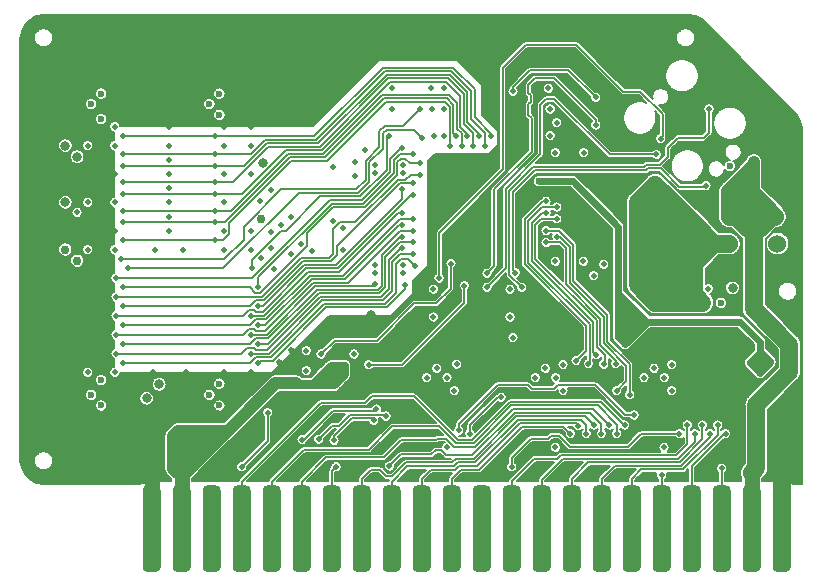
<source format=gbl>
G04 #@! TF.GenerationSoftware,KiCad,Pcbnew,(5.1.10-1-10_14)*
G04 #@! TF.CreationDate,2021-05-31T20:01:23-04:00*
G04 #@! TF.ProjectId,RAM2GS,52414d32-4753-42e6-9b69-6361645f7063,2.0*
G04 #@! TF.SameCoordinates,Original*
G04 #@! TF.FileFunction,Copper,L4,Bot*
G04 #@! TF.FilePolarity,Positive*
%FSLAX46Y46*%
G04 Gerber Fmt 4.6, Leading zero omitted, Abs format (unit mm)*
G04 Created by KiCad (PCBNEW (5.1.10-1-10_14)) date 2021-05-31 20:01:23*
%MOMM*%
%LPD*%
G01*
G04 APERTURE LIST*
G04 #@! TA.AperFunction,ComponentPad*
%ADD10C,2.000000*%
G04 #@! TD*
G04 #@! TA.AperFunction,ViaPad*
%ADD11C,0.500000*%
G04 #@! TD*
G04 #@! TA.AperFunction,ViaPad*
%ADD12C,0.800000*%
G04 #@! TD*
G04 #@! TA.AperFunction,ViaPad*
%ADD13C,0.762000*%
G04 #@! TD*
G04 #@! TA.AperFunction,ViaPad*
%ADD14C,1.524000*%
G04 #@! TD*
G04 #@! TA.AperFunction,ViaPad*
%ADD15C,1.000000*%
G04 #@! TD*
G04 #@! TA.AperFunction,ViaPad*
%ADD16C,0.600000*%
G04 #@! TD*
G04 #@! TA.AperFunction,ViaPad*
%ADD17C,0.508000*%
G04 #@! TD*
G04 #@! TA.AperFunction,Conductor*
%ADD18C,1.270000*%
G04 #@! TD*
G04 #@! TA.AperFunction,Conductor*
%ADD19C,1.524000*%
G04 #@! TD*
G04 #@! TA.AperFunction,Conductor*
%ADD20C,0.500000*%
G04 #@! TD*
G04 #@! TA.AperFunction,Conductor*
%ADD21C,0.150000*%
G04 #@! TD*
G04 #@! TA.AperFunction,Conductor*
%ADD22C,0.508000*%
G04 #@! TD*
G04 #@! TA.AperFunction,Conductor*
%ADD23C,1.000000*%
G04 #@! TD*
G04 #@! TA.AperFunction,Conductor*
%ADD24C,0.600000*%
G04 #@! TD*
G04 #@! TA.AperFunction,Conductor*
%ADD25C,0.100000*%
G04 #@! TD*
G04 APERTURE END LIST*
G04 #@! TA.AperFunction,SMDPad,CuDef*
G36*
G01*
X110236000Y-138571000D02*
X110236000Y-131993000D01*
G75*
G02*
X110617000Y-131612000I381000J0D01*
G01*
X111379000Y-131612000D01*
G75*
G02*
X111760000Y-131993000I0J-381000D01*
G01*
X111760000Y-138571000D01*
G75*
G02*
X111379000Y-138952000I-381000J0D01*
G01*
X110617000Y-138952000D01*
G75*
G02*
X110236000Y-138571000I0J381000D01*
G01*
G37*
G04 #@! TD.AperFunction*
G04 #@! TA.AperFunction,SMDPad,CuDef*
G36*
G01*
X107696000Y-138571000D02*
X107696000Y-131993000D01*
G75*
G02*
X108077000Y-131612000I381000J0D01*
G01*
X108839000Y-131612000D01*
G75*
G02*
X109220000Y-131993000I0J-381000D01*
G01*
X109220000Y-138571000D01*
G75*
G02*
X108839000Y-138952000I-381000J0D01*
G01*
X108077000Y-138952000D01*
G75*
G02*
X107696000Y-138571000I0J381000D01*
G01*
G37*
G04 #@! TD.AperFunction*
G04 #@! TA.AperFunction,SMDPad,CuDef*
G36*
G01*
X105156000Y-138571000D02*
X105156000Y-131993000D01*
G75*
G02*
X105537000Y-131612000I381000J0D01*
G01*
X106299000Y-131612000D01*
G75*
G02*
X106680000Y-131993000I0J-381000D01*
G01*
X106680000Y-138571000D01*
G75*
G02*
X106299000Y-138952000I-381000J0D01*
G01*
X105537000Y-138952000D01*
G75*
G02*
X105156000Y-138571000I0J381000D01*
G01*
G37*
G04 #@! TD.AperFunction*
G04 #@! TA.AperFunction,SMDPad,CuDef*
G36*
G01*
X102616000Y-138571000D02*
X102616000Y-131993000D01*
G75*
G02*
X102997000Y-131612000I381000J0D01*
G01*
X103759000Y-131612000D01*
G75*
G02*
X104140000Y-131993000I0J-381000D01*
G01*
X104140000Y-138571000D01*
G75*
G02*
X103759000Y-138952000I-381000J0D01*
G01*
X102997000Y-138952000D01*
G75*
G02*
X102616000Y-138571000I0J381000D01*
G01*
G37*
G04 #@! TD.AperFunction*
G04 #@! TA.AperFunction,SMDPad,CuDef*
G36*
G01*
X100076000Y-138571000D02*
X100076000Y-131993000D01*
G75*
G02*
X100457000Y-131612000I381000J0D01*
G01*
X101219000Y-131612000D01*
G75*
G02*
X101600000Y-131993000I0J-381000D01*
G01*
X101600000Y-138571000D01*
G75*
G02*
X101219000Y-138952000I-381000J0D01*
G01*
X100457000Y-138952000D01*
G75*
G02*
X100076000Y-138571000I0J381000D01*
G01*
G37*
G04 #@! TD.AperFunction*
G04 #@! TA.AperFunction,SMDPad,CuDef*
G36*
G01*
X97536000Y-138571000D02*
X97536000Y-131993000D01*
G75*
G02*
X97917000Y-131612000I381000J0D01*
G01*
X98679000Y-131612000D01*
G75*
G02*
X99060000Y-131993000I0J-381000D01*
G01*
X99060000Y-138571000D01*
G75*
G02*
X98679000Y-138952000I-381000J0D01*
G01*
X97917000Y-138952000D01*
G75*
G02*
X97536000Y-138571000I0J381000D01*
G01*
G37*
G04 #@! TD.AperFunction*
G04 #@! TA.AperFunction,SMDPad,CuDef*
G36*
G01*
X94996000Y-138571000D02*
X94996000Y-131993000D01*
G75*
G02*
X95377000Y-131612000I381000J0D01*
G01*
X96139000Y-131612000D01*
G75*
G02*
X96520000Y-131993000I0J-381000D01*
G01*
X96520000Y-138571000D01*
G75*
G02*
X96139000Y-138952000I-381000J0D01*
G01*
X95377000Y-138952000D01*
G75*
G02*
X94996000Y-138571000I0J381000D01*
G01*
G37*
G04 #@! TD.AperFunction*
G04 #@! TA.AperFunction,SMDPad,CuDef*
G36*
G01*
X92456000Y-138571000D02*
X92456000Y-131993000D01*
G75*
G02*
X92837000Y-131612000I381000J0D01*
G01*
X93599000Y-131612000D01*
G75*
G02*
X93980000Y-131993000I0J-381000D01*
G01*
X93980000Y-138571000D01*
G75*
G02*
X93599000Y-138952000I-381000J0D01*
G01*
X92837000Y-138952000D01*
G75*
G02*
X92456000Y-138571000I0J381000D01*
G01*
G37*
G04 #@! TD.AperFunction*
G04 #@! TA.AperFunction,SMDPad,CuDef*
G36*
G01*
X89916000Y-138571000D02*
X89916000Y-131993000D01*
G75*
G02*
X90297000Y-131612000I381000J0D01*
G01*
X91059000Y-131612000D01*
G75*
G02*
X91440000Y-131993000I0J-381000D01*
G01*
X91440000Y-138571000D01*
G75*
G02*
X91059000Y-138952000I-381000J0D01*
G01*
X90297000Y-138952000D01*
G75*
G02*
X89916000Y-138571000I0J381000D01*
G01*
G37*
G04 #@! TD.AperFunction*
G04 #@! TA.AperFunction,SMDPad,CuDef*
G36*
G01*
X87376000Y-138571000D02*
X87376000Y-131993000D01*
G75*
G02*
X87757000Y-131612000I381000J0D01*
G01*
X88519000Y-131612000D01*
G75*
G02*
X88900000Y-131993000I0J-381000D01*
G01*
X88900000Y-138571000D01*
G75*
G02*
X88519000Y-138952000I-381000J0D01*
G01*
X87757000Y-138952000D01*
G75*
G02*
X87376000Y-138571000I0J381000D01*
G01*
G37*
G04 #@! TD.AperFunction*
G04 #@! TA.AperFunction,SMDPad,CuDef*
G36*
G01*
X84836000Y-138571000D02*
X84836000Y-131993000D01*
G75*
G02*
X85217000Y-131612000I381000J0D01*
G01*
X85979000Y-131612000D01*
G75*
G02*
X86360000Y-131993000I0J-381000D01*
G01*
X86360000Y-138571000D01*
G75*
G02*
X85979000Y-138952000I-381000J0D01*
G01*
X85217000Y-138952000D01*
G75*
G02*
X84836000Y-138571000I0J381000D01*
G01*
G37*
G04 #@! TD.AperFunction*
G04 #@! TA.AperFunction,SMDPad,CuDef*
G36*
G01*
X82296000Y-138571000D02*
X82296000Y-131993000D01*
G75*
G02*
X82677000Y-131612000I381000J0D01*
G01*
X83439000Y-131612000D01*
G75*
G02*
X83820000Y-131993000I0J-381000D01*
G01*
X83820000Y-138571000D01*
G75*
G02*
X83439000Y-138952000I-381000J0D01*
G01*
X82677000Y-138952000D01*
G75*
G02*
X82296000Y-138571000I0J381000D01*
G01*
G37*
G04 #@! TD.AperFunction*
G04 #@! TA.AperFunction,SMDPad,CuDef*
G36*
G01*
X79756000Y-138571000D02*
X79756000Y-131993000D01*
G75*
G02*
X80137000Y-131612000I381000J0D01*
G01*
X80899000Y-131612000D01*
G75*
G02*
X81280000Y-131993000I0J-381000D01*
G01*
X81280000Y-138571000D01*
G75*
G02*
X80899000Y-138952000I-381000J0D01*
G01*
X80137000Y-138952000D01*
G75*
G02*
X79756000Y-138571000I0J381000D01*
G01*
G37*
G04 #@! TD.AperFunction*
G04 #@! TA.AperFunction,SMDPad,CuDef*
G36*
G01*
X77216000Y-138571000D02*
X77216000Y-131993000D01*
G75*
G02*
X77597000Y-131612000I381000J0D01*
G01*
X78359000Y-131612000D01*
G75*
G02*
X78740000Y-131993000I0J-381000D01*
G01*
X78740000Y-138571000D01*
G75*
G02*
X78359000Y-138952000I-381000J0D01*
G01*
X77597000Y-138952000D01*
G75*
G02*
X77216000Y-138571000I0J381000D01*
G01*
G37*
G04 #@! TD.AperFunction*
G04 #@! TA.AperFunction,SMDPad,CuDef*
G36*
G01*
X74676000Y-138571000D02*
X74676000Y-131993000D01*
G75*
G02*
X75057000Y-131612000I381000J0D01*
G01*
X75819000Y-131612000D01*
G75*
G02*
X76200000Y-131993000I0J-381000D01*
G01*
X76200000Y-138571000D01*
G75*
G02*
X75819000Y-138952000I-381000J0D01*
G01*
X75057000Y-138952000D01*
G75*
G02*
X74676000Y-138571000I0J381000D01*
G01*
G37*
G04 #@! TD.AperFunction*
G04 #@! TA.AperFunction,SMDPad,CuDef*
G36*
G01*
X72136000Y-138571000D02*
X72136000Y-131993000D01*
G75*
G02*
X72517000Y-131612000I381000J0D01*
G01*
X73279000Y-131612000D01*
G75*
G02*
X73660000Y-131993000I0J-381000D01*
G01*
X73660000Y-138571000D01*
G75*
G02*
X73279000Y-138952000I-381000J0D01*
G01*
X72517000Y-138952000D01*
G75*
G02*
X72136000Y-138571000I0J381000D01*
G01*
G37*
G04 #@! TD.AperFunction*
G04 #@! TA.AperFunction,SMDPad,CuDef*
G36*
G01*
X69596000Y-138571000D02*
X69596000Y-131993000D01*
G75*
G02*
X69977000Y-131612000I381000J0D01*
G01*
X70739000Y-131612000D01*
G75*
G02*
X71120000Y-131993000I0J-381000D01*
G01*
X71120000Y-138571000D01*
G75*
G02*
X70739000Y-138952000I-381000J0D01*
G01*
X69977000Y-138952000D01*
G75*
G02*
X69596000Y-138571000I0J381000D01*
G01*
G37*
G04 #@! TD.AperFunction*
G04 #@! TA.AperFunction,SMDPad,CuDef*
G36*
G01*
X67056000Y-138571000D02*
X67056000Y-131993000D01*
G75*
G02*
X67437000Y-131612000I381000J0D01*
G01*
X68199000Y-131612000D01*
G75*
G02*
X68580000Y-131993000I0J-381000D01*
G01*
X68580000Y-138571000D01*
G75*
G02*
X68199000Y-138952000I-381000J0D01*
G01*
X67437000Y-138952000D01*
G75*
G02*
X67056000Y-138571000I0J381000D01*
G01*
G37*
G04 #@! TD.AperFunction*
G04 #@! TA.AperFunction,SMDPad,CuDef*
G36*
G01*
X64516000Y-138571000D02*
X64516000Y-131993000D01*
G75*
G02*
X64897000Y-131612000I381000J0D01*
G01*
X65659000Y-131612000D01*
G75*
G02*
X66040000Y-131993000I0J-381000D01*
G01*
X66040000Y-138571000D01*
G75*
G02*
X65659000Y-138952000I-381000J0D01*
G01*
X64897000Y-138952000D01*
G75*
G02*
X64516000Y-138571000I0J381000D01*
G01*
G37*
G04 #@! TD.AperFunction*
G04 #@! TA.AperFunction,SMDPad,CuDef*
G36*
G01*
X61976000Y-138571000D02*
X61976000Y-131993000D01*
G75*
G02*
X62357000Y-131612000I381000J0D01*
G01*
X63119000Y-131612000D01*
G75*
G02*
X63500000Y-131993000I0J-381000D01*
G01*
X63500000Y-138571000D01*
G75*
G02*
X63119000Y-138952000I-381000J0D01*
G01*
X62357000Y-138952000D01*
G75*
G02*
X61976000Y-138571000I0J381000D01*
G01*
G37*
G04 #@! TD.AperFunction*
G04 #@! TA.AperFunction,SMDPad,CuDef*
G36*
G01*
X59436000Y-138571000D02*
X59436000Y-131993000D01*
G75*
G02*
X59817000Y-131612000I381000J0D01*
G01*
X60579000Y-131612000D01*
G75*
G02*
X60960000Y-131993000I0J-381000D01*
G01*
X60960000Y-138571000D01*
G75*
G02*
X60579000Y-138952000I-381000J0D01*
G01*
X59817000Y-138952000D01*
G75*
G02*
X59436000Y-138571000I0J381000D01*
G01*
G37*
G04 #@! TD.AperFunction*
G04 #@! TA.AperFunction,SMDPad,CuDef*
G36*
G01*
X56896000Y-138571000D02*
X56896000Y-131993000D01*
G75*
G02*
X57277000Y-131612000I381000J0D01*
G01*
X58039000Y-131612000D01*
G75*
G02*
X58420000Y-131993000I0J-381000D01*
G01*
X58420000Y-138571000D01*
G75*
G02*
X58039000Y-138952000I-381000J0D01*
G01*
X57277000Y-138952000D01*
G75*
G02*
X56896000Y-138571000I0J381000D01*
G01*
G37*
G04 #@! TD.AperFunction*
D10*
X110998000Y-130175000D03*
D11*
X107150000Y-118500000D03*
X85471000Y-94996000D03*
X80391000Y-94742000D03*
X60060000Y-99799000D03*
X46990000Y-97663000D03*
X98171000Y-92202000D03*
X93091000Y-92202000D03*
X88011000Y-92202000D03*
X82931000Y-92202000D03*
X77851000Y-92202000D03*
X72771000Y-92202000D03*
X67691000Y-92202000D03*
X62611000Y-92202000D03*
X57531000Y-92202000D03*
X52451000Y-92202000D03*
X72771000Y-97282000D03*
X54991000Y-94742000D03*
X52451000Y-97282000D03*
X57531000Y-97282000D03*
X95631000Y-94742000D03*
X93091000Y-97282000D03*
X70231000Y-99822000D03*
X50038000Y-99822000D03*
X50038000Y-94742000D03*
X49911000Y-131064000D03*
X46990000Y-128143000D03*
X63750000Y-102850000D03*
X66050000Y-102850000D03*
X79950000Y-127250000D03*
X80600000Y-128400000D03*
X74100000Y-127250000D03*
X54550000Y-105250000D03*
D12*
X51350000Y-100400000D03*
D11*
X59150000Y-105250000D03*
X59150000Y-101250000D03*
X59150000Y-102850000D03*
X59150000Y-107650000D03*
X59150000Y-110050000D03*
X60350000Y-111650000D03*
X57950000Y-111650000D03*
X51350000Y-109300000D03*
D13*
X51350000Y-105200000D03*
D11*
X63750000Y-111650000D03*
X59150000Y-104050000D03*
X57750000Y-122050000D03*
X59150000Y-106450000D03*
X60550000Y-122050000D03*
X59150000Y-108850000D03*
X63750000Y-107650000D03*
X66050000Y-111650000D03*
X54550000Y-110050000D03*
X52250000Y-110050000D03*
X63750000Y-101250000D03*
X66050000Y-101250000D03*
X98350000Y-127250000D03*
X99000000Y-128400000D03*
X89150000Y-127250000D03*
X89800000Y-128400000D03*
X89150000Y-129550000D03*
X63750000Y-122050000D03*
X66050000Y-122050000D03*
D14*
X57658000Y-130556000D03*
D11*
X104648000Y-130937000D03*
X61722000Y-130937000D03*
X112014000Y-100965000D03*
X74168000Y-130937000D03*
X102108000Y-130937000D03*
X64008000Y-130937000D03*
X106680000Y-95377000D03*
X112014000Y-112649000D03*
X112014000Y-117729000D03*
X94488000Y-130937000D03*
X99568000Y-130937000D03*
X106807000Y-130937000D03*
X79248000Y-130937000D03*
X76708000Y-130937000D03*
X71628000Y-130937000D03*
X81788000Y-130937000D03*
X91948000Y-130937000D03*
X89408000Y-130937000D03*
X97028000Y-130937000D03*
X66548000Y-130937000D03*
X69088000Y-130937000D03*
X84328000Y-130937000D03*
X86868000Y-130937000D03*
X109347000Y-98044000D03*
X81950000Y-129150000D03*
X66950000Y-112400000D03*
X107162600Y-129870200D03*
X112014000Y-127889000D03*
D14*
X106600000Y-113450000D03*
D11*
X82000000Y-128150000D03*
X81500000Y-127250000D03*
X93091000Y-97282000D03*
D15*
X110350000Y-104200000D03*
X111550000Y-105550000D03*
D12*
X110350000Y-106800000D03*
D15*
X110100000Y-116150000D03*
D14*
X110450000Y-113450000D03*
D11*
X69050000Y-124400000D03*
X112014000Y-107569000D03*
X50038000Y-120523000D03*
X50038000Y-115443000D03*
X46990000Y-112903000D03*
X46990000Y-117983000D03*
X46990000Y-102743000D03*
X46990000Y-107823000D03*
X46990000Y-123063000D03*
D12*
X50350000Y-106150000D03*
D13*
X50350000Y-110150000D03*
D12*
X50350000Y-101350000D03*
D11*
X105100000Y-109050000D03*
X103800000Y-98550000D03*
X97000000Y-100400000D03*
X68050000Y-127750000D03*
X91000000Y-127150000D03*
X100550000Y-127750000D03*
D16*
X74500000Y-129800000D03*
D11*
X77200000Y-126750000D03*
X86800000Y-125000000D03*
X73850000Y-109850000D03*
X67800000Y-111550000D03*
X73050000Y-109250000D03*
X69500000Y-108850000D03*
X68650000Y-109550000D03*
X68450000Y-121200000D03*
X69500000Y-120150000D03*
D16*
X64900000Y-100600000D03*
X54900000Y-98450000D03*
X55750000Y-99350000D03*
X54900000Y-100250000D03*
X64900000Y-98450000D03*
X65750000Y-99350000D03*
X54900000Y-123050000D03*
X55750000Y-123950000D03*
X54900000Y-124850000D03*
D11*
X64900000Y-124800000D03*
D16*
X65750000Y-123950000D03*
X64900000Y-122700000D03*
D12*
X60000000Y-123050000D03*
X61050000Y-124250000D03*
X76250000Y-117200000D03*
D11*
X73850000Y-111650000D03*
D16*
X110050000Y-119900000D03*
X108250000Y-119900000D03*
X110100000Y-126400000D03*
D11*
X107550000Y-127300000D03*
D13*
X58350000Y-127550000D03*
X57023000Y-128850000D03*
D16*
X101536500Y-101536500D03*
D11*
X60000000Y-125400000D03*
X78950000Y-112950000D03*
X78950000Y-105150000D03*
X76600000Y-105150000D03*
X82400000Y-99750000D03*
X87900000Y-99750000D03*
X91850000Y-104150000D03*
X91850000Y-111950000D03*
X94200000Y-111950000D03*
X87300000Y-115000000D03*
X87300000Y-117350000D03*
X80800000Y-115000000D03*
X76600000Y-112950000D03*
X78050000Y-98000000D03*
X92750000Y-117400000D03*
X92750000Y-119100000D03*
X95950000Y-111700000D03*
X94250000Y-104150000D03*
X82400000Y-102000000D03*
X95200000Y-110750000D03*
X87150000Y-113050000D03*
X80800000Y-117400000D03*
X87050000Y-119100000D03*
X86100000Y-118250000D03*
X79600000Y-118250000D03*
X84900000Y-117800000D03*
X85100000Y-121050000D03*
X90500000Y-119100000D03*
X82400000Y-97950000D03*
X93650000Y-101850000D03*
X92200000Y-100100000D03*
X93700000Y-118250000D03*
X90050000Y-98000000D03*
X89100000Y-98850000D03*
X74850000Y-105400000D03*
X90050000Y-99700000D03*
X94500000Y-108300000D03*
X90750000Y-120700000D03*
X75550000Y-124100000D03*
D16*
X102400000Y-102750000D03*
D11*
X83200000Y-105800000D03*
X86150000Y-106800000D03*
X66800000Y-107550000D03*
X67800000Y-106600000D03*
X78050000Y-99750000D03*
D16*
X74650000Y-118650000D03*
D11*
X84000000Y-123600000D03*
X102400000Y-123600000D03*
X102400000Y-121400000D03*
X93200000Y-123600000D03*
X82650000Y-124000000D03*
X91850000Y-124000000D03*
D16*
X80900000Y-124000000D03*
X90100000Y-124000000D03*
D11*
X101050000Y-124000000D03*
D16*
X99300000Y-124000000D03*
X100200000Y-124850000D03*
X73500000Y-124000000D03*
D11*
X71750000Y-124000000D03*
X87900000Y-102000000D03*
X99150000Y-102850000D03*
X86650000Y-99700000D03*
X88138000Y-130048000D03*
X102350000Y-127250000D03*
X95750000Y-127250000D03*
X77775000Y-129975000D03*
X65278000Y-130048000D03*
X67500000Y-125450000D03*
X97700000Y-126500000D03*
X97050000Y-127250000D03*
X96400000Y-126500000D03*
X93100000Y-127250000D03*
X95100000Y-126500000D03*
X94450000Y-127250000D03*
X93800000Y-126550000D03*
X103000000Y-126500000D03*
X103650000Y-127250000D03*
X104300000Y-126500000D03*
X104950000Y-127250000D03*
X105600000Y-126500000D03*
X106250000Y-127250000D03*
X105918000Y-130175000D03*
X100838000Y-130746500D03*
X83650000Y-126950000D03*
X98500000Y-125650000D03*
X73100000Y-127800000D03*
X76450000Y-126100000D03*
X73279000Y-130048000D03*
X76700000Y-125150000D03*
X70400000Y-127750000D03*
X77500000Y-125750000D03*
X71800000Y-127700000D03*
X84600000Y-127250000D03*
X87249000Y-124142500D03*
X74800000Y-120500000D03*
X104800000Y-114950000D03*
X54550000Y-107650000D03*
X52250000Y-102850000D03*
X52250000Y-107650000D03*
X52250000Y-111650000D03*
X52250000Y-122050000D03*
X54550000Y-122050000D03*
X66050000Y-105250000D03*
X63750000Y-105250000D03*
D13*
X51350000Y-112600000D03*
D11*
X51350000Y-108500000D03*
D17*
X54550000Y-101250000D03*
X54550000Y-111650000D03*
D16*
X63400000Y-123000000D03*
D12*
X51350000Y-103800000D03*
D17*
X54550000Y-102850000D03*
D11*
X82675000Y-122500000D03*
X91875000Y-122500000D03*
X63750000Y-110050000D03*
D13*
X66950000Y-109100000D03*
D11*
X66050000Y-110050000D03*
X82650000Y-128400000D03*
D15*
X100300000Y-111650000D03*
D14*
X104150000Y-111150000D03*
D15*
X100300000Y-110150000D03*
D14*
X110650000Y-111150000D03*
D15*
X100300000Y-113150000D03*
X100300000Y-108650000D03*
D14*
X102300000Y-108150000D03*
X102300000Y-114150000D03*
D15*
X100300000Y-116150000D03*
X102300000Y-116150000D03*
X104300000Y-116150000D03*
D16*
X105850000Y-116150000D03*
D12*
X106850000Y-114900000D03*
D11*
X91850000Y-128400000D03*
X101050000Y-128400000D03*
D12*
X50350000Y-107650000D03*
D13*
X50350000Y-111650000D03*
D12*
X50350000Y-102850000D03*
D15*
X100300000Y-114650000D03*
X100300000Y-106150000D03*
D11*
X70350000Y-111150000D03*
X69500000Y-112000000D03*
X71250000Y-111750000D03*
X68050000Y-113300000D03*
X67800000Y-110150000D03*
D14*
X106550000Y-111150000D03*
D11*
X70750000Y-121900000D03*
X70750000Y-120200000D03*
D16*
X53400000Y-100600000D03*
X52550000Y-99350000D03*
X53400000Y-98450000D03*
X63400000Y-100250000D03*
X62550000Y-99350000D03*
X63400000Y-98450000D03*
X53400000Y-122700000D03*
X52550000Y-123950000D03*
X53400000Y-124850000D03*
X62550000Y-123950000D03*
D12*
X57250000Y-124250000D03*
X58300000Y-123050000D03*
D16*
X106625000Y-104575000D03*
X63400000Y-124850000D03*
D11*
X78950000Y-113650000D03*
X78950000Y-104450000D03*
X76600000Y-104450000D03*
X81400000Y-99750000D03*
X91400000Y-99750000D03*
X91950000Y-100900000D03*
X91850000Y-103450000D03*
X91850000Y-112650000D03*
X94200000Y-112650000D03*
X88000000Y-115000000D03*
X88000000Y-117350000D03*
X81500000Y-115000000D03*
X81500000Y-117350000D03*
X76600000Y-113650000D03*
X81550000Y-102000000D03*
X81300000Y-98000000D03*
X95950000Y-112900000D03*
X94250000Y-103450000D03*
X88250000Y-119100000D03*
X83500000Y-121350000D03*
X95100000Y-113850000D03*
X91400000Y-102000000D03*
X91250000Y-98000000D03*
X74850000Y-104200000D03*
X75700000Y-103250000D03*
X73050000Y-104650000D03*
D12*
X67100000Y-104300000D03*
D11*
X101075000Y-122500000D03*
X83300000Y-123600000D03*
X101700000Y-123600000D03*
X101700000Y-121400000D03*
X92500000Y-123600000D03*
X92500000Y-121400000D03*
X80950000Y-122500000D03*
X81800000Y-121700000D03*
X91000000Y-121700000D03*
X90150000Y-122500000D03*
X100200000Y-121700000D03*
X99350000Y-122500000D03*
X76050000Y-121400000D03*
X84150000Y-114700000D03*
X93600000Y-121050000D03*
X91050000Y-107550000D03*
X94650000Y-121300000D03*
X91950000Y-108050000D03*
X95300000Y-120550000D03*
X91050000Y-108550000D03*
X95950000Y-121350000D03*
X91950000Y-109050000D03*
X96950000Y-121300000D03*
X91050000Y-111050000D03*
X97050000Y-123600000D03*
X91950000Y-110550000D03*
X98150000Y-123950000D03*
X91050000Y-110050000D03*
D17*
X55250000Y-102050000D03*
X63050000Y-102050000D03*
D11*
X86400000Y-102000000D03*
X63050000Y-104550000D03*
X55250000Y-104550000D03*
X85400000Y-102000000D03*
D17*
X63050000Y-103550000D03*
X55250000Y-103550000D03*
D11*
X85900000Y-102900000D03*
X84900000Y-102900000D03*
D17*
X55250000Y-105950000D03*
D11*
X63050000Y-105950000D03*
X82900000Y-102900000D03*
D17*
X55250000Y-110850000D03*
D11*
X63050000Y-110850000D03*
X63050000Y-108350000D03*
D17*
X55250000Y-108350000D03*
D11*
X83900000Y-102900000D03*
X83400000Y-102000000D03*
X63050000Y-109350000D03*
X55250000Y-109350000D03*
X84400000Y-102000000D03*
X55250000Y-106950000D03*
X63050000Y-106950000D03*
X95250000Y-98750000D03*
X88250000Y-98250000D03*
X66150000Y-113250000D03*
X77750000Y-102000000D03*
X66650000Y-114850000D03*
X79750000Y-103550000D03*
X66700000Y-116450000D03*
X78850000Y-106550000D03*
X66100000Y-117250000D03*
X78850000Y-108550000D03*
X66700000Y-118050000D03*
X78850000Y-109550000D03*
X76600000Y-114550000D03*
X66100000Y-118850000D03*
X66700000Y-119650000D03*
X79750000Y-111050000D03*
X66100000Y-120450000D03*
X79750000Y-112050000D03*
X66700000Y-121250000D03*
X79100000Y-114650000D03*
X55200000Y-121250000D03*
X79950000Y-113050000D03*
X54650000Y-120450000D03*
X78850000Y-111550000D03*
X55200000Y-119650000D03*
X78850000Y-110550000D03*
X54650000Y-118850000D03*
X79750000Y-110050000D03*
X55200000Y-118050000D03*
X79750000Y-109050000D03*
X54650000Y-117250000D03*
X79750000Y-107050000D03*
X55200000Y-116450000D03*
X79750000Y-106050000D03*
X54650000Y-115650000D03*
X80400000Y-105300000D03*
X55200000Y-114850000D03*
X80400000Y-104300000D03*
X54650000Y-114050000D03*
X78850000Y-103050000D03*
X55650000Y-113250000D03*
X80550000Y-102200000D03*
D17*
X55100000Y-112450000D03*
D11*
X80400000Y-99750000D03*
X104600000Y-106250000D03*
X88450000Y-113600000D03*
X86050000Y-114850000D03*
X100400000Y-103600000D03*
X104850000Y-99750000D03*
X89000000Y-114850000D03*
X86050000Y-113650000D03*
X95250000Y-101100000D03*
X73475000Y-122500000D03*
D14*
X108458000Y-130556000D03*
X60198000Y-130556000D03*
D11*
X72600000Y-121650000D03*
D14*
X106600000Y-108850000D03*
X108650000Y-107150000D03*
X110450000Y-108850000D03*
D15*
X108650000Y-104200000D03*
X107500000Y-105550000D03*
D11*
X74100000Y-121400000D03*
D12*
X59750000Y-127550000D03*
D16*
X109150000Y-122100000D03*
D11*
X108300000Y-121200000D03*
D16*
X110050000Y-121100000D03*
X97750000Y-119650000D03*
X91650000Y-105850000D03*
X90450000Y-105850000D03*
D11*
X82000000Y-114050000D03*
X100750000Y-102250000D03*
X72000000Y-120500000D03*
X83000000Y-112850000D03*
D18*
X57658000Y-130556000D02*
X57658000Y-135382000D01*
D19*
X110998000Y-135382000D02*
X110998000Y-130175000D01*
D20*
X69500000Y-120150000D02*
X69650000Y-120300000D01*
X68450000Y-121200000D02*
X68600000Y-121350000D01*
D21*
X99100000Y-127250000D02*
X102350000Y-127250000D01*
X98016500Y-128333500D02*
X99100000Y-127250000D01*
X91500000Y-127400000D02*
X92150000Y-127400000D01*
X91250000Y-127650000D02*
X91500000Y-127400000D01*
X89764000Y-127650000D02*
X91250000Y-127650000D01*
X88138000Y-129276000D02*
X89764000Y-127650000D01*
X93083500Y-128333500D02*
X98016500Y-128333500D01*
X92150000Y-127400000D02*
X93083500Y-128333500D01*
X88138000Y-130048000D02*
X88138000Y-129276000D01*
X95750000Y-126450000D02*
X95750000Y-127250000D01*
X94749990Y-125449990D02*
X95750000Y-126450000D01*
X88400010Y-125449990D02*
X94749990Y-125449990D01*
X84800000Y-129050000D02*
X88400010Y-125449990D01*
X82599981Y-129050000D02*
X84800000Y-129050000D01*
X82199981Y-128650000D02*
X82599981Y-129050000D01*
X81700000Y-128650000D02*
X82199981Y-128650000D01*
X81350000Y-129000000D02*
X81700000Y-128650000D01*
X78750000Y-129000000D02*
X81350000Y-129000000D01*
X77775000Y-129975000D02*
X78750000Y-129000000D01*
X65302000Y-130048000D02*
X65278000Y-130048000D01*
X67500000Y-127850000D02*
X65302000Y-130048000D01*
X67500000Y-125450000D02*
X67500000Y-127850000D01*
X75750000Y-124600000D02*
X71996000Y-124600000D01*
X65278000Y-131318000D02*
X65278000Y-135382000D01*
X79874278Y-124050000D02*
X76300000Y-124050000D01*
X84790898Y-127749990D02*
X83574268Y-127749990D01*
X83574268Y-127749990D02*
X79874278Y-124050000D01*
X87990928Y-124549960D02*
X84790898Y-127749990D01*
X76300000Y-124050000D02*
X75750000Y-124600000D01*
X95699960Y-124549960D02*
X87990928Y-124549960D01*
X97700000Y-126550000D02*
X95699960Y-124549960D01*
X71996000Y-124600000D02*
X65278000Y-131318000D01*
X76050000Y-128600000D02*
X70536000Y-128600000D01*
X83450000Y-128050000D02*
X82000000Y-126600000D01*
X70536000Y-128600000D02*
X67818000Y-131318000D01*
X78050000Y-126600000D02*
X76050000Y-128600000D01*
X67818000Y-131318000D02*
X67818000Y-135382000D01*
X88115196Y-124849970D02*
X84915166Y-128050000D01*
X82000000Y-126600000D02*
X78050000Y-126600000D01*
X95437470Y-124849970D02*
X88115196Y-124849970D01*
X97050000Y-126462500D02*
X95437470Y-124849970D01*
X97050000Y-127250000D02*
X97050000Y-126462500D01*
X84915166Y-128050000D02*
X83450000Y-128050000D01*
X88252325Y-125149980D02*
X95049980Y-125149980D01*
X70358000Y-131318000D02*
X72426000Y-129250000D01*
X77300000Y-129250000D02*
X78800000Y-127750000D01*
X95049980Y-125149980D02*
X96400000Y-126500000D01*
X85052305Y-128350000D02*
X88252325Y-125149980D01*
X82600000Y-127650000D02*
X83300000Y-128350000D01*
X81700000Y-127750000D02*
X81800000Y-127650000D01*
X83300000Y-128350000D02*
X85052305Y-128350000D01*
X72426000Y-129250000D02*
X77300000Y-129250000D01*
X81800000Y-127650000D02*
X82600000Y-127650000D01*
X78800000Y-127750000D02*
X81700000Y-127750000D01*
X70358000Y-135382000D02*
X70358000Y-131318000D01*
X83058000Y-131064000D02*
X83058000Y-135382000D01*
X83820000Y-130302000D02*
X83058000Y-131064000D01*
X85398000Y-130302000D02*
X83820000Y-130302000D01*
X89050000Y-126650000D02*
X85398000Y-130302000D01*
X92500000Y-126650000D02*
X89050000Y-126650000D01*
X93100000Y-127250000D02*
X92500000Y-126650000D01*
X94350000Y-125750000D02*
X95100000Y-126500000D01*
X84950000Y-129350000D02*
X88550000Y-125750000D01*
X83438500Y-129350000D02*
X84950000Y-129350000D01*
X83121500Y-129667000D02*
X83438500Y-129350000D01*
X79203000Y-129667000D02*
X83121500Y-129667000D01*
X88550000Y-125750000D02*
X94350000Y-125750000D01*
X78020000Y-130850000D02*
X79203000Y-129667000D01*
X76993750Y-130302000D02*
X77541750Y-130850000D01*
X76200000Y-130302000D02*
X76993750Y-130302000D01*
X75438000Y-131064000D02*
X76200000Y-130302000D01*
X77541750Y-130850000D02*
X78020000Y-130850000D01*
X75438000Y-135382000D02*
X75438000Y-131064000D01*
X77978000Y-131322000D02*
X77978000Y-135382000D01*
X83248500Y-129984500D02*
X79315500Y-129984500D01*
X83566000Y-129667000D02*
X83248500Y-129984500D01*
X85083000Y-129667000D02*
X83566000Y-129667000D01*
X94000000Y-126050000D02*
X88700000Y-126050000D01*
X88700000Y-126050000D02*
X85083000Y-129667000D01*
X79315500Y-129984500D02*
X77978000Y-131322000D01*
X94450000Y-126500000D02*
X94000000Y-126050000D01*
X94450000Y-127250000D02*
X94450000Y-126500000D01*
X81280000Y-130302000D02*
X80518000Y-131064000D01*
X83375500Y-130302000D02*
X81280000Y-130302000D01*
X83693000Y-129984500D02*
X83375500Y-130302000D01*
X88850000Y-126350000D02*
X85215500Y-129984500D01*
X85215500Y-129984500D02*
X83693000Y-129984500D01*
X80518000Y-131064000D02*
X80518000Y-135382000D01*
X93800000Y-126550000D02*
X93600000Y-126350000D01*
X93600000Y-126350000D02*
X88850000Y-126350000D01*
X103000000Y-126500000D02*
X103000000Y-128140000D01*
X103000000Y-128140000D02*
X102090000Y-129050000D01*
X92000000Y-129350000D02*
X90050000Y-129350000D01*
X102090000Y-129050000D02*
X92300000Y-129050000D01*
X92300000Y-129050000D02*
X92000000Y-129350000D01*
X90050000Y-129350000D02*
X88138000Y-131262000D01*
X88138000Y-131262000D02*
X88138000Y-135382000D01*
X90678000Y-131122000D02*
X90678000Y-135382000D01*
X92450000Y-129350000D02*
X90678000Y-131122000D01*
X102234500Y-129350000D02*
X92450000Y-129350000D01*
X103650000Y-127934500D02*
X102234500Y-129350000D01*
X103650000Y-127250000D02*
X103650000Y-127934500D01*
X93218000Y-131082000D02*
X93218000Y-135382000D01*
X94650000Y-129650000D02*
X93218000Y-131082000D01*
X102379000Y-129650000D02*
X94650000Y-129650000D01*
X104300000Y-126500000D02*
X104300000Y-127729000D01*
X104300000Y-127729000D02*
X102379000Y-129650000D01*
X102523500Y-129950000D02*
X96875000Y-129950000D01*
X96875000Y-129950000D02*
X95758000Y-131067000D01*
X104950000Y-127523500D02*
X102523500Y-129950000D01*
X95758000Y-131067000D02*
X95758000Y-135382000D01*
X104950000Y-127250000D02*
X104950000Y-127523500D01*
X98298000Y-131064000D02*
X98298000Y-135382000D01*
X102668000Y-130250000D02*
X99112000Y-130250000D01*
X99112000Y-130250000D02*
X98298000Y-131064000D01*
X105600000Y-127318000D02*
X102668000Y-130250000D01*
X105600000Y-126500000D02*
X105600000Y-127318000D01*
X103378000Y-129984500D02*
X103378000Y-135382000D01*
X106112500Y-127250000D02*
X103378000Y-129984500D01*
X106250000Y-127250000D02*
X106112500Y-127250000D01*
X105918000Y-130175000D02*
X105918000Y-135382000D01*
X100838000Y-130746500D02*
X100838000Y-135382000D01*
X97750000Y-125650000D02*
X98500000Y-125650000D01*
X95200000Y-123100000D02*
X97750000Y-125650000D01*
X92050000Y-123100000D02*
X95200000Y-123100000D01*
X91700000Y-123450000D02*
X92050000Y-123100000D01*
X89850000Y-123450000D02*
X91700000Y-123450000D01*
X89500000Y-123100000D02*
X89850000Y-123450000D01*
X86975000Y-123100000D02*
X89500000Y-123100000D01*
X83650000Y-126425000D02*
X86975000Y-123100000D01*
X83650000Y-126950000D02*
X83650000Y-126425000D01*
X73279000Y-130048000D02*
X72898000Y-130429000D01*
X72898000Y-130429000D02*
X72898000Y-135382000D01*
X74600000Y-125950000D02*
X73100000Y-127450000D01*
X73100000Y-127450000D02*
X73100000Y-127800000D01*
X76300000Y-125950000D02*
X74600000Y-125950000D01*
X76450000Y-126100000D02*
X76300000Y-125950000D01*
X76550000Y-125300000D02*
X76700000Y-125150000D01*
X73000000Y-125300000D02*
X76550000Y-125300000D01*
X70550000Y-127750000D02*
X73000000Y-125300000D01*
X70400000Y-127750000D02*
X70550000Y-127750000D01*
X74475000Y-125625000D02*
X73550000Y-126550000D01*
X72950000Y-126550000D02*
X71800000Y-127700000D01*
X77375000Y-125625000D02*
X74475000Y-125625000D01*
X73550000Y-126550000D02*
X72950000Y-126550000D01*
X77500000Y-125750000D02*
X77375000Y-125625000D01*
X84600000Y-126500000D02*
X84600000Y-127250000D01*
X86957500Y-124142500D02*
X84600000Y-126500000D01*
X87249000Y-124142500D02*
X86957500Y-124142500D01*
D19*
X100300000Y-106150000D02*
X100300000Y-116150000D01*
X104300000Y-116150000D02*
X100300000Y-116150000D01*
X102300000Y-116150000D02*
X102300000Y-114150000D01*
X102300000Y-108150000D02*
X102300000Y-114150000D01*
X102300000Y-114150000D02*
X100300000Y-114150000D01*
X102300000Y-108150000D02*
X100300000Y-106150000D01*
X100300000Y-108150000D02*
X102300000Y-108150000D01*
X100300000Y-116150000D02*
X102300000Y-114150000D01*
X104300000Y-116150000D02*
X102300000Y-114150000D01*
X102300000Y-114150000D02*
X100300000Y-112150000D01*
X100300000Y-110150000D02*
X102300000Y-108150000D01*
X101300000Y-111150000D02*
X100300000Y-112150000D01*
X104150000Y-111150000D02*
X101300000Y-111150000D01*
X101300000Y-111150000D02*
X100300000Y-110150000D01*
X102300000Y-112150000D02*
X100300000Y-110150000D01*
X102300000Y-114150000D02*
X102300000Y-112150000D01*
X102300000Y-110150000D02*
X100300000Y-112150000D01*
X102300000Y-108150000D02*
X102300000Y-110150000D01*
X102300000Y-113000000D02*
X104150000Y-111150000D01*
X102300000Y-114150000D02*
X102300000Y-113000000D01*
X102300000Y-109300000D02*
X104150000Y-111150000D01*
X102300000Y-108150000D02*
X102300000Y-109300000D01*
X104150000Y-110000000D02*
X104150000Y-111150000D01*
X102300000Y-108150000D02*
X104150000Y-110000000D01*
X102300000Y-108150000D02*
X105300000Y-111150000D01*
X102300000Y-114150000D02*
X105300000Y-111150000D01*
X104300000Y-116150000D02*
X103600000Y-115450000D01*
X103600000Y-111700000D02*
X104150000Y-111150000D01*
X103600000Y-115450000D02*
X103600000Y-111700000D01*
X105300000Y-111150000D02*
X106550000Y-111150000D01*
X106550000Y-111150000D02*
X104150000Y-111150000D01*
X100300000Y-106150000D02*
X98800000Y-107650000D01*
X98800000Y-114650000D02*
X100300000Y-116150000D01*
X98800000Y-107650000D02*
X98800000Y-114650000D01*
D21*
X78900000Y-121400000D02*
X76050000Y-121400000D01*
X84150000Y-116150000D02*
X78900000Y-121400000D01*
X84150000Y-114700000D02*
X84150000Y-116150000D01*
X89250000Y-112900000D02*
X89250000Y-109100000D01*
X93600000Y-121050000D02*
X94450000Y-120200000D01*
X94450000Y-118100000D02*
X89250000Y-112900000D01*
X90800000Y-107550000D02*
X91050000Y-107550000D01*
X89250000Y-109100000D02*
X90800000Y-107550000D01*
X94450000Y-120200000D02*
X94450000Y-118100000D01*
X94750000Y-121200000D02*
X94650000Y-121300000D01*
X89550000Y-112750000D02*
X94750000Y-117950000D01*
X89550000Y-109250000D02*
X89550000Y-112750000D01*
X90750000Y-108050000D02*
X89550000Y-109250000D01*
X94750000Y-117950000D02*
X94750000Y-121200000D01*
X91950000Y-108050000D02*
X90750000Y-108050000D01*
X90700000Y-108550000D02*
X91050000Y-108550000D01*
X89850000Y-109400000D02*
X90700000Y-108550000D01*
X89850000Y-112600000D02*
X89850000Y-109400000D01*
X95050000Y-117800000D02*
X89850000Y-112600000D01*
X95050000Y-120300000D02*
X95050000Y-117800000D01*
X95300000Y-120550000D02*
X95050000Y-120300000D01*
X96050000Y-121250000D02*
X95950000Y-121350000D01*
X96050000Y-120600000D02*
X96050000Y-121250000D01*
X90150000Y-109550000D02*
X90150000Y-112450000D01*
X90150000Y-112450000D02*
X95350000Y-117650000D01*
X95350000Y-119900000D02*
X96050000Y-120600000D01*
X95350000Y-117650000D02*
X95350000Y-119900000D01*
X90650000Y-109050000D02*
X90150000Y-109550000D01*
X91950000Y-109050000D02*
X90650000Y-109050000D01*
X92250000Y-111050000D02*
X91050000Y-111050000D01*
X92750000Y-111550000D02*
X92250000Y-111050000D01*
X92750000Y-114600000D02*
X92750000Y-111550000D01*
X96950000Y-121300000D02*
X96950000Y-121050000D01*
X95650000Y-117500000D02*
X92750000Y-114600000D01*
X96950000Y-121050000D02*
X95650000Y-119750000D01*
X95650000Y-119750000D02*
X95650000Y-117500000D01*
X97850000Y-122800000D02*
X97050000Y-123600000D01*
X97850000Y-121500000D02*
X97850000Y-122800000D01*
X95950000Y-119600000D02*
X97850000Y-121500000D01*
X95950000Y-117350000D02*
X95950000Y-119600000D01*
X93050000Y-114450000D02*
X95950000Y-117350000D01*
X93050000Y-111400000D02*
X93050000Y-114450000D01*
X92200000Y-110550000D02*
X93050000Y-111400000D01*
X91950000Y-110550000D02*
X92200000Y-110550000D01*
X92150000Y-110050000D02*
X91050000Y-110050000D01*
X93350000Y-111250000D02*
X92150000Y-110050000D01*
X93350000Y-114300000D02*
X93350000Y-111250000D01*
X96250000Y-117200000D02*
X93350000Y-114300000D01*
X96250000Y-119450000D02*
X96250000Y-117200000D01*
X98150000Y-121350000D02*
X96250000Y-119450000D01*
X98150000Y-123950000D02*
X98150000Y-121350000D01*
X55250000Y-102050000D02*
X63050000Y-102050000D01*
X86400000Y-101850000D02*
X86400000Y-102000000D01*
X85000000Y-100450000D02*
X86400000Y-101850000D01*
X85000000Y-98050000D02*
X85000000Y-100450000D01*
X83200000Y-96250000D02*
X85000000Y-98050000D01*
X77250000Y-96250000D02*
X83200000Y-96250000D01*
X71450000Y-102050000D02*
X77250000Y-96250000D01*
X63050000Y-102050000D02*
X71450000Y-102050000D01*
X63050000Y-104550000D02*
X63150000Y-104450000D01*
X55250000Y-104550000D02*
X63050000Y-104550000D01*
X67400000Y-102650000D02*
X65500000Y-104550000D01*
X71750000Y-102650000D02*
X67400000Y-102650000D01*
X77550000Y-96850000D02*
X71750000Y-102650000D01*
X82900000Y-96850000D02*
X77550000Y-96850000D01*
X84400000Y-98350000D02*
X82900000Y-96850000D01*
X84400000Y-100850000D02*
X84400000Y-98350000D01*
X85400000Y-101850000D02*
X84400000Y-100850000D01*
X65500000Y-104550000D02*
X63050000Y-104550000D01*
X85400000Y-102000000D02*
X85400000Y-101850000D01*
X63050000Y-103550000D02*
X59399998Y-103550000D01*
X59399998Y-103550000D02*
X55250000Y-103550000D01*
X67250000Y-102350000D02*
X66050000Y-103550000D01*
X71600000Y-102350000D02*
X67250000Y-102350000D01*
X66050000Y-103550000D02*
X63050000Y-103550000D01*
X83050000Y-96550000D02*
X77400000Y-96550000D01*
X77400000Y-96550000D02*
X71600000Y-102350000D01*
X84700000Y-98200000D02*
X83050000Y-96550000D01*
X84700000Y-100600000D02*
X84700000Y-98200000D01*
X85900000Y-101800000D02*
X84700000Y-100600000D01*
X85900000Y-102900000D02*
X85900000Y-101800000D01*
X63050000Y-105950000D02*
X56909338Y-105950000D01*
X56909338Y-105950000D02*
X55250000Y-105950000D01*
X84900000Y-101800000D02*
X84900000Y-102900000D01*
X84100000Y-101000000D02*
X84900000Y-101800000D01*
X84100000Y-98500000D02*
X84100000Y-101000000D01*
X82750000Y-97150000D02*
X84100000Y-98500000D01*
X77700000Y-97150000D02*
X82750000Y-97150000D01*
X71900000Y-102950000D02*
X77700000Y-97150000D01*
X67550000Y-102950000D02*
X71900000Y-102950000D01*
X64550000Y-105950000D02*
X67550000Y-102950000D01*
X63050000Y-105950000D02*
X64550000Y-105950000D01*
X55250000Y-110850000D02*
X63050000Y-110850000D01*
X63700000Y-110850000D02*
X63100000Y-110850000D01*
X64250000Y-110300000D02*
X63700000Y-110850000D01*
X64250000Y-109400000D02*
X64250000Y-110300000D01*
X69500000Y-104150000D02*
X64250000Y-109400000D01*
X72500000Y-104150000D02*
X69500000Y-104150000D01*
X77500000Y-99150000D02*
X72500000Y-104150000D01*
X82500000Y-99150000D02*
X77500000Y-99150000D01*
X82900000Y-99550000D02*
X82500000Y-99150000D01*
X82900000Y-102900000D02*
X82900000Y-99550000D01*
X55250000Y-108350000D02*
X63050000Y-108350000D01*
X64400000Y-108350000D02*
X63100000Y-108350000D01*
X72200000Y-103550000D02*
X69200000Y-103550000D01*
X77200000Y-98550000D02*
X72200000Y-103550000D01*
X83500000Y-99250000D02*
X82800000Y-98550000D01*
X83900000Y-101800000D02*
X83500000Y-101400000D01*
X69200000Y-103550000D02*
X64400000Y-108350000D01*
X82800000Y-98550000D02*
X77200000Y-98550000D01*
X83500000Y-101400000D02*
X83500000Y-99250000D01*
X83900000Y-102900000D02*
X83900000Y-101800000D01*
X63050000Y-109350000D02*
X55250000Y-109350000D01*
X63850000Y-109350000D02*
X63050000Y-109350000D01*
X72350000Y-103850000D02*
X69350000Y-103850000D01*
X83400000Y-102000000D02*
X83200000Y-101800000D01*
X77350000Y-98850000D02*
X72350000Y-103850000D01*
X82650000Y-98850000D02*
X77350000Y-98850000D01*
X69350000Y-103850000D02*
X63850000Y-109350000D01*
X83200000Y-99400000D02*
X82650000Y-98850000D01*
X83200000Y-101800000D02*
X83200000Y-99400000D01*
X61499998Y-106950000D02*
X55250000Y-106950000D01*
X63050000Y-106950000D02*
X61499998Y-106950000D01*
X84400000Y-101850000D02*
X84400000Y-102000000D01*
X83800000Y-101250000D02*
X84400000Y-101850000D01*
X83800000Y-98650000D02*
X83800000Y-101250000D01*
X77850000Y-97450000D02*
X82600000Y-97450000D01*
X82600000Y-97450000D02*
X83800000Y-98650000D01*
X72050000Y-103250000D02*
X77850000Y-97450000D01*
X65350000Y-106950000D02*
X69050000Y-103250000D01*
X69050000Y-103250000D02*
X72050000Y-103250000D01*
X63050000Y-106950000D02*
X65350000Y-106950000D01*
X92950000Y-96450000D02*
X95250000Y-98750000D01*
X89700000Y-96450000D02*
X92950000Y-96450000D01*
X88250000Y-97900000D02*
X89700000Y-96450000D01*
X88250000Y-98250000D02*
X88250000Y-97900000D01*
X77550000Y-102200000D02*
X77750000Y-102000000D01*
X77550000Y-104900000D02*
X77550000Y-102200000D01*
X69000000Y-110050000D02*
X71900000Y-107150000D01*
X68600000Y-110050000D02*
X69000000Y-110050000D01*
X75300000Y-107150000D02*
X77550000Y-104900000D01*
X71900000Y-107150000D02*
X75300000Y-107150000D01*
X66150000Y-112500000D02*
X68600000Y-110050000D01*
X66150000Y-113250000D02*
X66150000Y-112500000D01*
X66650000Y-114850000D02*
X66800000Y-114850000D01*
X66650000Y-114000000D02*
X66650000Y-114850000D01*
X72900000Y-107750000D02*
X66650000Y-114000000D01*
X75600000Y-107750000D02*
X72900000Y-107750000D01*
X78150000Y-105200000D02*
X75600000Y-107750000D01*
X78150000Y-104100000D02*
X78150000Y-105200000D01*
X78700000Y-103550000D02*
X78150000Y-104100000D01*
X79750000Y-103550000D02*
X78700000Y-103550000D01*
X78850000Y-107350000D02*
X78850000Y-106550000D01*
X73250000Y-112950000D02*
X78850000Y-107350000D01*
X67100000Y-116450000D02*
X70600000Y-112950000D01*
X70600000Y-112950000D02*
X73250000Y-112950000D01*
X66700000Y-116450000D02*
X67100000Y-116450000D01*
X67200000Y-117250000D02*
X66100000Y-117250000D01*
X70900000Y-113550000D02*
X67200000Y-117250000D01*
X73550000Y-113550000D02*
X70900000Y-113550000D01*
X78550000Y-108550000D02*
X73550000Y-113550000D01*
X78850000Y-108550000D02*
X78550000Y-108550000D01*
X67300000Y-118050000D02*
X66700000Y-118050000D01*
X74000000Y-114150000D02*
X71200000Y-114150000D01*
X78600000Y-109550000D02*
X74000000Y-114150000D01*
X71200000Y-114150000D02*
X67300000Y-118050000D01*
X78850000Y-109550000D02*
X78600000Y-109550000D01*
X71500000Y-114750000D02*
X76400000Y-114750000D01*
X76400000Y-114750000D02*
X76600000Y-114550000D01*
X67400000Y-118850000D02*
X71500000Y-114750000D01*
X66100000Y-118850000D02*
X67400000Y-118850000D01*
X67500000Y-119650000D02*
X66700000Y-119650000D01*
X71800000Y-115350000D02*
X67500000Y-119650000D01*
X76950000Y-115350000D02*
X71800000Y-115350000D01*
X77450000Y-114850000D02*
X76950000Y-115350000D01*
X79750000Y-111050000D02*
X78650000Y-111050000D01*
X77450000Y-112250000D02*
X77450000Y-114850000D01*
X78650000Y-111050000D02*
X77450000Y-112250000D01*
X67600000Y-120450000D02*
X66100000Y-120450000D01*
X72100000Y-115950000D02*
X67600000Y-120450000D01*
X77250000Y-115950000D02*
X72100000Y-115950000D01*
X78050000Y-115150000D02*
X77250000Y-115950000D01*
X78050000Y-112700000D02*
X78050000Y-115150000D01*
X78700000Y-112050000D02*
X78050000Y-112700000D01*
X79750000Y-112050000D02*
X78700000Y-112050000D01*
X66900000Y-121050000D02*
X66700000Y-121250000D01*
X67900000Y-121050000D02*
X66900000Y-121050000D01*
X72400000Y-116550000D02*
X67900000Y-121050000D01*
X77550000Y-116550000D02*
X72400000Y-116550000D01*
X79100000Y-115000000D02*
X77550000Y-116550000D01*
X79100000Y-114650000D02*
X79100000Y-115000000D01*
X79350000Y-112450000D02*
X79950000Y-113050000D01*
X78350000Y-112850000D02*
X78750000Y-112450000D01*
X78350000Y-115300000D02*
X78350000Y-112850000D01*
X77400000Y-116250000D02*
X78350000Y-115300000D01*
X66500000Y-120750000D02*
X67750000Y-120750000D01*
X72250000Y-116250000D02*
X77400000Y-116250000D01*
X67750000Y-120750000D02*
X72250000Y-116250000D01*
X78750000Y-112450000D02*
X79350000Y-112450000D01*
X66000000Y-121250000D02*
X66500000Y-120750000D01*
X55200000Y-121250000D02*
X66000000Y-121250000D01*
X78750000Y-111550000D02*
X78850000Y-111550000D01*
X77750000Y-112550000D02*
X78750000Y-111550000D01*
X71950000Y-115650000D02*
X77100000Y-115650000D01*
X67450000Y-120150000D02*
X71950000Y-115650000D01*
X77750000Y-115000000D02*
X77750000Y-112550000D01*
X66500000Y-120150000D02*
X67450000Y-120150000D01*
X77100000Y-115650000D02*
X77750000Y-115000000D01*
X54650000Y-120450000D02*
X65200000Y-120450000D01*
X66300000Y-119950000D02*
X66500000Y-120150000D01*
X65200000Y-120450000D02*
X65700000Y-119950000D01*
X65700000Y-119950000D02*
X66300000Y-119950000D01*
X66000000Y-119650000D02*
X55200000Y-119650000D01*
X66500000Y-119150000D02*
X66000000Y-119650000D01*
X67550000Y-119150000D02*
X66500000Y-119150000D01*
X71650000Y-115050000D02*
X67550000Y-119150000D01*
X76800000Y-115050000D02*
X71650000Y-115050000D01*
X77150000Y-114700000D02*
X76800000Y-115050000D01*
X77150000Y-112100000D02*
X77150000Y-114700000D01*
X78700000Y-110550000D02*
X77150000Y-112100000D01*
X78850000Y-110550000D02*
X78700000Y-110550000D01*
X65900000Y-118350000D02*
X65400000Y-118850000D01*
X66300000Y-118350000D02*
X65900000Y-118350000D01*
X67250000Y-118550000D02*
X66500000Y-118550000D01*
X71350000Y-114450000D02*
X67250000Y-118550000D01*
X74250000Y-114450000D02*
X71350000Y-114450000D01*
X65400000Y-118850000D02*
X54650000Y-118850000D01*
X78650000Y-110050000D02*
X74250000Y-114450000D01*
X66500000Y-118550000D02*
X66300000Y-118350000D01*
X79750000Y-110050000D02*
X78650000Y-110050000D01*
X66000000Y-118050000D02*
X55200000Y-118050000D01*
X66500000Y-117550000D02*
X66000000Y-118050000D01*
X78650000Y-109050000D02*
X73850000Y-113850000D01*
X67350000Y-117550000D02*
X66500000Y-117550000D01*
X73850000Y-113850000D02*
X71050000Y-113850000D01*
X71050000Y-113850000D02*
X67350000Y-117550000D01*
X79750000Y-109050000D02*
X78650000Y-109050000D01*
X79600000Y-107050000D02*
X79750000Y-107050000D01*
X73400000Y-113250000D02*
X79600000Y-107050000D01*
X70750000Y-113250000D02*
X73400000Y-113250000D01*
X67050000Y-116950000D02*
X70750000Y-113250000D01*
X66500000Y-116950000D02*
X67050000Y-116950000D01*
X65900000Y-116750000D02*
X66300000Y-116750000D01*
X65400000Y-117250000D02*
X65900000Y-116750000D01*
X66300000Y-116750000D02*
X66500000Y-116950000D01*
X54650000Y-117250000D02*
X65400000Y-117250000D01*
X72825000Y-112650000D02*
X73350000Y-112125000D01*
X70450000Y-112650000D02*
X72825000Y-112650000D01*
X67150000Y-115950000D02*
X70450000Y-112650000D01*
X66500000Y-115950000D02*
X67150000Y-115950000D01*
X66000000Y-116450000D02*
X66500000Y-115950000D01*
X55200000Y-116450000D02*
X66000000Y-116450000D01*
X73350000Y-111350000D02*
X73350000Y-112125000D01*
X78650000Y-106050000D02*
X73350000Y-111350000D01*
X79750000Y-106050000D02*
X78650000Y-106050000D01*
X73050000Y-112000000D02*
X72700000Y-112350000D01*
X73050000Y-109950000D02*
X73050000Y-112000000D01*
X67000000Y-115650000D02*
X54650000Y-115650000D01*
X73650000Y-109350000D02*
X73050000Y-109950000D01*
X74900000Y-109350000D02*
X73650000Y-109350000D01*
X70300000Y-112350000D02*
X67000000Y-115650000D01*
X72700000Y-112350000D02*
X70300000Y-112350000D01*
X79150000Y-105750000D02*
X78500000Y-105750000D01*
X78500000Y-105750000D02*
X74900000Y-109350000D01*
X79600000Y-105300000D02*
X79150000Y-105750000D01*
X80400000Y-105300000D02*
X79600000Y-105300000D01*
X73050000Y-108050000D02*
X75750000Y-108050000D01*
X78450000Y-104250000D02*
X78750000Y-103950000D01*
X78750000Y-103950000D02*
X79150000Y-103950000D01*
X70850000Y-110250000D02*
X73050000Y-108050000D01*
X70850000Y-111350000D02*
X70850000Y-110250000D01*
X79500000Y-104300000D02*
X79150000Y-103950000D01*
X66850000Y-115350000D02*
X70850000Y-111350000D01*
X75750000Y-108050000D02*
X78450000Y-105350000D01*
X80400000Y-104300000D02*
X79500000Y-104300000D01*
X55200000Y-114850000D02*
X65950000Y-114850000D01*
X65950000Y-114850000D02*
X66450000Y-115350000D01*
X66450000Y-115350000D02*
X66850000Y-115350000D01*
X78450000Y-105350000D02*
X78450000Y-104250000D01*
X66150000Y-114050000D02*
X72750000Y-107450000D01*
X54650000Y-114050000D02*
X66150000Y-114050000D01*
X72750000Y-107450000D02*
X75450000Y-107450000D01*
X78850000Y-103050000D02*
X78750000Y-103050000D01*
X78750000Y-103050000D02*
X77850000Y-103950000D01*
X77850000Y-105050000D02*
X75450000Y-107450000D01*
X77850000Y-103950000D02*
X77850000Y-105050000D01*
X77550000Y-101500000D02*
X79850000Y-101500000D01*
X77250000Y-101800000D02*
X77550000Y-101500000D01*
X77250000Y-103100000D02*
X77250000Y-101800000D01*
X76100000Y-104250000D02*
X77250000Y-103100000D01*
X79850000Y-101500000D02*
X80550000Y-102200000D01*
X75150000Y-106850000D02*
X76100000Y-105900000D01*
X70100000Y-106850000D02*
X75150000Y-106850000D01*
X55650000Y-113250000D02*
X63700000Y-113250000D01*
X63700000Y-113250000D02*
X70100000Y-106850000D01*
X76100000Y-105900000D02*
X76100000Y-104250000D01*
X63650000Y-112450000D02*
X63625000Y-112450000D01*
X55100000Y-112450000D02*
X63650000Y-112450000D01*
X63800000Y-112450000D02*
X63650000Y-112450000D01*
X75000000Y-106550000D02*
X68600000Y-106550000D01*
X68600000Y-106550000D02*
X65450000Y-109700000D01*
X75800000Y-104125000D02*
X75800000Y-105750000D01*
X76950000Y-101650000D02*
X76950000Y-102975000D01*
X65450000Y-109700000D02*
X65450000Y-110800000D01*
X80400000Y-99750000D02*
X78950000Y-101200000D01*
X77400000Y-101200000D02*
X76950000Y-101650000D01*
X65450000Y-110800000D02*
X63800000Y-112450000D01*
X76950000Y-102975000D02*
X75800000Y-104125000D01*
X75800000Y-105750000D02*
X75000000Y-106550000D01*
X78950000Y-101200000D02*
X77400000Y-101200000D01*
X88250000Y-106800000D02*
X88250000Y-113400000D01*
X90100000Y-104950000D02*
X88250000Y-106800000D01*
X99500000Y-104950000D02*
X90100000Y-104950000D01*
X99700000Y-104750000D02*
X99500000Y-104950000D01*
X88250000Y-113400000D02*
X88450000Y-113600000D01*
X100750000Y-104750000D02*
X99700000Y-104750000D01*
X104500000Y-106350000D02*
X102350000Y-106350000D01*
X102350000Y-106350000D02*
X100750000Y-104750000D01*
X104600000Y-106250000D02*
X104500000Y-106350000D01*
X87650000Y-113250000D02*
X86050000Y-114850000D01*
X87650000Y-106500000D02*
X87650000Y-113250000D01*
X90550000Y-103600000D02*
X87650000Y-106500000D01*
X90550000Y-99400000D02*
X90550000Y-103600000D01*
X91050000Y-98900000D02*
X90550000Y-99400000D01*
X96450000Y-103600000D02*
X91750000Y-98900000D01*
X91750000Y-98900000D02*
X91050000Y-98900000D01*
X100400000Y-103600000D02*
X96450000Y-103600000D01*
X104850000Y-101750000D02*
X104850000Y-99750000D01*
X104400000Y-102200000D02*
X104850000Y-101750000D01*
X87950000Y-113800000D02*
X87950000Y-106650000D01*
X100700000Y-104450000D02*
X101350000Y-103800000D01*
X87950000Y-106650000D02*
X89950000Y-104650000D01*
X101350000Y-103050000D02*
X102200000Y-102200000D01*
X89000000Y-114850000D02*
X87950000Y-113800000D01*
X99350000Y-104650000D02*
X99550000Y-104450000D01*
X89950000Y-104650000D02*
X99350000Y-104650000D01*
X99550000Y-104450000D02*
X100700000Y-104450000D01*
X101350000Y-103800000D02*
X101350000Y-103050000D01*
X102200000Y-102200000D02*
X104400000Y-102200000D01*
X86650000Y-113050000D02*
X86050000Y-113650000D01*
X86650000Y-106550000D02*
X86650000Y-113050000D01*
X89850000Y-103350000D02*
X86650000Y-106550000D01*
X89750000Y-99150000D02*
X89550000Y-99350000D01*
X89550000Y-99350000D02*
X89550000Y-100250000D01*
X89550000Y-100250000D02*
X89850000Y-100550000D01*
X89850000Y-100550000D02*
X89850000Y-103350000D01*
X89750000Y-98600000D02*
X89750000Y-99150000D01*
X89550000Y-98400000D02*
X89750000Y-98600000D01*
X91750000Y-97150000D02*
X90100000Y-97150000D01*
X89550000Y-97700000D02*
X89550000Y-98400000D01*
X90100000Y-97150000D02*
X89550000Y-97700000D01*
X95250000Y-100650000D02*
X91750000Y-97150000D01*
X95250000Y-101100000D02*
X95250000Y-100650000D01*
D18*
X108458000Y-130556000D02*
X108458000Y-135382000D01*
X60198000Y-130556000D02*
X60198000Y-135382000D01*
D20*
X71750000Y-122500000D02*
X72600000Y-121650000D01*
D22*
X73450000Y-122500000D02*
X72600000Y-121650000D01*
X73475000Y-122500000D02*
X73450000Y-122500000D01*
D20*
X72600000Y-121650000D02*
X73100000Y-121650000D01*
X73475000Y-122025000D02*
X73475000Y-122500000D01*
X73100000Y-121650000D02*
X73475000Y-122025000D01*
D19*
X108300000Y-107150000D02*
X108650000Y-107150000D01*
X106600000Y-108850000D02*
X108300000Y-107150000D01*
X107150000Y-108850000D02*
X106600000Y-108850000D01*
X108650000Y-110350000D02*
X107150000Y-108850000D01*
X108750000Y-107150000D02*
X110450000Y-108850000D01*
X108650000Y-107150000D02*
X108750000Y-107150000D01*
X110150000Y-108850000D02*
X110450000Y-108850000D01*
X108650000Y-110350000D02*
X110150000Y-108850000D01*
X108650000Y-107150000D02*
X107500000Y-106000000D01*
X107500000Y-107950000D02*
X106600000Y-108850000D01*
D20*
X74100000Y-121875000D02*
X73475000Y-122500000D01*
X74100000Y-121400000D02*
X74100000Y-121875000D01*
X74100000Y-122250000D02*
X73600000Y-122750000D01*
X73850000Y-121650000D02*
X72600000Y-121650000D01*
X74100000Y-121400000D02*
X73850000Y-121650000D01*
X74100000Y-121400000D02*
X73475000Y-122025000D01*
X74100000Y-121400000D02*
X74100000Y-122250000D01*
X72850000Y-121400000D02*
X72600000Y-121650000D01*
X73600000Y-122750000D02*
X71950000Y-122750000D01*
X74100000Y-121400000D02*
X72850000Y-121400000D01*
D19*
X59750000Y-130108000D02*
X59750000Y-127550000D01*
X60198000Y-130556000D02*
X59750000Y-130108000D01*
X60198000Y-127998000D02*
X59750000Y-127550000D01*
X60198000Y-130556000D02*
X60198000Y-127998000D01*
D23*
X60198000Y-130556000D02*
X59450000Y-129808000D01*
X59450000Y-129808000D02*
X59450000Y-127450000D01*
X59450000Y-127450000D02*
X59650000Y-127250000D01*
X60198000Y-130556000D02*
X60198000Y-129752000D01*
X60198000Y-130556000D02*
X59806000Y-130556000D01*
X59450000Y-130200000D02*
X59450000Y-127450000D01*
X59806000Y-130556000D02*
X59450000Y-130200000D01*
X72900000Y-121700000D02*
X71650000Y-122950000D01*
X72100000Y-122500000D02*
X73475000Y-122500000D01*
X71650000Y-122950000D02*
X72100000Y-122500000D01*
X73025000Y-122950000D02*
X73475000Y-122500000D01*
X71650000Y-122950000D02*
X73025000Y-122950000D01*
D20*
X74100000Y-122250000D02*
X73150000Y-123200000D01*
X68050000Y-123200000D02*
X67800000Y-122950000D01*
X73150000Y-123200000D02*
X68050000Y-123200000D01*
X70950000Y-122950000D02*
X71650000Y-122950000D01*
X67800000Y-122950000D02*
X70950000Y-122950000D01*
X70200000Y-122950000D02*
X70950000Y-122950000D01*
X69950000Y-122700000D02*
X70200000Y-122950000D01*
X68050000Y-122700000D02*
X69950000Y-122700000D01*
X67800000Y-122950000D02*
X68050000Y-122700000D01*
X70200000Y-122950000D02*
X71300000Y-122950000D01*
X71300000Y-122950000D02*
X72600000Y-121650000D01*
D23*
X63850000Y-127250000D02*
X63500000Y-127250000D01*
X67800000Y-123300000D02*
X63850000Y-127250000D01*
D22*
X59750000Y-127550000D02*
X60300000Y-127000000D01*
X63750000Y-127000000D02*
X68050000Y-122700000D01*
X73150000Y-123200000D02*
X68250000Y-123200000D01*
X64200000Y-127250000D02*
X63500000Y-127250000D01*
X68250000Y-123200000D02*
X64200000Y-127250000D01*
D19*
X111650000Y-122000000D02*
X111650000Y-119700000D01*
X108650000Y-116700000D02*
X108650000Y-107150000D01*
X108850000Y-124800000D02*
X111650000Y-122000000D01*
X108458000Y-130556000D02*
X108850000Y-130164000D01*
X108850000Y-130164000D02*
X108850000Y-124800000D01*
X111650000Y-119700000D02*
X108650000Y-116700000D01*
D23*
X60198000Y-130902000D02*
X60198000Y-135282000D01*
X63850000Y-127250000D02*
X60198000Y-130902000D01*
X107500000Y-105550000D02*
X106350000Y-106700000D01*
X106350000Y-108600000D02*
X106600000Y-108850000D01*
X106350000Y-106700000D02*
X106350000Y-108600000D01*
X107500000Y-107950000D02*
X107500000Y-105550000D01*
X106600000Y-106450000D02*
X106600000Y-108850000D01*
X107500000Y-105550000D02*
X106600000Y-106450000D01*
X108650000Y-104400000D02*
X107500000Y-105550000D01*
X108650000Y-104200000D02*
X108650000Y-104400000D01*
X108650000Y-104200000D02*
X108650000Y-107150000D01*
X59900000Y-127000000D02*
X59450000Y-127450000D01*
X60300000Y-127000000D02*
X59900000Y-127000000D01*
X63500000Y-127250000D02*
X62750000Y-127250000D01*
X62150000Y-127850000D02*
X61150000Y-127850000D01*
X62750000Y-127250000D02*
X62150000Y-127850000D01*
X60198000Y-129802000D02*
X60198000Y-130556000D01*
X62150000Y-127850000D02*
X60198000Y-129802000D01*
X60198000Y-128802000D02*
X61150000Y-127850000D01*
X60198000Y-130556000D02*
X60198000Y-128802000D01*
X64100000Y-127000000D02*
X60300000Y-127000000D01*
D24*
X109150000Y-122100000D02*
X109150000Y-119700000D01*
X110050000Y-121200000D02*
X109150000Y-122100000D01*
X110050000Y-121100000D02*
X110050000Y-121200000D01*
X108300000Y-121250000D02*
X109150000Y-122100000D01*
X108300000Y-121200000D02*
X108300000Y-121250000D01*
X108400000Y-121100000D02*
X110050000Y-121100000D01*
X108300000Y-121200000D02*
X108400000Y-121100000D01*
X109150000Y-120200000D02*
X110050000Y-121100000D01*
X109150000Y-119700000D02*
X109150000Y-120200000D01*
X109150000Y-120350000D02*
X108300000Y-121200000D01*
X109150000Y-119700000D02*
X109150000Y-120350000D01*
X97150000Y-116100000D02*
X97150000Y-111450000D01*
X97150000Y-119050000D02*
X97750000Y-119650000D01*
X97150000Y-116100000D02*
X97150000Y-119050000D01*
X97750000Y-119650000D02*
X99650000Y-117750000D01*
X99650000Y-117750000D02*
X98900000Y-117750000D01*
X97750000Y-118900000D02*
X97750000Y-119650000D01*
X98900000Y-117750000D02*
X97750000Y-118900000D01*
X97150000Y-116100000D02*
X97700000Y-116650000D01*
X97700000Y-119600000D02*
X97750000Y-119650000D01*
X97700000Y-116650000D02*
X97700000Y-119600000D01*
X97700000Y-116650000D02*
X98200000Y-117150000D01*
X98200000Y-119200000D02*
X97750000Y-119650000D01*
X98200000Y-117150000D02*
X98200000Y-119200000D01*
X99650000Y-117750000D02*
X99600000Y-117750000D01*
X97150000Y-115300000D02*
X97150000Y-111450000D01*
X99600000Y-117750000D02*
X97150000Y-115300000D01*
X91650000Y-105850000D02*
X90450000Y-105850000D01*
X97150000Y-109700000D02*
X97150000Y-111450000D01*
X93300000Y-105850000D02*
X97150000Y-109700000D01*
X91650000Y-105850000D02*
X93300000Y-105850000D01*
X98800000Y-117750000D02*
X97150000Y-116100000D01*
X107450000Y-117750000D02*
X98800000Y-117750000D01*
X109150000Y-119450000D02*
X107450000Y-117750000D01*
X109150000Y-119700000D02*
X109150000Y-119450000D01*
D21*
X100950000Y-100200000D02*
X100950000Y-102050000D01*
X99048000Y-98298000D02*
X100950000Y-100200000D01*
X97598000Y-98298000D02*
X99048000Y-98298000D01*
X93600000Y-94300000D02*
X97598000Y-98298000D01*
X87400000Y-96250000D02*
X89350000Y-94300000D01*
X89350000Y-94300000D02*
X93600000Y-94300000D01*
X100950000Y-102050000D02*
X100750000Y-102250000D01*
X82000000Y-114050000D02*
X82000000Y-110250000D01*
X87400000Y-104850000D02*
X87400000Y-96250000D01*
X82000000Y-110250000D02*
X87400000Y-104850000D01*
X73150000Y-119350000D02*
X72000000Y-120500000D01*
X76762500Y-119350000D02*
X73150000Y-119350000D01*
X79900000Y-116212500D02*
X76762500Y-119350000D01*
X81737500Y-116212500D02*
X79900000Y-116212500D01*
X83000000Y-114950000D02*
X81737500Y-116212500D01*
X83000000Y-112850000D02*
X83000000Y-114950000D01*
X103734444Y-91892575D02*
X104222573Y-92136639D01*
X112333361Y-100247427D01*
X112577425Y-100735556D01*
X112701000Y-101353429D01*
X112701000Y-131497000D01*
X111953656Y-131497000D01*
X111947986Y-131486392D01*
X111919869Y-131452131D01*
X111885608Y-131424014D01*
X111846521Y-131403121D01*
X111804108Y-131390255D01*
X111760000Y-131385911D01*
X111200000Y-131386878D01*
X111200000Y-131318000D01*
X111198559Y-131303368D01*
X111194291Y-131289299D01*
X111187360Y-131276332D01*
X111178033Y-131264967D01*
X111166668Y-131255640D01*
X111153701Y-131248709D01*
X111139632Y-131244441D01*
X111125000Y-131243000D01*
X109318000Y-131243000D01*
X109318000Y-131091828D01*
X109513622Y-130896205D01*
X109551291Y-130865291D01*
X109674631Y-130715001D01*
X109766281Y-130543536D01*
X109822718Y-130357486D01*
X109837000Y-130212481D01*
X109837000Y-130212480D01*
X109841775Y-130164000D01*
X109837000Y-130115520D01*
X109837000Y-125208828D01*
X112313632Y-122732197D01*
X112351291Y-122701291D01*
X112474631Y-122551001D01*
X112541980Y-122425000D01*
X112566281Y-122379537D01*
X112622718Y-122193486D01*
X112632746Y-122091668D01*
X112637000Y-122048481D01*
X112637000Y-122048480D01*
X112641775Y-122000000D01*
X112637000Y-121951520D01*
X112637000Y-119748480D01*
X112641775Y-119700000D01*
X112631758Y-119598292D01*
X112622718Y-119506514D01*
X112566281Y-119320464D01*
X112474631Y-119148999D01*
X112351291Y-118998709D01*
X112313626Y-118967798D01*
X109637000Y-116291172D01*
X109637000Y-115110108D01*
X110705000Y-115110108D01*
X110705000Y-115267892D01*
X110735782Y-115422643D01*
X110796163Y-115568416D01*
X110883822Y-115699608D01*
X110995392Y-115811178D01*
X111126584Y-115898837D01*
X111272357Y-115959218D01*
X111427108Y-115990000D01*
X111584892Y-115990000D01*
X111739643Y-115959218D01*
X111885416Y-115898837D01*
X112016608Y-115811178D01*
X112128178Y-115699608D01*
X112215837Y-115568416D01*
X112276218Y-115422643D01*
X112307000Y-115267892D01*
X112307000Y-115110108D01*
X112276218Y-114955357D01*
X112215837Y-114809584D01*
X112128178Y-114678392D01*
X112016608Y-114566822D01*
X111885416Y-114479163D01*
X111739643Y-114418782D01*
X111584892Y-114388000D01*
X111427108Y-114388000D01*
X111272357Y-114418782D01*
X111126584Y-114479163D01*
X110995392Y-114566822D01*
X110883822Y-114678392D01*
X110796163Y-114809584D01*
X110735782Y-114955357D01*
X110705000Y-115110108D01*
X109637000Y-115110108D01*
X109637000Y-111052789D01*
X109663000Y-111052789D01*
X109663000Y-111247211D01*
X109700930Y-111437897D01*
X109775332Y-111617520D01*
X109883347Y-111779176D01*
X110020824Y-111916653D01*
X110182480Y-112024668D01*
X110362103Y-112099070D01*
X110552789Y-112137000D01*
X110747211Y-112137000D01*
X110937897Y-112099070D01*
X111117520Y-112024668D01*
X111279176Y-111916653D01*
X111416653Y-111779176D01*
X111524668Y-111617520D01*
X111599070Y-111437897D01*
X111637000Y-111247211D01*
X111637000Y-111052789D01*
X111599070Y-110862103D01*
X111524668Y-110682480D01*
X111416653Y-110520824D01*
X111279176Y-110383347D01*
X111117520Y-110275332D01*
X110937897Y-110200930D01*
X110747211Y-110163000D01*
X110552789Y-110163000D01*
X110362103Y-110200930D01*
X110182480Y-110275332D01*
X110020824Y-110383347D01*
X109883347Y-110520824D01*
X109775332Y-110682480D01*
X109700930Y-110862103D01*
X109663000Y-111052789D01*
X109637000Y-111052789D01*
X109637000Y-110758828D01*
X110561714Y-109834115D01*
X110595006Y-109827493D01*
X110643486Y-109822718D01*
X110690105Y-109808577D01*
X110737897Y-109799070D01*
X110782914Y-109780424D01*
X110829536Y-109766281D01*
X110872504Y-109743314D01*
X110917520Y-109724668D01*
X110958035Y-109697597D01*
X111001001Y-109674631D01*
X111038661Y-109643724D01*
X111079176Y-109616653D01*
X111113634Y-109582195D01*
X111151291Y-109551291D01*
X111182197Y-109513632D01*
X111216653Y-109479176D01*
X111243724Y-109438661D01*
X111274631Y-109401001D01*
X111297597Y-109358035D01*
X111324668Y-109317520D01*
X111343314Y-109272504D01*
X111366281Y-109229536D01*
X111380424Y-109182914D01*
X111399070Y-109137897D01*
X111408577Y-109090105D01*
X111422718Y-109043486D01*
X111427493Y-108995006D01*
X111437000Y-108947211D01*
X111437000Y-108898481D01*
X111441775Y-108850000D01*
X111441348Y-108845659D01*
X111437000Y-108801519D01*
X111437000Y-108752789D01*
X111427493Y-108704994D01*
X111422718Y-108656514D01*
X111410889Y-108617520D01*
X111408577Y-108609895D01*
X111399070Y-108562103D01*
X111380424Y-108517086D01*
X111366281Y-108470464D01*
X111343314Y-108427496D01*
X111324668Y-108382480D01*
X111297597Y-108341965D01*
X111274631Y-108298999D01*
X111243724Y-108261339D01*
X111216653Y-108220824D01*
X111182195Y-108186366D01*
X111151291Y-108148709D01*
X111113632Y-108117803D01*
X111079176Y-108083347D01*
X109482201Y-106486373D01*
X109451291Y-106448709D01*
X109375000Y-106386099D01*
X109375000Y-104435600D01*
X109378506Y-104400000D01*
X109375000Y-104364400D01*
X109375000Y-104128594D01*
X109368016Y-104093482D01*
X109364509Y-104057875D01*
X109354123Y-104023637D01*
X109347139Y-103988525D01*
X109333439Y-103955451D01*
X109323053Y-103921212D01*
X109306187Y-103889658D01*
X109292487Y-103856584D01*
X109272597Y-103826816D01*
X109255731Y-103795263D01*
X109233036Y-103767609D01*
X109213144Y-103737839D01*
X109187823Y-103712518D01*
X109165131Y-103684868D01*
X109137482Y-103662177D01*
X109112161Y-103636856D01*
X109082387Y-103616962D01*
X109054736Y-103594269D01*
X109023188Y-103577406D01*
X108993416Y-103557513D01*
X108960338Y-103543812D01*
X108928787Y-103526947D01*
X108894552Y-103516562D01*
X108861475Y-103502861D01*
X108826360Y-103495876D01*
X108792124Y-103485491D01*
X108756518Y-103481984D01*
X108721406Y-103475000D01*
X108685607Y-103475000D01*
X108650000Y-103471493D01*
X108614393Y-103475000D01*
X108578594Y-103475000D01*
X108543483Y-103481984D01*
X108507875Y-103485491D01*
X108473637Y-103495877D01*
X108438525Y-103502861D01*
X108405451Y-103516561D01*
X108371212Y-103526947D01*
X108339658Y-103543813D01*
X108306584Y-103557513D01*
X108276816Y-103577403D01*
X108245263Y-103594269D01*
X108217609Y-103616964D01*
X108187839Y-103636856D01*
X108162518Y-103662177D01*
X108134868Y-103684869D01*
X108112177Y-103712518D01*
X108086856Y-103737839D01*
X108066962Y-103767613D01*
X108044269Y-103795264D01*
X108027406Y-103826812D01*
X108007513Y-103856584D01*
X107993812Y-103889662D01*
X107976947Y-103921213D01*
X107966562Y-103955448D01*
X107952861Y-103988525D01*
X107945876Y-104023640D01*
X107935491Y-104057876D01*
X107932068Y-104092627D01*
X107037842Y-104986854D01*
X107037839Y-104986856D01*
X107012518Y-105012177D01*
X106984869Y-105034868D01*
X106962178Y-105062517D01*
X106112523Y-105912173D01*
X106084868Y-105934869D01*
X106062173Y-105962522D01*
X105862524Y-106162172D01*
X105834868Y-106184869D01*
X105812172Y-106212524D01*
X105812170Y-106212526D01*
X105777853Y-106254342D01*
X105744269Y-106295264D01*
X105676947Y-106421213D01*
X105635491Y-106557876D01*
X105625000Y-106664394D01*
X105625000Y-106664403D01*
X105621494Y-106700000D01*
X105625000Y-106735597D01*
X105625001Y-108564393D01*
X105621494Y-108600000D01*
X105625001Y-108635607D01*
X105627171Y-108657640D01*
X105622507Y-108704994D01*
X105613000Y-108752789D01*
X105613000Y-108801519D01*
X105608225Y-108850000D01*
X105613000Y-108898481D01*
X105613000Y-108947211D01*
X105622507Y-108995006D01*
X105627282Y-109043486D01*
X105641423Y-109090105D01*
X105650930Y-109137897D01*
X105669576Y-109182914D01*
X105683719Y-109229536D01*
X105706686Y-109272504D01*
X105725332Y-109317520D01*
X105752403Y-109358035D01*
X105775369Y-109401001D01*
X105806276Y-109438661D01*
X105833347Y-109479176D01*
X105867803Y-109513632D01*
X105898709Y-109551291D01*
X105936366Y-109582195D01*
X105970824Y-109616653D01*
X106011339Y-109643724D01*
X106048999Y-109674631D01*
X106091965Y-109697597D01*
X106132480Y-109724668D01*
X106177496Y-109743314D01*
X106220464Y-109766281D01*
X106267086Y-109780424D01*
X106312103Y-109799070D01*
X106359895Y-109808577D01*
X106406514Y-109822718D01*
X106454994Y-109827493D01*
X106502789Y-109837000D01*
X106551520Y-109837000D01*
X106600000Y-109841775D01*
X106648480Y-109837000D01*
X106741172Y-109837000D01*
X107663001Y-110758829D01*
X107663000Y-116651520D01*
X107658225Y-116700000D01*
X107663319Y-116751715D01*
X107677282Y-116893485D01*
X107733719Y-117079535D01*
X107825369Y-117251001D01*
X107948709Y-117401291D01*
X107986374Y-117432202D01*
X110663001Y-120108829D01*
X110663000Y-121591171D01*
X108186369Y-124067803D01*
X108148710Y-124098709D01*
X108025370Y-124248999D01*
X107954021Y-124382483D01*
X107933720Y-124420464D01*
X107877282Y-124606515D01*
X107858225Y-124800000D01*
X107863001Y-124848490D01*
X107863000Y-129755172D01*
X107828828Y-129789345D01*
X107828824Y-129789347D01*
X107691347Y-129926824D01*
X107664269Y-129967350D01*
X107633370Y-130005000D01*
X107610410Y-130047955D01*
X107583332Y-130088480D01*
X107564682Y-130133506D01*
X107541720Y-130176464D01*
X107527579Y-130223079D01*
X107508930Y-130268103D01*
X107499423Y-130315900D01*
X107485282Y-130362515D01*
X107480507Y-130410993D01*
X107471000Y-130458789D01*
X107471000Y-130507520D01*
X107466225Y-130556000D01*
X107471000Y-130604480D01*
X107471000Y-130653211D01*
X107480507Y-130701007D01*
X107485282Y-130749485D01*
X107499423Y-130796100D01*
X107508930Y-130843897D01*
X107527579Y-130888921D01*
X107541720Y-130935536D01*
X107564682Y-130978494D01*
X107583332Y-131023520D01*
X107598000Y-131045472D01*
X107598000Y-131243000D01*
X106218000Y-131243000D01*
X106218000Y-130545824D01*
X106220795Y-130543956D01*
X106286956Y-130477795D01*
X106338939Y-130399997D01*
X106374746Y-130313552D01*
X106393000Y-130221783D01*
X106393000Y-130128217D01*
X106374746Y-130036448D01*
X106338939Y-129950003D01*
X106286956Y-129872205D01*
X106220795Y-129806044D01*
X106142997Y-129754061D01*
X106056552Y-129718254D01*
X105964783Y-129700000D01*
X105871217Y-129700000D01*
X105779448Y-129718254D01*
X105693003Y-129754061D01*
X105615205Y-129806044D01*
X105549044Y-129872205D01*
X105497061Y-129950003D01*
X105461254Y-130036448D01*
X105443000Y-130128217D01*
X105443000Y-130221783D01*
X105461254Y-130313552D01*
X105497061Y-130399997D01*
X105549044Y-130477795D01*
X105615205Y-130543956D01*
X105618000Y-130545824D01*
X105618000Y-131243000D01*
X103678000Y-131243000D01*
X103678000Y-130108763D01*
X106089224Y-127697540D01*
X106111448Y-127706746D01*
X106203217Y-127725000D01*
X106296783Y-127725000D01*
X106388552Y-127706746D01*
X106474997Y-127670939D01*
X106552795Y-127618956D01*
X106618956Y-127552795D01*
X106670939Y-127474997D01*
X106706746Y-127388552D01*
X106725000Y-127296783D01*
X106725000Y-127203217D01*
X106706746Y-127111448D01*
X106670939Y-127025003D01*
X106618956Y-126947205D01*
X106552795Y-126881044D01*
X106474997Y-126829061D01*
X106388552Y-126793254D01*
X106296783Y-126775000D01*
X106203217Y-126775000D01*
X106111448Y-126793254D01*
X106025003Y-126829061D01*
X105947205Y-126881044D01*
X105900000Y-126928249D01*
X105900000Y-126870824D01*
X105902795Y-126868956D01*
X105968956Y-126802795D01*
X106020939Y-126724997D01*
X106056746Y-126638552D01*
X106075000Y-126546783D01*
X106075000Y-126453217D01*
X106056746Y-126361448D01*
X106020939Y-126275003D01*
X105968956Y-126197205D01*
X105902795Y-126131044D01*
X105824997Y-126079061D01*
X105738552Y-126043254D01*
X105646783Y-126025000D01*
X105553217Y-126025000D01*
X105461448Y-126043254D01*
X105375003Y-126079061D01*
X105297205Y-126131044D01*
X105231044Y-126197205D01*
X105179061Y-126275003D01*
X105143254Y-126361448D01*
X105125000Y-126453217D01*
X105125000Y-126546783D01*
X105143254Y-126638552D01*
X105179061Y-126724997D01*
X105231044Y-126802795D01*
X105297205Y-126868956D01*
X105300000Y-126870824D01*
X105300001Y-126928250D01*
X105252795Y-126881044D01*
X105174997Y-126829061D01*
X105088552Y-126793254D01*
X104996783Y-126775000D01*
X104903217Y-126775000D01*
X104811448Y-126793254D01*
X104725003Y-126829061D01*
X104647205Y-126881044D01*
X104600000Y-126928249D01*
X104600000Y-126870824D01*
X104602795Y-126868956D01*
X104668956Y-126802795D01*
X104720939Y-126724997D01*
X104756746Y-126638552D01*
X104775000Y-126546783D01*
X104775000Y-126453217D01*
X104756746Y-126361448D01*
X104720939Y-126275003D01*
X104668956Y-126197205D01*
X104602795Y-126131044D01*
X104524997Y-126079061D01*
X104438552Y-126043254D01*
X104346783Y-126025000D01*
X104253217Y-126025000D01*
X104161448Y-126043254D01*
X104075003Y-126079061D01*
X103997205Y-126131044D01*
X103931044Y-126197205D01*
X103879061Y-126275003D01*
X103843254Y-126361448D01*
X103825000Y-126453217D01*
X103825000Y-126546783D01*
X103843254Y-126638552D01*
X103879061Y-126724997D01*
X103931044Y-126802795D01*
X103997205Y-126868956D01*
X104000000Y-126870824D01*
X104000000Y-126928249D01*
X103952795Y-126881044D01*
X103874997Y-126829061D01*
X103788552Y-126793254D01*
X103696783Y-126775000D01*
X103603217Y-126775000D01*
X103511448Y-126793254D01*
X103425003Y-126829061D01*
X103347205Y-126881044D01*
X103300000Y-126928249D01*
X103300000Y-126870824D01*
X103302795Y-126868956D01*
X103368956Y-126802795D01*
X103420939Y-126724997D01*
X103456746Y-126638552D01*
X103475000Y-126546783D01*
X103475000Y-126453217D01*
X103456746Y-126361448D01*
X103420939Y-126275003D01*
X103368956Y-126197205D01*
X103302795Y-126131044D01*
X103224997Y-126079061D01*
X103138552Y-126043254D01*
X103046783Y-126025000D01*
X102953217Y-126025000D01*
X102861448Y-126043254D01*
X102775003Y-126079061D01*
X102697205Y-126131044D01*
X102631044Y-126197205D01*
X102579061Y-126275003D01*
X102543254Y-126361448D01*
X102525000Y-126453217D01*
X102525000Y-126546783D01*
X102543254Y-126638552D01*
X102579061Y-126724997D01*
X102631044Y-126802795D01*
X102697205Y-126868956D01*
X102700000Y-126870824D01*
X102700000Y-126928249D01*
X102652795Y-126881044D01*
X102574997Y-126829061D01*
X102488552Y-126793254D01*
X102396783Y-126775000D01*
X102303217Y-126775000D01*
X102211448Y-126793254D01*
X102125003Y-126829061D01*
X102047205Y-126881044D01*
X101981044Y-126947205D01*
X101979176Y-126950000D01*
X99114722Y-126950000D01*
X99099999Y-126948550D01*
X99085276Y-126950000D01*
X99085267Y-126950000D01*
X99041190Y-126954341D01*
X98984640Y-126971496D01*
X98963875Y-126982595D01*
X98932522Y-126999353D01*
X98901272Y-127025000D01*
X98886842Y-127036842D01*
X98877451Y-127048285D01*
X97892237Y-128033500D01*
X93207764Y-128033500D01*
X92372553Y-127198290D01*
X92363158Y-127186842D01*
X92317477Y-127149353D01*
X92265360Y-127121496D01*
X92208810Y-127104341D01*
X92164733Y-127100000D01*
X92164723Y-127100000D01*
X92150000Y-127098550D01*
X92135277Y-127100000D01*
X91514722Y-127100000D01*
X91499999Y-127098550D01*
X91485276Y-127100000D01*
X91485267Y-127100000D01*
X91441190Y-127104341D01*
X91384640Y-127121496D01*
X91360379Y-127134464D01*
X91332522Y-127149353D01*
X91315701Y-127163158D01*
X91286842Y-127186842D01*
X91277451Y-127198285D01*
X91125737Y-127350000D01*
X89778722Y-127350000D01*
X89763999Y-127348550D01*
X89749276Y-127350000D01*
X89749267Y-127350000D01*
X89705190Y-127354341D01*
X89648640Y-127371496D01*
X89634487Y-127379061D01*
X89596522Y-127399353D01*
X89574437Y-127417478D01*
X89550842Y-127436842D01*
X89541451Y-127448285D01*
X87936285Y-129053452D01*
X87924843Y-129062842D01*
X87915452Y-129074285D01*
X87915451Y-129074286D01*
X87887353Y-129108523D01*
X87859497Y-129160640D01*
X87842342Y-129217190D01*
X87836550Y-129276000D01*
X87838001Y-129290733D01*
X87838000Y-129677176D01*
X87835205Y-129679044D01*
X87769044Y-129745205D01*
X87717061Y-129823003D01*
X87681254Y-129909448D01*
X87663000Y-130001217D01*
X87663000Y-130094783D01*
X87681254Y-130186552D01*
X87717061Y-130272997D01*
X87769044Y-130350795D01*
X87835205Y-130416956D01*
X87913003Y-130468939D01*
X87999448Y-130504746D01*
X88091217Y-130523000D01*
X88184783Y-130523000D01*
X88276552Y-130504746D01*
X88362997Y-130468939D01*
X88440795Y-130416956D01*
X88506956Y-130350795D01*
X88558939Y-130272997D01*
X88594746Y-130186552D01*
X88613000Y-130094783D01*
X88613000Y-130001217D01*
X88594746Y-129909448D01*
X88558939Y-129823003D01*
X88506956Y-129745205D01*
X88440795Y-129679044D01*
X88438000Y-129677176D01*
X88438000Y-129400263D01*
X89485046Y-128353217D01*
X91375000Y-128353217D01*
X91375000Y-128446783D01*
X91393254Y-128538552D01*
X91429061Y-128624997D01*
X91481044Y-128702795D01*
X91547205Y-128768956D01*
X91625003Y-128820939D01*
X91711448Y-128856746D01*
X91803217Y-128875000D01*
X91896783Y-128875000D01*
X91988552Y-128856746D01*
X92074997Y-128820939D01*
X92152795Y-128768956D01*
X92218956Y-128702795D01*
X92270939Y-128624997D01*
X92306746Y-128538552D01*
X92325000Y-128446783D01*
X92325000Y-128353217D01*
X92306746Y-128261448D01*
X92270939Y-128175003D01*
X92218956Y-128097205D01*
X92152795Y-128031044D01*
X92074997Y-127979061D01*
X91988552Y-127943254D01*
X91896783Y-127925000D01*
X91803217Y-127925000D01*
X91711448Y-127943254D01*
X91625003Y-127979061D01*
X91547205Y-128031044D01*
X91481044Y-128097205D01*
X91429061Y-128175003D01*
X91393254Y-128261448D01*
X91375000Y-128353217D01*
X89485046Y-128353217D01*
X89888264Y-127950000D01*
X91235277Y-127950000D01*
X91250000Y-127951450D01*
X91264723Y-127950000D01*
X91264733Y-127950000D01*
X91308810Y-127945659D01*
X91365360Y-127928504D01*
X91417477Y-127900647D01*
X91463158Y-127863158D01*
X91472553Y-127851710D01*
X91624264Y-127700000D01*
X92025737Y-127700000D01*
X92860951Y-128535215D01*
X92870342Y-128546658D01*
X92881785Y-128556049D01*
X92916022Y-128584147D01*
X92943879Y-128599036D01*
X92968140Y-128612004D01*
X93024690Y-128629159D01*
X93068767Y-128633500D01*
X93068776Y-128633500D01*
X93083499Y-128634950D01*
X93098222Y-128633500D01*
X98001777Y-128633500D01*
X98016500Y-128634950D01*
X98031223Y-128633500D01*
X98031233Y-128633500D01*
X98075310Y-128629159D01*
X98131860Y-128612004D01*
X98183977Y-128584147D01*
X98229658Y-128546658D01*
X98239053Y-128535210D01*
X99224264Y-127550000D01*
X101979176Y-127550000D01*
X101981044Y-127552795D01*
X102047205Y-127618956D01*
X102125003Y-127670939D01*
X102211448Y-127706746D01*
X102303217Y-127725000D01*
X102396783Y-127725000D01*
X102488552Y-127706746D01*
X102574997Y-127670939D01*
X102652795Y-127618956D01*
X102700001Y-127571750D01*
X102700001Y-128015735D01*
X101965737Y-128750000D01*
X101371751Y-128750000D01*
X101418956Y-128702795D01*
X101470939Y-128624997D01*
X101506746Y-128538552D01*
X101525000Y-128446783D01*
X101525000Y-128353217D01*
X101506746Y-128261448D01*
X101470939Y-128175003D01*
X101418956Y-128097205D01*
X101352795Y-128031044D01*
X101274997Y-127979061D01*
X101188552Y-127943254D01*
X101096783Y-127925000D01*
X101003217Y-127925000D01*
X100911448Y-127943254D01*
X100825003Y-127979061D01*
X100747205Y-128031044D01*
X100681044Y-128097205D01*
X100629061Y-128175003D01*
X100593254Y-128261448D01*
X100575000Y-128353217D01*
X100575000Y-128446783D01*
X100593254Y-128538552D01*
X100629061Y-128624997D01*
X100681044Y-128702795D01*
X100728249Y-128750000D01*
X92314722Y-128750000D01*
X92299999Y-128748550D01*
X92285276Y-128750000D01*
X92285267Y-128750000D01*
X92241190Y-128754341D01*
X92184640Y-128771496D01*
X92173499Y-128777451D01*
X92132522Y-128799353D01*
X92098285Y-128827451D01*
X92086842Y-128836842D01*
X92077451Y-128848285D01*
X91875737Y-129050000D01*
X90064722Y-129050000D01*
X90049999Y-129048550D01*
X90035276Y-129050000D01*
X90035267Y-129050000D01*
X89991190Y-129054341D01*
X89934640Y-129071496D01*
X89920700Y-129078947D01*
X89882522Y-129099353D01*
X89861964Y-129116225D01*
X89836842Y-129136842D01*
X89827451Y-129148285D01*
X87936290Y-131039447D01*
X87924842Y-131048842D01*
X87906550Y-131071132D01*
X87887353Y-131094523D01*
X87880541Y-131107268D01*
X87859496Y-131146641D01*
X87842341Y-131203191D01*
X87838420Y-131243000D01*
X83358000Y-131243000D01*
X83358000Y-131188263D01*
X83944265Y-130602000D01*
X85383277Y-130602000D01*
X85398000Y-130603450D01*
X85412723Y-130602000D01*
X85412733Y-130602000D01*
X85456810Y-130597659D01*
X85513360Y-130580504D01*
X85565477Y-130552647D01*
X85611158Y-130515158D01*
X85620553Y-130503710D01*
X89174264Y-126950000D01*
X92375737Y-126950000D01*
X92625656Y-127199919D01*
X92625000Y-127203217D01*
X92625000Y-127296783D01*
X92643254Y-127388552D01*
X92679061Y-127474997D01*
X92731044Y-127552795D01*
X92797205Y-127618956D01*
X92875003Y-127670939D01*
X92961448Y-127706746D01*
X93053217Y-127725000D01*
X93146783Y-127725000D01*
X93238552Y-127706746D01*
X93324997Y-127670939D01*
X93402795Y-127618956D01*
X93468956Y-127552795D01*
X93520939Y-127474997D01*
X93556746Y-127388552D01*
X93575000Y-127296783D01*
X93575000Y-127203217D01*
X93556746Y-127111448D01*
X93520939Y-127025003D01*
X93468956Y-126947205D01*
X93402795Y-126881044D01*
X93324997Y-126829061D01*
X93238552Y-126793254D01*
X93146783Y-126775000D01*
X93053217Y-126775000D01*
X93049919Y-126775656D01*
X92924263Y-126650000D01*
X93335586Y-126650000D01*
X93343254Y-126688552D01*
X93379061Y-126774997D01*
X93431044Y-126852795D01*
X93497205Y-126918956D01*
X93575003Y-126970939D01*
X93661448Y-127006746D01*
X93753217Y-127025000D01*
X93846783Y-127025000D01*
X93938552Y-127006746D01*
X94024997Y-126970939D01*
X94102795Y-126918956D01*
X94150001Y-126871750D01*
X94150000Y-126879176D01*
X94147205Y-126881044D01*
X94081044Y-126947205D01*
X94029061Y-127025003D01*
X93993254Y-127111448D01*
X93975000Y-127203217D01*
X93975000Y-127296783D01*
X93993254Y-127388552D01*
X94029061Y-127474997D01*
X94081044Y-127552795D01*
X94147205Y-127618956D01*
X94225003Y-127670939D01*
X94311448Y-127706746D01*
X94403217Y-127725000D01*
X94496783Y-127725000D01*
X94588552Y-127706746D01*
X94674997Y-127670939D01*
X94752795Y-127618956D01*
X94818956Y-127552795D01*
X94870939Y-127474997D01*
X94906746Y-127388552D01*
X94925000Y-127296783D01*
X94925000Y-127203217D01*
X94906746Y-127111448D01*
X94870939Y-127025003D01*
X94818956Y-126947205D01*
X94752795Y-126881044D01*
X94750000Y-126879176D01*
X94750000Y-126821751D01*
X94797205Y-126868956D01*
X94875003Y-126920939D01*
X94961448Y-126956746D01*
X95053217Y-126975000D01*
X95146783Y-126975000D01*
X95238552Y-126956746D01*
X95324997Y-126920939D01*
X95402795Y-126868956D01*
X95450000Y-126821751D01*
X95450001Y-126879176D01*
X95447205Y-126881044D01*
X95381044Y-126947205D01*
X95329061Y-127025003D01*
X95293254Y-127111448D01*
X95275000Y-127203217D01*
X95275000Y-127296783D01*
X95293254Y-127388552D01*
X95329061Y-127474997D01*
X95381044Y-127552795D01*
X95447205Y-127618956D01*
X95525003Y-127670939D01*
X95611448Y-127706746D01*
X95703217Y-127725000D01*
X95796783Y-127725000D01*
X95888552Y-127706746D01*
X95974997Y-127670939D01*
X96052795Y-127618956D01*
X96118956Y-127552795D01*
X96170939Y-127474997D01*
X96206746Y-127388552D01*
X96225000Y-127296783D01*
X96225000Y-127203217D01*
X96206746Y-127111448D01*
X96170939Y-127025003D01*
X96118956Y-126947205D01*
X96052795Y-126881044D01*
X96050000Y-126879176D01*
X96050000Y-126821751D01*
X96097205Y-126868956D01*
X96175003Y-126920939D01*
X96261448Y-126956746D01*
X96353217Y-126975000D01*
X96446783Y-126975000D01*
X96538552Y-126956746D01*
X96624997Y-126920939D01*
X96702795Y-126868956D01*
X96750001Y-126821750D01*
X96750000Y-126879176D01*
X96747205Y-126881044D01*
X96681044Y-126947205D01*
X96629061Y-127025003D01*
X96593254Y-127111448D01*
X96575000Y-127203217D01*
X96575000Y-127296783D01*
X96593254Y-127388552D01*
X96629061Y-127474997D01*
X96681044Y-127552795D01*
X96747205Y-127618956D01*
X96825003Y-127670939D01*
X96911448Y-127706746D01*
X97003217Y-127725000D01*
X97096783Y-127725000D01*
X97188552Y-127706746D01*
X97274997Y-127670939D01*
X97352795Y-127618956D01*
X97418956Y-127552795D01*
X97470939Y-127474997D01*
X97506746Y-127388552D01*
X97525000Y-127296783D01*
X97525000Y-127203217D01*
X97506746Y-127111448D01*
X97470939Y-127025003D01*
X97418956Y-126947205D01*
X97352795Y-126881044D01*
X97350000Y-126879176D01*
X97350000Y-126821751D01*
X97397205Y-126868956D01*
X97475003Y-126920939D01*
X97561448Y-126956746D01*
X97653217Y-126975000D01*
X97746783Y-126975000D01*
X97838552Y-126956746D01*
X97924997Y-126920939D01*
X98002795Y-126868956D01*
X98068956Y-126802795D01*
X98120939Y-126724997D01*
X98156746Y-126638552D01*
X98175000Y-126546783D01*
X98175000Y-126453217D01*
X98156746Y-126361448D01*
X98120939Y-126275003D01*
X98068956Y-126197205D01*
X98002795Y-126131044D01*
X97924997Y-126079061D01*
X97838552Y-126043254D01*
X97746783Y-126025000D01*
X97653217Y-126025000D01*
X97608216Y-126033951D01*
X95922513Y-124348250D01*
X95913118Y-124336802D01*
X95867437Y-124299313D01*
X95815320Y-124271456D01*
X95758770Y-124254301D01*
X95714693Y-124249960D01*
X95714683Y-124249960D01*
X95699960Y-124248510D01*
X95685237Y-124249960D01*
X88005658Y-124249960D01*
X87990928Y-124248509D01*
X87976198Y-124249960D01*
X87976195Y-124249960D01*
X87932118Y-124254301D01*
X87888729Y-124267463D01*
X87875567Y-124271456D01*
X87823450Y-124299313D01*
X87792151Y-124325000D01*
X87777770Y-124336802D01*
X87768379Y-124348245D01*
X85041642Y-127074983D01*
X85020939Y-127025003D01*
X84968956Y-126947205D01*
X84902795Y-126881044D01*
X84900000Y-126879176D01*
X84900000Y-126624263D01*
X86986131Y-124538133D01*
X87024003Y-124563439D01*
X87110448Y-124599246D01*
X87202217Y-124617500D01*
X87295783Y-124617500D01*
X87387552Y-124599246D01*
X87473997Y-124563439D01*
X87551795Y-124511456D01*
X87617956Y-124445295D01*
X87669939Y-124367497D01*
X87705746Y-124281052D01*
X87724000Y-124189283D01*
X87724000Y-124095717D01*
X87705746Y-124003948D01*
X87669939Y-123917503D01*
X87617956Y-123839705D01*
X87551795Y-123773544D01*
X87473997Y-123721561D01*
X87387552Y-123685754D01*
X87295783Y-123667500D01*
X87202217Y-123667500D01*
X87110448Y-123685754D01*
X87024003Y-123721561D01*
X86946205Y-123773544D01*
X86880044Y-123839705D01*
X86869323Y-123855750D01*
X86842140Y-123863996D01*
X86817879Y-123876964D01*
X86790022Y-123891853D01*
X86758768Y-123917503D01*
X86744342Y-123929342D01*
X86734951Y-123940785D01*
X84398290Y-126277447D01*
X84386842Y-126286842D01*
X84372481Y-126304342D01*
X84349353Y-126332523D01*
X84340928Y-126348286D01*
X84321496Y-126384641D01*
X84304341Y-126441191D01*
X84300000Y-126485268D01*
X84300000Y-126485277D01*
X84298550Y-126500000D01*
X84300000Y-126514723D01*
X84300001Y-126879176D01*
X84297205Y-126881044D01*
X84231044Y-126947205D01*
X84179061Y-127025003D01*
X84143254Y-127111448D01*
X84125000Y-127203217D01*
X84125000Y-127296783D01*
X84143254Y-127388552D01*
X84168703Y-127449990D01*
X83698532Y-127449990D01*
X83673542Y-127425000D01*
X83696783Y-127425000D01*
X83788552Y-127406746D01*
X83874997Y-127370939D01*
X83952795Y-127318956D01*
X84018956Y-127252795D01*
X84070939Y-127174997D01*
X84106746Y-127088552D01*
X84125000Y-126996783D01*
X84125000Y-126903217D01*
X84106746Y-126811448D01*
X84070939Y-126725003D01*
X84018956Y-126647205D01*
X83952795Y-126581044D01*
X83950000Y-126579176D01*
X83950000Y-126549263D01*
X87099264Y-123400000D01*
X89375736Y-123400000D01*
X89627456Y-123651720D01*
X89636842Y-123663158D01*
X89648279Y-123672544D01*
X89648285Y-123672550D01*
X89682522Y-123700647D01*
X89734639Y-123728504D01*
X89747801Y-123732497D01*
X89791190Y-123745659D01*
X89835267Y-123750000D01*
X89835270Y-123750000D01*
X89850000Y-123751451D01*
X89864730Y-123750000D01*
X91685277Y-123750000D01*
X91700000Y-123751450D01*
X91714723Y-123750000D01*
X91714733Y-123750000D01*
X91758810Y-123745659D01*
X91815360Y-123728504D01*
X91867477Y-123700647D01*
X91913158Y-123663158D01*
X91922553Y-123651710D01*
X92025982Y-123548282D01*
X92025000Y-123553217D01*
X92025000Y-123646783D01*
X92043254Y-123738552D01*
X92079061Y-123824997D01*
X92131044Y-123902795D01*
X92197205Y-123968956D01*
X92275003Y-124020939D01*
X92361448Y-124056746D01*
X92453217Y-124075000D01*
X92546783Y-124075000D01*
X92638552Y-124056746D01*
X92724997Y-124020939D01*
X92802795Y-123968956D01*
X92868956Y-123902795D01*
X92920939Y-123824997D01*
X92956746Y-123738552D01*
X92975000Y-123646783D01*
X92975000Y-123553217D01*
X92956746Y-123461448D01*
X92931293Y-123400000D01*
X95075737Y-123400000D01*
X97527451Y-125851715D01*
X97536842Y-125863158D01*
X97548285Y-125872549D01*
X97548286Y-125872550D01*
X97582522Y-125900647D01*
X97619963Y-125920659D01*
X97634640Y-125928504D01*
X97691190Y-125945659D01*
X97735267Y-125950000D01*
X97735270Y-125950000D01*
X97750000Y-125951451D01*
X97764730Y-125950000D01*
X98129176Y-125950000D01*
X98131044Y-125952795D01*
X98197205Y-126018956D01*
X98275003Y-126070939D01*
X98361448Y-126106746D01*
X98453217Y-126125000D01*
X98546783Y-126125000D01*
X98638552Y-126106746D01*
X98724997Y-126070939D01*
X98802795Y-126018956D01*
X98868956Y-125952795D01*
X98920939Y-125874997D01*
X98956746Y-125788552D01*
X98975000Y-125696783D01*
X98975000Y-125603217D01*
X98956746Y-125511448D01*
X98920939Y-125425003D01*
X98868956Y-125347205D01*
X98802795Y-125281044D01*
X98724997Y-125229061D01*
X98638552Y-125193254D01*
X98546783Y-125175000D01*
X98453217Y-125175000D01*
X98361448Y-125193254D01*
X98275003Y-125229061D01*
X98197205Y-125281044D01*
X98131044Y-125347205D01*
X98129176Y-125350000D01*
X97874264Y-125350000D01*
X95422553Y-122898290D01*
X95413158Y-122886842D01*
X95367477Y-122849353D01*
X95315360Y-122821496D01*
X95258810Y-122804341D01*
X95214733Y-122800000D01*
X95214723Y-122800000D01*
X95200000Y-122798550D01*
X95185277Y-122800000D01*
X92245824Y-122800000D01*
X92295939Y-122724997D01*
X92331746Y-122638552D01*
X92350000Y-122546783D01*
X92350000Y-122453217D01*
X92331746Y-122361448D01*
X92295939Y-122275003D01*
X92243956Y-122197205D01*
X92177795Y-122131044D01*
X92099997Y-122079061D01*
X92013552Y-122043254D01*
X91921783Y-122025000D01*
X91828217Y-122025000D01*
X91736448Y-122043254D01*
X91650003Y-122079061D01*
X91572205Y-122131044D01*
X91506044Y-122197205D01*
X91454061Y-122275003D01*
X91418254Y-122361448D01*
X91400000Y-122453217D01*
X91400000Y-122546783D01*
X91418254Y-122638552D01*
X91454061Y-122724997D01*
X91506044Y-122802795D01*
X91572205Y-122868956D01*
X91650003Y-122920939D01*
X91736448Y-122956746D01*
X91763590Y-122962145D01*
X91575736Y-123150000D01*
X89974264Y-123150000D01*
X89722553Y-122898290D01*
X89713158Y-122886842D01*
X89667477Y-122849353D01*
X89615360Y-122821496D01*
X89558810Y-122804341D01*
X89514733Y-122800000D01*
X89514723Y-122800000D01*
X89500000Y-122798550D01*
X89485277Y-122800000D01*
X86989722Y-122800000D01*
X86974999Y-122798550D01*
X86960276Y-122800000D01*
X86960267Y-122800000D01*
X86916190Y-122804341D01*
X86859640Y-122821496D01*
X86853775Y-122824631D01*
X86807522Y-122849353D01*
X86798346Y-122856884D01*
X86761842Y-122886842D01*
X86752451Y-122898285D01*
X83448286Y-126202451D01*
X83436843Y-126211842D01*
X83427452Y-126223285D01*
X83427451Y-126223286D01*
X83399353Y-126257523D01*
X83371497Y-126309640D01*
X83354342Y-126366190D01*
X83348550Y-126425000D01*
X83350001Y-126439732D01*
X83350001Y-126579176D01*
X83347205Y-126581044D01*
X83281044Y-126647205D01*
X83229061Y-126725003D01*
X83193254Y-126811448D01*
X83175000Y-126903217D01*
X83175000Y-126926458D01*
X80096831Y-123848290D01*
X80087436Y-123836842D01*
X80041755Y-123799353D01*
X79989638Y-123771496D01*
X79933088Y-123754341D01*
X79889011Y-123750000D01*
X79889001Y-123750000D01*
X79874278Y-123748550D01*
X79859555Y-123750000D01*
X76314719Y-123750000D01*
X76299999Y-123748550D01*
X76285279Y-123750000D01*
X76285267Y-123750000D01*
X76241190Y-123754341D01*
X76184640Y-123771496D01*
X76160379Y-123784464D01*
X76132522Y-123799353D01*
X76115701Y-123813158D01*
X76086842Y-123836842D01*
X76077451Y-123848285D01*
X75625737Y-124300000D01*
X72010730Y-124300000D01*
X71996000Y-124298549D01*
X71981270Y-124300000D01*
X71981267Y-124300000D01*
X71937190Y-124304341D01*
X71893801Y-124317503D01*
X71880639Y-124321496D01*
X71828522Y-124349353D01*
X71794285Y-124377450D01*
X71794279Y-124377456D01*
X71782842Y-124386842D01*
X71773456Y-124398279D01*
X65076290Y-131095447D01*
X65064842Y-131104842D01*
X65050097Y-131122810D01*
X65027353Y-131150523D01*
X65018312Y-131167439D01*
X64999496Y-131202641D01*
X64987253Y-131243000D01*
X61058000Y-131243000D01*
X61058000Y-131067304D01*
X62124087Y-130001217D01*
X64803000Y-130001217D01*
X64803000Y-130094783D01*
X64821254Y-130186552D01*
X64857061Y-130272997D01*
X64909044Y-130350795D01*
X64975205Y-130416956D01*
X65053003Y-130468939D01*
X65139448Y-130504746D01*
X65231217Y-130523000D01*
X65324783Y-130523000D01*
X65416552Y-130504746D01*
X65502997Y-130468939D01*
X65580795Y-130416956D01*
X65646956Y-130350795D01*
X65698939Y-130272997D01*
X65734746Y-130186552D01*
X65753000Y-130094783D01*
X65753000Y-130021263D01*
X67701715Y-128072549D01*
X67713158Y-128063158D01*
X67723965Y-128049990D01*
X67750647Y-128017478D01*
X67770867Y-127979647D01*
X67778504Y-127965360D01*
X67795659Y-127908810D01*
X67800000Y-127864733D01*
X67800000Y-127864724D01*
X67801450Y-127850001D01*
X67800000Y-127835278D01*
X67800000Y-125820824D01*
X67802795Y-125818956D01*
X67868956Y-125752795D01*
X67920939Y-125674997D01*
X67956746Y-125588552D01*
X67975000Y-125496783D01*
X67975000Y-125403217D01*
X67956746Y-125311448D01*
X67920939Y-125225003D01*
X67868956Y-125147205D01*
X67802795Y-125081044D01*
X67724997Y-125029061D01*
X67638552Y-124993254D01*
X67546783Y-124975000D01*
X67453217Y-124975000D01*
X67361448Y-124993254D01*
X67275003Y-125029061D01*
X67197205Y-125081044D01*
X67131044Y-125147205D01*
X67079061Y-125225003D01*
X67043254Y-125311448D01*
X67025000Y-125403217D01*
X67025000Y-125496783D01*
X67043254Y-125588552D01*
X67079061Y-125674997D01*
X67131044Y-125752795D01*
X67197205Y-125818956D01*
X67200000Y-125820824D01*
X67200001Y-127725735D01*
X65348099Y-129577638D01*
X65324783Y-129573000D01*
X65231217Y-129573000D01*
X65139448Y-129591254D01*
X65053003Y-129627061D01*
X64975205Y-129679044D01*
X64909044Y-129745205D01*
X64857061Y-129823003D01*
X64821254Y-129909448D01*
X64803000Y-130001217D01*
X62124087Y-130001217D01*
X64337477Y-127787828D01*
X64365132Y-127765132D01*
X64387831Y-127737474D01*
X64387835Y-127737469D01*
X64510334Y-127614970D01*
X64540343Y-127590343D01*
X64555347Y-127572060D01*
X64599200Y-127528207D01*
X64615132Y-127515132D01*
X64628207Y-127499200D01*
X68448408Y-123679000D01*
X73173526Y-123679000D01*
X73243900Y-123672069D01*
X73334192Y-123644679D01*
X73417405Y-123600200D01*
X73474655Y-123553217D01*
X82825000Y-123553217D01*
X82825000Y-123646783D01*
X82843254Y-123738552D01*
X82879061Y-123824997D01*
X82931044Y-123902795D01*
X82997205Y-123968956D01*
X83075003Y-124020939D01*
X83161448Y-124056746D01*
X83253217Y-124075000D01*
X83346783Y-124075000D01*
X83438552Y-124056746D01*
X83524997Y-124020939D01*
X83602795Y-123968956D01*
X83668956Y-123902795D01*
X83720939Y-123824997D01*
X83756746Y-123738552D01*
X83775000Y-123646783D01*
X83775000Y-123553217D01*
X83756746Y-123461448D01*
X83720939Y-123375003D01*
X83668956Y-123297205D01*
X83602795Y-123231044D01*
X83524997Y-123179061D01*
X83438552Y-123143254D01*
X83346783Y-123125000D01*
X83253217Y-123125000D01*
X83161448Y-123143254D01*
X83075003Y-123179061D01*
X82997205Y-123231044D01*
X82931044Y-123297205D01*
X82879061Y-123375003D01*
X82843254Y-123461448D01*
X82825000Y-123553217D01*
X73474655Y-123553217D01*
X73490343Y-123540343D01*
X73531232Y-123490518D01*
X73919371Y-123102380D01*
X73937501Y-123087501D01*
X73952379Y-123069372D01*
X74419377Y-122602375D01*
X74437501Y-122587501D01*
X74496859Y-122515173D01*
X74529975Y-122453217D01*
X80475000Y-122453217D01*
X80475000Y-122546783D01*
X80493254Y-122638552D01*
X80529061Y-122724997D01*
X80581044Y-122802795D01*
X80647205Y-122868956D01*
X80725003Y-122920939D01*
X80811448Y-122956746D01*
X80903217Y-122975000D01*
X80996783Y-122975000D01*
X81088552Y-122956746D01*
X81174997Y-122920939D01*
X81252795Y-122868956D01*
X81318956Y-122802795D01*
X81370939Y-122724997D01*
X81406746Y-122638552D01*
X81425000Y-122546783D01*
X81425000Y-122453217D01*
X82200000Y-122453217D01*
X82200000Y-122546783D01*
X82218254Y-122638552D01*
X82254061Y-122724997D01*
X82306044Y-122802795D01*
X82372205Y-122868956D01*
X82450003Y-122920939D01*
X82536448Y-122956746D01*
X82628217Y-122975000D01*
X82721783Y-122975000D01*
X82813552Y-122956746D01*
X82899997Y-122920939D01*
X82977795Y-122868956D01*
X83043956Y-122802795D01*
X83095939Y-122724997D01*
X83131746Y-122638552D01*
X83150000Y-122546783D01*
X83150000Y-122453217D01*
X89675000Y-122453217D01*
X89675000Y-122546783D01*
X89693254Y-122638552D01*
X89729061Y-122724997D01*
X89781044Y-122802795D01*
X89847205Y-122868956D01*
X89925003Y-122920939D01*
X90011448Y-122956746D01*
X90103217Y-122975000D01*
X90196783Y-122975000D01*
X90288552Y-122956746D01*
X90374997Y-122920939D01*
X90452795Y-122868956D01*
X90518956Y-122802795D01*
X90570939Y-122724997D01*
X90606746Y-122638552D01*
X90625000Y-122546783D01*
X90625000Y-122453217D01*
X90606746Y-122361448D01*
X90570939Y-122275003D01*
X90518956Y-122197205D01*
X90452795Y-122131044D01*
X90374997Y-122079061D01*
X90288552Y-122043254D01*
X90196783Y-122025000D01*
X90103217Y-122025000D01*
X90011448Y-122043254D01*
X89925003Y-122079061D01*
X89847205Y-122131044D01*
X89781044Y-122197205D01*
X89729061Y-122275003D01*
X89693254Y-122361448D01*
X89675000Y-122453217D01*
X83150000Y-122453217D01*
X83131746Y-122361448D01*
X83095939Y-122275003D01*
X83043956Y-122197205D01*
X82977795Y-122131044D01*
X82899997Y-122079061D01*
X82813552Y-122043254D01*
X82721783Y-122025000D01*
X82628217Y-122025000D01*
X82536448Y-122043254D01*
X82450003Y-122079061D01*
X82372205Y-122131044D01*
X82306044Y-122197205D01*
X82254061Y-122275003D01*
X82218254Y-122361448D01*
X82200000Y-122453217D01*
X81425000Y-122453217D01*
X81406746Y-122361448D01*
X81370939Y-122275003D01*
X81318956Y-122197205D01*
X81252795Y-122131044D01*
X81174997Y-122079061D01*
X81088552Y-122043254D01*
X80996783Y-122025000D01*
X80903217Y-122025000D01*
X80811448Y-122043254D01*
X80725003Y-122079061D01*
X80647205Y-122131044D01*
X80581044Y-122197205D01*
X80529061Y-122275003D01*
X80493254Y-122361448D01*
X80475000Y-122453217D01*
X74529975Y-122453217D01*
X74540966Y-122432655D01*
X74568127Y-122343116D01*
X74577298Y-122250000D01*
X74575000Y-122226668D01*
X74575000Y-121898331D01*
X74577298Y-121875001D01*
X74575000Y-121851671D01*
X74575000Y-121423333D01*
X74577298Y-121400001D01*
X74575000Y-121376668D01*
X74575000Y-121353217D01*
X75575000Y-121353217D01*
X75575000Y-121446783D01*
X75593254Y-121538552D01*
X75629061Y-121624997D01*
X75681044Y-121702795D01*
X75747205Y-121768956D01*
X75825003Y-121820939D01*
X75911448Y-121856746D01*
X76003217Y-121875000D01*
X76096783Y-121875000D01*
X76188552Y-121856746D01*
X76274997Y-121820939D01*
X76352795Y-121768956D01*
X76418956Y-121702795D01*
X76420824Y-121700000D01*
X78885277Y-121700000D01*
X78900000Y-121701450D01*
X78914723Y-121700000D01*
X78914733Y-121700000D01*
X78958810Y-121695659D01*
X79015360Y-121678504D01*
X79062668Y-121653217D01*
X81325000Y-121653217D01*
X81325000Y-121746783D01*
X81343254Y-121838552D01*
X81379061Y-121924997D01*
X81431044Y-122002795D01*
X81497205Y-122068956D01*
X81575003Y-122120939D01*
X81661448Y-122156746D01*
X81753217Y-122175000D01*
X81846783Y-122175000D01*
X81938552Y-122156746D01*
X82024997Y-122120939D01*
X82102795Y-122068956D01*
X82168956Y-122002795D01*
X82220939Y-121924997D01*
X82256746Y-121838552D01*
X82275000Y-121746783D01*
X82275000Y-121653217D01*
X82256746Y-121561448D01*
X82220939Y-121475003D01*
X82168956Y-121397205D01*
X82102795Y-121331044D01*
X82061149Y-121303217D01*
X83025000Y-121303217D01*
X83025000Y-121396783D01*
X83043254Y-121488552D01*
X83079061Y-121574997D01*
X83131044Y-121652795D01*
X83197205Y-121718956D01*
X83275003Y-121770939D01*
X83361448Y-121806746D01*
X83453217Y-121825000D01*
X83546783Y-121825000D01*
X83638552Y-121806746D01*
X83724997Y-121770939D01*
X83802795Y-121718956D01*
X83868534Y-121653217D01*
X90525000Y-121653217D01*
X90525000Y-121746783D01*
X90543254Y-121838552D01*
X90579061Y-121924997D01*
X90631044Y-122002795D01*
X90697205Y-122068956D01*
X90775003Y-122120939D01*
X90861448Y-122156746D01*
X90953217Y-122175000D01*
X91046783Y-122175000D01*
X91138552Y-122156746D01*
X91224997Y-122120939D01*
X91302795Y-122068956D01*
X91368956Y-122002795D01*
X91420939Y-121924997D01*
X91456746Y-121838552D01*
X91475000Y-121746783D01*
X91475000Y-121653217D01*
X91456746Y-121561448D01*
X91420939Y-121475003D01*
X91368956Y-121397205D01*
X91324968Y-121353217D01*
X92025000Y-121353217D01*
X92025000Y-121446783D01*
X92043254Y-121538552D01*
X92079061Y-121624997D01*
X92131044Y-121702795D01*
X92197205Y-121768956D01*
X92275003Y-121820939D01*
X92361448Y-121856746D01*
X92453217Y-121875000D01*
X92546783Y-121875000D01*
X92638552Y-121856746D01*
X92724997Y-121820939D01*
X92802795Y-121768956D01*
X92868956Y-121702795D01*
X92920939Y-121624997D01*
X92956746Y-121538552D01*
X92975000Y-121446783D01*
X92975000Y-121353217D01*
X92956746Y-121261448D01*
X92920939Y-121175003D01*
X92868956Y-121097205D01*
X92802795Y-121031044D01*
X92724997Y-120979061D01*
X92638552Y-120943254D01*
X92546783Y-120925000D01*
X92453217Y-120925000D01*
X92361448Y-120943254D01*
X92275003Y-120979061D01*
X92197205Y-121031044D01*
X92131044Y-121097205D01*
X92079061Y-121175003D01*
X92043254Y-121261448D01*
X92025000Y-121353217D01*
X91324968Y-121353217D01*
X91302795Y-121331044D01*
X91224997Y-121279061D01*
X91138552Y-121243254D01*
X91046783Y-121225000D01*
X90953217Y-121225000D01*
X90861448Y-121243254D01*
X90775003Y-121279061D01*
X90697205Y-121331044D01*
X90631044Y-121397205D01*
X90579061Y-121475003D01*
X90543254Y-121561448D01*
X90525000Y-121653217D01*
X83868534Y-121653217D01*
X83868956Y-121652795D01*
X83920939Y-121574997D01*
X83956746Y-121488552D01*
X83975000Y-121396783D01*
X83975000Y-121303217D01*
X83956746Y-121211448D01*
X83920939Y-121125003D01*
X83868956Y-121047205D01*
X83802795Y-120981044D01*
X83724997Y-120929061D01*
X83638552Y-120893254D01*
X83546783Y-120875000D01*
X83453217Y-120875000D01*
X83361448Y-120893254D01*
X83275003Y-120929061D01*
X83197205Y-120981044D01*
X83131044Y-121047205D01*
X83079061Y-121125003D01*
X83043254Y-121211448D01*
X83025000Y-121303217D01*
X82061149Y-121303217D01*
X82024997Y-121279061D01*
X81938552Y-121243254D01*
X81846783Y-121225000D01*
X81753217Y-121225000D01*
X81661448Y-121243254D01*
X81575003Y-121279061D01*
X81497205Y-121331044D01*
X81431044Y-121397205D01*
X81379061Y-121475003D01*
X81343254Y-121561448D01*
X81325000Y-121653217D01*
X79062668Y-121653217D01*
X79067477Y-121650647D01*
X79113158Y-121613158D01*
X79122553Y-121601710D01*
X81671046Y-119053217D01*
X87775000Y-119053217D01*
X87775000Y-119146783D01*
X87793254Y-119238552D01*
X87829061Y-119324997D01*
X87881044Y-119402795D01*
X87947205Y-119468956D01*
X88025003Y-119520939D01*
X88111448Y-119556746D01*
X88203217Y-119575000D01*
X88296783Y-119575000D01*
X88388552Y-119556746D01*
X88474997Y-119520939D01*
X88552795Y-119468956D01*
X88618956Y-119402795D01*
X88670939Y-119324997D01*
X88706746Y-119238552D01*
X88725000Y-119146783D01*
X88725000Y-119053217D01*
X88706746Y-118961448D01*
X88670939Y-118875003D01*
X88618956Y-118797205D01*
X88552795Y-118731044D01*
X88474997Y-118679061D01*
X88388552Y-118643254D01*
X88296783Y-118625000D01*
X88203217Y-118625000D01*
X88111448Y-118643254D01*
X88025003Y-118679061D01*
X87947205Y-118731044D01*
X87881044Y-118797205D01*
X87829061Y-118875003D01*
X87793254Y-118961448D01*
X87775000Y-119053217D01*
X81671046Y-119053217D01*
X83421046Y-117303217D01*
X87525000Y-117303217D01*
X87525000Y-117396783D01*
X87543254Y-117488552D01*
X87579061Y-117574997D01*
X87631044Y-117652795D01*
X87697205Y-117718956D01*
X87775003Y-117770939D01*
X87861448Y-117806746D01*
X87953217Y-117825000D01*
X88046783Y-117825000D01*
X88138552Y-117806746D01*
X88224997Y-117770939D01*
X88302795Y-117718956D01*
X88368956Y-117652795D01*
X88420939Y-117574997D01*
X88456746Y-117488552D01*
X88475000Y-117396783D01*
X88475000Y-117303217D01*
X88456746Y-117211448D01*
X88420939Y-117125003D01*
X88368956Y-117047205D01*
X88302795Y-116981044D01*
X88224997Y-116929061D01*
X88138552Y-116893254D01*
X88046783Y-116875000D01*
X87953217Y-116875000D01*
X87861448Y-116893254D01*
X87775003Y-116929061D01*
X87697205Y-116981044D01*
X87631044Y-117047205D01*
X87579061Y-117125003D01*
X87543254Y-117211448D01*
X87525000Y-117303217D01*
X83421046Y-117303217D01*
X84351715Y-116372549D01*
X84363158Y-116363158D01*
X84386562Y-116334640D01*
X84400647Y-116317478D01*
X84422297Y-116276973D01*
X84428504Y-116265360D01*
X84445659Y-116208810D01*
X84450000Y-116164733D01*
X84450000Y-116164724D01*
X84451450Y-116150001D01*
X84450000Y-116135278D01*
X84450000Y-115070824D01*
X84452795Y-115068956D01*
X84518956Y-115002795D01*
X84570939Y-114924997D01*
X84606746Y-114838552D01*
X84613774Y-114803217D01*
X85575000Y-114803217D01*
X85575000Y-114896783D01*
X85593254Y-114988552D01*
X85629061Y-115074997D01*
X85681044Y-115152795D01*
X85747205Y-115218956D01*
X85825003Y-115270939D01*
X85911448Y-115306746D01*
X86003217Y-115325000D01*
X86096783Y-115325000D01*
X86188552Y-115306746D01*
X86274997Y-115270939D01*
X86352795Y-115218956D01*
X86418956Y-115152795D01*
X86470939Y-115074997D01*
X86506746Y-114988552D01*
X86513774Y-114953217D01*
X87525000Y-114953217D01*
X87525000Y-115046783D01*
X87543254Y-115138552D01*
X87579061Y-115224997D01*
X87631044Y-115302795D01*
X87697205Y-115368956D01*
X87775003Y-115420939D01*
X87861448Y-115456746D01*
X87953217Y-115475000D01*
X88046783Y-115475000D01*
X88138552Y-115456746D01*
X88224997Y-115420939D01*
X88302795Y-115368956D01*
X88368956Y-115302795D01*
X88420939Y-115224997D01*
X88456746Y-115138552D01*
X88475000Y-115046783D01*
X88475000Y-114953217D01*
X88456746Y-114861448D01*
X88420939Y-114775003D01*
X88368956Y-114697205D01*
X88302795Y-114631044D01*
X88224997Y-114579061D01*
X88138552Y-114543254D01*
X88046783Y-114525000D01*
X87953217Y-114525000D01*
X87861448Y-114543254D01*
X87775003Y-114579061D01*
X87697205Y-114631044D01*
X87631044Y-114697205D01*
X87579061Y-114775003D01*
X87543254Y-114861448D01*
X87525000Y-114953217D01*
X86513774Y-114953217D01*
X86525000Y-114896783D01*
X86525000Y-114803217D01*
X86524344Y-114799919D01*
X87650000Y-113674265D01*
X87650000Y-113785277D01*
X87648550Y-113800000D01*
X87650000Y-113814723D01*
X87650000Y-113814732D01*
X87654341Y-113858809D01*
X87671496Y-113915359D01*
X87678522Y-113928503D01*
X87699353Y-113967477D01*
X87711701Y-113982523D01*
X87736842Y-114013158D01*
X87748290Y-114022553D01*
X88525656Y-114799920D01*
X88525000Y-114803217D01*
X88525000Y-114896783D01*
X88543254Y-114988552D01*
X88579061Y-115074997D01*
X88631044Y-115152795D01*
X88697205Y-115218956D01*
X88775003Y-115270939D01*
X88861448Y-115306746D01*
X88953217Y-115325000D01*
X89046783Y-115325000D01*
X89138552Y-115306746D01*
X89224997Y-115270939D01*
X89302795Y-115218956D01*
X89368956Y-115152795D01*
X89420939Y-115074997D01*
X89456746Y-114988552D01*
X89475000Y-114896783D01*
X89475000Y-114803217D01*
X89456746Y-114711448D01*
X89420939Y-114625003D01*
X89368956Y-114547205D01*
X89302795Y-114481044D01*
X89224997Y-114429061D01*
X89138552Y-114393254D01*
X89046783Y-114375000D01*
X88953217Y-114375000D01*
X88949920Y-114375656D01*
X88618574Y-114044310D01*
X88674997Y-114020939D01*
X88752795Y-113968956D01*
X88818956Y-113902795D01*
X88870939Y-113824997D01*
X88906746Y-113738552D01*
X88925000Y-113646783D01*
X88925000Y-113553217D01*
X88906746Y-113461448D01*
X88870939Y-113375003D01*
X88818956Y-113297205D01*
X88752795Y-113231044D01*
X88674997Y-113179061D01*
X88588552Y-113143254D01*
X88550000Y-113135586D01*
X88550000Y-109100000D01*
X88948550Y-109100000D01*
X88950001Y-109114733D01*
X88950000Y-112885277D01*
X88948550Y-112900000D01*
X88950000Y-112914723D01*
X88950000Y-112914732D01*
X88954341Y-112958809D01*
X88971496Y-113015359D01*
X88978522Y-113028504D01*
X88999353Y-113067477D01*
X89011701Y-113082523D01*
X89036842Y-113113158D01*
X89048290Y-113122553D01*
X94150001Y-118224265D01*
X94150000Y-120075736D01*
X93650081Y-120575656D01*
X93646783Y-120575000D01*
X93553217Y-120575000D01*
X93461448Y-120593254D01*
X93375003Y-120629061D01*
X93297205Y-120681044D01*
X93231044Y-120747205D01*
X93179061Y-120825003D01*
X93143254Y-120911448D01*
X93125000Y-121003217D01*
X93125000Y-121096783D01*
X93143254Y-121188552D01*
X93179061Y-121274997D01*
X93231044Y-121352795D01*
X93297205Y-121418956D01*
X93375003Y-121470939D01*
X93461448Y-121506746D01*
X93553217Y-121525000D01*
X93646783Y-121525000D01*
X93738552Y-121506746D01*
X93824997Y-121470939D01*
X93902795Y-121418956D01*
X93968956Y-121352795D01*
X94020939Y-121274997D01*
X94056746Y-121188552D01*
X94075000Y-121096783D01*
X94075000Y-121003217D01*
X94074344Y-120999919D01*
X94450001Y-120624263D01*
X94450001Y-120868706D01*
X94425003Y-120879061D01*
X94347205Y-120931044D01*
X94281044Y-120997205D01*
X94229061Y-121075003D01*
X94193254Y-121161448D01*
X94175000Y-121253217D01*
X94175000Y-121346783D01*
X94193254Y-121438552D01*
X94229061Y-121524997D01*
X94281044Y-121602795D01*
X94347205Y-121668956D01*
X94425003Y-121720939D01*
X94511448Y-121756746D01*
X94603217Y-121775000D01*
X94696783Y-121775000D01*
X94788552Y-121756746D01*
X94874997Y-121720939D01*
X94952795Y-121668956D01*
X95018956Y-121602795D01*
X95070939Y-121524997D01*
X95106746Y-121438552D01*
X95125000Y-121346783D01*
X95125000Y-121253217D01*
X95106746Y-121161448D01*
X95070939Y-121075003D01*
X95050000Y-121043666D01*
X95050000Y-120954233D01*
X95075003Y-120970939D01*
X95161448Y-121006746D01*
X95253217Y-121025000D01*
X95346783Y-121025000D01*
X95438552Y-121006746D01*
X95524997Y-120970939D01*
X95602795Y-120918956D01*
X95668956Y-120852795D01*
X95720939Y-120774997D01*
X95744310Y-120718574D01*
X95750000Y-120724264D01*
X95750000Y-120918707D01*
X95725003Y-120929061D01*
X95647205Y-120981044D01*
X95581044Y-121047205D01*
X95529061Y-121125003D01*
X95493254Y-121211448D01*
X95475000Y-121303217D01*
X95475000Y-121396783D01*
X95493254Y-121488552D01*
X95529061Y-121574997D01*
X95581044Y-121652795D01*
X95647205Y-121718956D01*
X95725003Y-121770939D01*
X95811448Y-121806746D01*
X95903217Y-121825000D01*
X95996783Y-121825000D01*
X96088552Y-121806746D01*
X96174997Y-121770939D01*
X96252795Y-121718956D01*
X96318956Y-121652795D01*
X96370939Y-121574997D01*
X96406746Y-121488552D01*
X96425000Y-121396783D01*
X96425000Y-121303217D01*
X96406746Y-121211448D01*
X96370939Y-121125003D01*
X96350000Y-121093666D01*
X96350000Y-120874264D01*
X96537744Y-121062008D01*
X96529061Y-121075003D01*
X96493254Y-121161448D01*
X96475000Y-121253217D01*
X96475000Y-121346783D01*
X96493254Y-121438552D01*
X96529061Y-121524997D01*
X96581044Y-121602795D01*
X96647205Y-121668956D01*
X96725003Y-121720939D01*
X96811448Y-121756746D01*
X96903217Y-121775000D01*
X96996783Y-121775000D01*
X97088552Y-121756746D01*
X97174997Y-121720939D01*
X97252795Y-121668956D01*
X97318956Y-121602795D01*
X97370939Y-121524997D01*
X97394310Y-121468575D01*
X97550000Y-121624265D01*
X97550001Y-122675735D01*
X97100081Y-123125656D01*
X97096783Y-123125000D01*
X97003217Y-123125000D01*
X96911448Y-123143254D01*
X96825003Y-123179061D01*
X96747205Y-123231044D01*
X96681044Y-123297205D01*
X96629061Y-123375003D01*
X96593254Y-123461448D01*
X96575000Y-123553217D01*
X96575000Y-123646783D01*
X96593254Y-123738552D01*
X96629061Y-123824997D01*
X96681044Y-123902795D01*
X96747205Y-123968956D01*
X96825003Y-124020939D01*
X96911448Y-124056746D01*
X97003217Y-124075000D01*
X97096783Y-124075000D01*
X97188552Y-124056746D01*
X97274997Y-124020939D01*
X97352795Y-123968956D01*
X97418956Y-123902795D01*
X97470939Y-123824997D01*
X97506746Y-123738552D01*
X97525000Y-123646783D01*
X97525000Y-123553217D01*
X97524344Y-123549919D01*
X97850000Y-123224263D01*
X97850000Y-123579176D01*
X97847205Y-123581044D01*
X97781044Y-123647205D01*
X97729061Y-123725003D01*
X97693254Y-123811448D01*
X97675000Y-123903217D01*
X97675000Y-123996783D01*
X97693254Y-124088552D01*
X97729061Y-124174997D01*
X97781044Y-124252795D01*
X97847205Y-124318956D01*
X97925003Y-124370939D01*
X98011448Y-124406746D01*
X98103217Y-124425000D01*
X98196783Y-124425000D01*
X98288552Y-124406746D01*
X98374997Y-124370939D01*
X98452795Y-124318956D01*
X98518956Y-124252795D01*
X98570939Y-124174997D01*
X98606746Y-124088552D01*
X98625000Y-123996783D01*
X98625000Y-123903217D01*
X98606746Y-123811448D01*
X98570939Y-123725003D01*
X98518956Y-123647205D01*
X98452795Y-123581044D01*
X98450000Y-123579176D01*
X98450000Y-123553217D01*
X101225000Y-123553217D01*
X101225000Y-123646783D01*
X101243254Y-123738552D01*
X101279061Y-123824997D01*
X101331044Y-123902795D01*
X101397205Y-123968956D01*
X101475003Y-124020939D01*
X101561448Y-124056746D01*
X101653217Y-124075000D01*
X101746783Y-124075000D01*
X101838552Y-124056746D01*
X101924997Y-124020939D01*
X102002795Y-123968956D01*
X102068956Y-123902795D01*
X102120939Y-123824997D01*
X102156746Y-123738552D01*
X102175000Y-123646783D01*
X102175000Y-123553217D01*
X102156746Y-123461448D01*
X102120939Y-123375003D01*
X102068956Y-123297205D01*
X102002795Y-123231044D01*
X101924997Y-123179061D01*
X101838552Y-123143254D01*
X101746783Y-123125000D01*
X101653217Y-123125000D01*
X101561448Y-123143254D01*
X101475003Y-123179061D01*
X101397205Y-123231044D01*
X101331044Y-123297205D01*
X101279061Y-123375003D01*
X101243254Y-123461448D01*
X101225000Y-123553217D01*
X98450000Y-123553217D01*
X98450000Y-122453217D01*
X98875000Y-122453217D01*
X98875000Y-122546783D01*
X98893254Y-122638552D01*
X98929061Y-122724997D01*
X98981044Y-122802795D01*
X99047205Y-122868956D01*
X99125003Y-122920939D01*
X99211448Y-122956746D01*
X99303217Y-122975000D01*
X99396783Y-122975000D01*
X99488552Y-122956746D01*
X99574997Y-122920939D01*
X99652795Y-122868956D01*
X99718956Y-122802795D01*
X99770939Y-122724997D01*
X99806746Y-122638552D01*
X99825000Y-122546783D01*
X99825000Y-122453217D01*
X100600000Y-122453217D01*
X100600000Y-122546783D01*
X100618254Y-122638552D01*
X100654061Y-122724997D01*
X100706044Y-122802795D01*
X100772205Y-122868956D01*
X100850003Y-122920939D01*
X100936448Y-122956746D01*
X101028217Y-122975000D01*
X101121783Y-122975000D01*
X101213552Y-122956746D01*
X101299997Y-122920939D01*
X101377795Y-122868956D01*
X101443956Y-122802795D01*
X101495939Y-122724997D01*
X101531746Y-122638552D01*
X101550000Y-122546783D01*
X101550000Y-122453217D01*
X101531746Y-122361448D01*
X101495939Y-122275003D01*
X101443956Y-122197205D01*
X101377795Y-122131044D01*
X101299997Y-122079061D01*
X101213552Y-122043254D01*
X101121783Y-122025000D01*
X101028217Y-122025000D01*
X100936448Y-122043254D01*
X100850003Y-122079061D01*
X100772205Y-122131044D01*
X100706044Y-122197205D01*
X100654061Y-122275003D01*
X100618254Y-122361448D01*
X100600000Y-122453217D01*
X99825000Y-122453217D01*
X99806746Y-122361448D01*
X99770939Y-122275003D01*
X99718956Y-122197205D01*
X99652795Y-122131044D01*
X99574997Y-122079061D01*
X99488552Y-122043254D01*
X99396783Y-122025000D01*
X99303217Y-122025000D01*
X99211448Y-122043254D01*
X99125003Y-122079061D01*
X99047205Y-122131044D01*
X98981044Y-122197205D01*
X98929061Y-122275003D01*
X98893254Y-122361448D01*
X98875000Y-122453217D01*
X98450000Y-122453217D01*
X98450000Y-121653217D01*
X99725000Y-121653217D01*
X99725000Y-121746783D01*
X99743254Y-121838552D01*
X99779061Y-121924997D01*
X99831044Y-122002795D01*
X99897205Y-122068956D01*
X99975003Y-122120939D01*
X100061448Y-122156746D01*
X100153217Y-122175000D01*
X100246783Y-122175000D01*
X100338552Y-122156746D01*
X100424997Y-122120939D01*
X100502795Y-122068956D01*
X100568956Y-122002795D01*
X100620939Y-121924997D01*
X100656746Y-121838552D01*
X100675000Y-121746783D01*
X100675000Y-121653217D01*
X100656746Y-121561448D01*
X100620939Y-121475003D01*
X100568956Y-121397205D01*
X100524968Y-121353217D01*
X101225000Y-121353217D01*
X101225000Y-121446783D01*
X101243254Y-121538552D01*
X101279061Y-121624997D01*
X101331044Y-121702795D01*
X101397205Y-121768956D01*
X101475003Y-121820939D01*
X101561448Y-121856746D01*
X101653217Y-121875000D01*
X101746783Y-121875000D01*
X101838552Y-121856746D01*
X101924997Y-121820939D01*
X102002795Y-121768956D01*
X102068956Y-121702795D01*
X102120939Y-121624997D01*
X102156746Y-121538552D01*
X102175000Y-121446783D01*
X102175000Y-121353217D01*
X102156746Y-121261448D01*
X102120939Y-121175003D01*
X102068956Y-121097205D01*
X102002795Y-121031044D01*
X101924997Y-120979061D01*
X101838552Y-120943254D01*
X101746783Y-120925000D01*
X101653217Y-120925000D01*
X101561448Y-120943254D01*
X101475003Y-120979061D01*
X101397205Y-121031044D01*
X101331044Y-121097205D01*
X101279061Y-121175003D01*
X101243254Y-121261448D01*
X101225000Y-121353217D01*
X100524968Y-121353217D01*
X100502795Y-121331044D01*
X100424997Y-121279061D01*
X100338552Y-121243254D01*
X100246783Y-121225000D01*
X100153217Y-121225000D01*
X100061448Y-121243254D01*
X99975003Y-121279061D01*
X99897205Y-121331044D01*
X99831044Y-121397205D01*
X99779061Y-121475003D01*
X99743254Y-121561448D01*
X99725000Y-121653217D01*
X98450000Y-121653217D01*
X98450000Y-121364730D01*
X98451451Y-121350000D01*
X98449730Y-121332524D01*
X98445659Y-121291190D01*
X98428504Y-121234640D01*
X98428504Y-121234639D01*
X98400647Y-121182522D01*
X98372550Y-121148285D01*
X98372544Y-121148279D01*
X98363158Y-121136842D01*
X98351721Y-121127456D01*
X96550000Y-119325737D01*
X96550000Y-117214722D01*
X96551450Y-117199999D01*
X96550000Y-117185276D01*
X96550000Y-117185267D01*
X96545659Y-117141190D01*
X96528504Y-117084640D01*
X96509213Y-117048549D01*
X96500647Y-117032522D01*
X96472549Y-116998285D01*
X96463158Y-116986842D01*
X96451715Y-116977451D01*
X93650000Y-114175737D01*
X93650000Y-113803217D01*
X94625000Y-113803217D01*
X94625000Y-113896783D01*
X94643254Y-113988552D01*
X94679061Y-114074997D01*
X94731044Y-114152795D01*
X94797205Y-114218956D01*
X94875003Y-114270939D01*
X94961448Y-114306746D01*
X95053217Y-114325000D01*
X95146783Y-114325000D01*
X95238552Y-114306746D01*
X95324997Y-114270939D01*
X95402795Y-114218956D01*
X95468956Y-114152795D01*
X95520939Y-114074997D01*
X95556746Y-113988552D01*
X95575000Y-113896783D01*
X95575000Y-113803217D01*
X95556746Y-113711448D01*
X95520939Y-113625003D01*
X95468956Y-113547205D01*
X95402795Y-113481044D01*
X95324997Y-113429061D01*
X95238552Y-113393254D01*
X95146783Y-113375000D01*
X95053217Y-113375000D01*
X94961448Y-113393254D01*
X94875003Y-113429061D01*
X94797205Y-113481044D01*
X94731044Y-113547205D01*
X94679061Y-113625003D01*
X94643254Y-113711448D01*
X94625000Y-113803217D01*
X93650000Y-113803217D01*
X93650000Y-112603217D01*
X93725000Y-112603217D01*
X93725000Y-112696783D01*
X93743254Y-112788552D01*
X93779061Y-112874997D01*
X93831044Y-112952795D01*
X93897205Y-113018956D01*
X93975003Y-113070939D01*
X94061448Y-113106746D01*
X94153217Y-113125000D01*
X94246783Y-113125000D01*
X94338552Y-113106746D01*
X94424997Y-113070939D01*
X94502795Y-113018956D01*
X94568956Y-112952795D01*
X94620939Y-112874997D01*
X94629960Y-112853217D01*
X95475000Y-112853217D01*
X95475000Y-112946783D01*
X95493254Y-113038552D01*
X95529061Y-113124997D01*
X95581044Y-113202795D01*
X95647205Y-113268956D01*
X95725003Y-113320939D01*
X95811448Y-113356746D01*
X95903217Y-113375000D01*
X95996783Y-113375000D01*
X96088552Y-113356746D01*
X96174997Y-113320939D01*
X96252795Y-113268956D01*
X96318956Y-113202795D01*
X96370939Y-113124997D01*
X96406746Y-113038552D01*
X96425000Y-112946783D01*
X96425000Y-112853217D01*
X96406746Y-112761448D01*
X96370939Y-112675003D01*
X96318956Y-112597205D01*
X96252795Y-112531044D01*
X96174997Y-112479061D01*
X96088552Y-112443254D01*
X95996783Y-112425000D01*
X95903217Y-112425000D01*
X95811448Y-112443254D01*
X95725003Y-112479061D01*
X95647205Y-112531044D01*
X95581044Y-112597205D01*
X95529061Y-112675003D01*
X95493254Y-112761448D01*
X95475000Y-112853217D01*
X94629960Y-112853217D01*
X94656746Y-112788552D01*
X94675000Y-112696783D01*
X94675000Y-112603217D01*
X94656746Y-112511448D01*
X94620939Y-112425003D01*
X94568956Y-112347205D01*
X94502795Y-112281044D01*
X94424997Y-112229061D01*
X94338552Y-112193254D01*
X94246783Y-112175000D01*
X94153217Y-112175000D01*
X94061448Y-112193254D01*
X93975003Y-112229061D01*
X93897205Y-112281044D01*
X93831044Y-112347205D01*
X93779061Y-112425003D01*
X93743254Y-112511448D01*
X93725000Y-112603217D01*
X93650000Y-112603217D01*
X93650000Y-111264722D01*
X93651450Y-111249999D01*
X93650000Y-111235276D01*
X93650000Y-111235267D01*
X93645659Y-111191190D01*
X93628504Y-111134640D01*
X93610764Y-111101451D01*
X93600647Y-111082522D01*
X93572549Y-111048285D01*
X93563158Y-111036842D01*
X93551715Y-111027451D01*
X92372553Y-109848290D01*
X92363158Y-109836842D01*
X92317477Y-109799353D01*
X92265360Y-109771496D01*
X92208810Y-109754341D01*
X92164733Y-109750000D01*
X92164723Y-109750000D01*
X92150000Y-109748550D01*
X92135277Y-109750000D01*
X91420824Y-109750000D01*
X91418956Y-109747205D01*
X91352795Y-109681044D01*
X91274997Y-109629061D01*
X91188552Y-109593254D01*
X91096783Y-109575000D01*
X91003217Y-109575000D01*
X90911448Y-109593254D01*
X90825003Y-109629061D01*
X90747205Y-109681044D01*
X90681044Y-109747205D01*
X90629061Y-109825003D01*
X90593254Y-109911448D01*
X90575000Y-110003217D01*
X90575000Y-110096783D01*
X90593254Y-110188552D01*
X90629061Y-110274997D01*
X90681044Y-110352795D01*
X90747205Y-110418956D01*
X90825003Y-110470939D01*
X90911448Y-110506746D01*
X91003217Y-110525000D01*
X91096783Y-110525000D01*
X91188552Y-110506746D01*
X91274997Y-110470939D01*
X91352795Y-110418956D01*
X91418956Y-110352795D01*
X91420824Y-110350000D01*
X91518707Y-110350000D01*
X91493254Y-110411448D01*
X91475000Y-110503217D01*
X91475000Y-110596783D01*
X91493254Y-110688552D01*
X91518707Y-110750000D01*
X91420824Y-110750000D01*
X91418956Y-110747205D01*
X91352795Y-110681044D01*
X91274997Y-110629061D01*
X91188552Y-110593254D01*
X91096783Y-110575000D01*
X91003217Y-110575000D01*
X90911448Y-110593254D01*
X90825003Y-110629061D01*
X90747205Y-110681044D01*
X90681044Y-110747205D01*
X90629061Y-110825003D01*
X90593254Y-110911448D01*
X90575000Y-111003217D01*
X90575000Y-111096783D01*
X90593254Y-111188552D01*
X90629061Y-111274997D01*
X90681044Y-111352795D01*
X90747205Y-111418956D01*
X90825003Y-111470939D01*
X90911448Y-111506746D01*
X91003217Y-111525000D01*
X91096783Y-111525000D01*
X91188552Y-111506746D01*
X91274997Y-111470939D01*
X91352795Y-111418956D01*
X91418956Y-111352795D01*
X91420824Y-111350000D01*
X92125737Y-111350000D01*
X92450001Y-111674265D01*
X92450000Y-114325737D01*
X90727480Y-112603217D01*
X91375000Y-112603217D01*
X91375000Y-112696783D01*
X91393254Y-112788552D01*
X91429061Y-112874997D01*
X91481044Y-112952795D01*
X91547205Y-113018956D01*
X91625003Y-113070939D01*
X91711448Y-113106746D01*
X91803217Y-113125000D01*
X91896783Y-113125000D01*
X91988552Y-113106746D01*
X92074997Y-113070939D01*
X92152795Y-113018956D01*
X92218956Y-112952795D01*
X92270939Y-112874997D01*
X92306746Y-112788552D01*
X92325000Y-112696783D01*
X92325000Y-112603217D01*
X92306746Y-112511448D01*
X92270939Y-112425003D01*
X92218956Y-112347205D01*
X92152795Y-112281044D01*
X92074997Y-112229061D01*
X91988552Y-112193254D01*
X91896783Y-112175000D01*
X91803217Y-112175000D01*
X91711448Y-112193254D01*
X91625003Y-112229061D01*
X91547205Y-112281044D01*
X91481044Y-112347205D01*
X91429061Y-112425003D01*
X91393254Y-112511448D01*
X91375000Y-112603217D01*
X90727480Y-112603217D01*
X90450000Y-112325737D01*
X90450000Y-109674263D01*
X90774264Y-109350000D01*
X91579176Y-109350000D01*
X91581044Y-109352795D01*
X91647205Y-109418956D01*
X91725003Y-109470939D01*
X91811448Y-109506746D01*
X91903217Y-109525000D01*
X91996783Y-109525000D01*
X92088552Y-109506746D01*
X92174997Y-109470939D01*
X92252795Y-109418956D01*
X92318956Y-109352795D01*
X92370939Y-109274997D01*
X92406746Y-109188552D01*
X92425000Y-109096783D01*
X92425000Y-109003217D01*
X92406746Y-108911448D01*
X92370939Y-108825003D01*
X92318956Y-108747205D01*
X92252795Y-108681044D01*
X92174997Y-108629061D01*
X92088552Y-108593254D01*
X91996783Y-108575000D01*
X91903217Y-108575000D01*
X91811448Y-108593254D01*
X91725003Y-108629061D01*
X91647205Y-108681044D01*
X91581044Y-108747205D01*
X91579176Y-108750000D01*
X91481293Y-108750000D01*
X91506746Y-108688552D01*
X91525000Y-108596783D01*
X91525000Y-108503217D01*
X91506746Y-108411448D01*
X91481293Y-108350000D01*
X91579176Y-108350000D01*
X91581044Y-108352795D01*
X91647205Y-108418956D01*
X91725003Y-108470939D01*
X91811448Y-108506746D01*
X91903217Y-108525000D01*
X91996783Y-108525000D01*
X92088552Y-108506746D01*
X92174997Y-108470939D01*
X92252795Y-108418956D01*
X92318956Y-108352795D01*
X92370939Y-108274997D01*
X92406746Y-108188552D01*
X92425000Y-108096783D01*
X92425000Y-108003217D01*
X92406746Y-107911448D01*
X92370939Y-107825003D01*
X92318956Y-107747205D01*
X92252795Y-107681044D01*
X92174997Y-107629061D01*
X92088552Y-107593254D01*
X91996783Y-107575000D01*
X91903217Y-107575000D01*
X91811448Y-107593254D01*
X91725003Y-107629061D01*
X91647205Y-107681044D01*
X91581044Y-107747205D01*
X91579176Y-107750000D01*
X91481293Y-107750000D01*
X91506746Y-107688552D01*
X91525000Y-107596783D01*
X91525000Y-107503217D01*
X91506746Y-107411448D01*
X91470939Y-107325003D01*
X91418956Y-107247205D01*
X91352795Y-107181044D01*
X91274997Y-107129061D01*
X91188552Y-107093254D01*
X91096783Y-107075000D01*
X91003217Y-107075000D01*
X90911448Y-107093254D01*
X90825003Y-107129061D01*
X90747205Y-107181044D01*
X90681044Y-107247205D01*
X90653798Y-107287981D01*
X90632522Y-107299353D01*
X90610437Y-107317478D01*
X90586842Y-107336842D01*
X90577451Y-107348285D01*
X89048285Y-108877452D01*
X89036843Y-108886842D01*
X89027452Y-108898285D01*
X89027451Y-108898286D01*
X88999353Y-108932523D01*
X88971497Y-108984640D01*
X88954342Y-109041190D01*
X88948550Y-109100000D01*
X88550000Y-109100000D01*
X88550000Y-106924263D01*
X89624263Y-105850000D01*
X89922460Y-105850000D01*
X89925000Y-105875788D01*
X89925000Y-105901708D01*
X89930057Y-105927131D01*
X89932597Y-105952918D01*
X89940119Y-105977716D01*
X89945176Y-106003137D01*
X89955095Y-106027083D01*
X89962617Y-106051881D01*
X89974831Y-106074733D01*
X89984751Y-106098681D01*
X89999153Y-106120234D01*
X90011367Y-106143086D01*
X90027806Y-106163117D01*
X90042206Y-106184668D01*
X90060534Y-106202996D01*
X90076973Y-106223027D01*
X90097004Y-106239466D01*
X90115332Y-106257794D01*
X90136883Y-106272194D01*
X90156914Y-106288633D01*
X90179766Y-106300847D01*
X90201319Y-106315249D01*
X90225267Y-106325169D01*
X90248119Y-106337383D01*
X90272917Y-106344905D01*
X90296863Y-106354824D01*
X90322284Y-106359881D01*
X90347082Y-106367403D01*
X90372869Y-106369943D01*
X90398292Y-106375000D01*
X93082539Y-106375000D01*
X96625000Y-109917462D01*
X96625001Y-111424212D01*
X96625001Y-113772549D01*
X96625000Y-115274218D01*
X96622461Y-115300000D01*
X96625000Y-115325782D01*
X96625000Y-116074220D01*
X96622461Y-116100000D01*
X96625000Y-116125780D01*
X96625001Y-119024210D01*
X96622461Y-119050000D01*
X96632597Y-119152917D01*
X96662617Y-119251880D01*
X96711367Y-119343085D01*
X96735548Y-119372549D01*
X96776974Y-119423027D01*
X96797005Y-119439466D01*
X97310539Y-119953001D01*
X97326974Y-119973027D01*
X97347000Y-119989462D01*
X97360535Y-120002997D01*
X97376973Y-120023027D01*
X97397003Y-120039465D01*
X97415332Y-120057794D01*
X97436884Y-120072195D01*
X97456914Y-120088633D01*
X97479766Y-120100847D01*
X97501319Y-120115249D01*
X97525267Y-120125169D01*
X97548119Y-120137383D01*
X97572917Y-120144905D01*
X97596863Y-120154824D01*
X97622284Y-120159881D01*
X97647082Y-120167403D01*
X97657219Y-120168401D01*
X97672868Y-120169943D01*
X97698292Y-120175000D01*
X97724212Y-120175000D01*
X97750000Y-120177540D01*
X97775788Y-120175000D01*
X97801708Y-120175000D01*
X97827131Y-120169943D01*
X97852918Y-120167403D01*
X97877716Y-120159881D01*
X97903137Y-120154824D01*
X97927083Y-120144905D01*
X97951881Y-120137383D01*
X97974733Y-120125169D01*
X97998681Y-120115249D01*
X98020234Y-120100847D01*
X98043086Y-120088633D01*
X98063117Y-120072194D01*
X98084668Y-120057794D01*
X98102997Y-120039465D01*
X98123027Y-120023027D01*
X98139466Y-120002996D01*
X98157794Y-119984668D01*
X98157796Y-119984665D01*
X98340747Y-119801714D01*
X98552995Y-119589467D01*
X98573027Y-119573027D01*
X98589469Y-119552993D01*
X99867463Y-118275000D01*
X107232539Y-118275000D01*
X108625000Y-119667462D01*
X108625000Y-120132538D01*
X108047009Y-120710530D01*
X108026973Y-120726973D01*
X108010529Y-120747010D01*
X107947010Y-120810529D01*
X107926973Y-120826973D01*
X107861367Y-120906914D01*
X107812617Y-120998120D01*
X107782597Y-121097083D01*
X107775000Y-121174213D01*
X107775000Y-121174220D01*
X107772461Y-121200000D01*
X107774923Y-121225000D01*
X107772461Y-121250000D01*
X107775000Y-121275780D01*
X107775000Y-121275788D01*
X107782597Y-121352918D01*
X107812617Y-121451881D01*
X107861367Y-121543086D01*
X107926973Y-121623027D01*
X107947008Y-121639469D01*
X108742206Y-122434668D01*
X108760534Y-122452996D01*
X108776973Y-122473027D01*
X108797003Y-122489465D01*
X108815332Y-122507794D01*
X108836883Y-122522194D01*
X108856914Y-122538633D01*
X108879766Y-122550847D01*
X108901319Y-122565249D01*
X108925267Y-122575169D01*
X108948119Y-122587383D01*
X108972917Y-122594905D01*
X108996863Y-122604824D01*
X109022284Y-122609881D01*
X109047082Y-122617403D01*
X109072869Y-122619943D01*
X109098292Y-122625000D01*
X109124212Y-122625000D01*
X109150000Y-122627540D01*
X109175788Y-122625000D01*
X109201708Y-122625000D01*
X109227132Y-122619943D01*
X109252917Y-122617403D01*
X109277713Y-122609881D01*
X109303137Y-122604824D01*
X109327086Y-122594904D01*
X109351880Y-122587383D01*
X109355420Y-122585491D01*
X109374729Y-122575170D01*
X109398681Y-122565249D01*
X109420235Y-122550847D01*
X109443086Y-122538633D01*
X109463117Y-122522194D01*
X109484668Y-122507794D01*
X109502997Y-122489465D01*
X109523027Y-122473027D01*
X109539466Y-122452996D01*
X109557794Y-122434668D01*
X109557796Y-122434665D01*
X110402997Y-121589465D01*
X110423027Y-121573027D01*
X110488633Y-121493086D01*
X110492812Y-121485267D01*
X110537383Y-121401881D01*
X110567403Y-121302918D01*
X110571319Y-121263158D01*
X110575000Y-121225787D01*
X110575000Y-121225781D01*
X110577539Y-121200001D01*
X110575000Y-121174221D01*
X110575000Y-121125788D01*
X110577540Y-121100000D01*
X110575000Y-121074212D01*
X110575000Y-121048292D01*
X110569943Y-121022869D01*
X110567403Y-120997082D01*
X110559881Y-120972284D01*
X110554824Y-120946863D01*
X110544905Y-120922917D01*
X110537383Y-120898119D01*
X110525169Y-120875267D01*
X110515249Y-120851319D01*
X110500847Y-120829766D01*
X110488633Y-120806914D01*
X110472194Y-120786883D01*
X110457794Y-120765332D01*
X110439465Y-120747003D01*
X110423027Y-120726973D01*
X110402996Y-120710534D01*
X110384668Y-120692206D01*
X109675000Y-119982539D01*
X109675000Y-119475779D01*
X109677539Y-119449999D01*
X109675000Y-119424219D01*
X109675000Y-119424213D01*
X109667403Y-119347083D01*
X109666191Y-119343086D01*
X109637383Y-119248119D01*
X109588633Y-119156914D01*
X109552279Y-119112617D01*
X109523027Y-119076973D01*
X109502996Y-119060534D01*
X107839471Y-117397010D01*
X107823027Y-117376973D01*
X107743086Y-117311367D01*
X107651881Y-117262617D01*
X107552918Y-117232597D01*
X107475788Y-117225000D01*
X107475780Y-117225000D01*
X107450000Y-117222461D01*
X107424220Y-117225000D01*
X99817462Y-117225000D01*
X97675000Y-115082539D01*
X97675000Y-109725779D01*
X97677539Y-109699999D01*
X97675000Y-109674219D01*
X97675000Y-109674212D01*
X97667403Y-109597082D01*
X97637383Y-109498119D01*
X97588633Y-109406914D01*
X97523027Y-109326973D01*
X97502996Y-109310534D01*
X95842462Y-107650000D01*
X97808225Y-107650000D01*
X97813000Y-107698481D01*
X97813001Y-114601510D01*
X97808225Y-114650000D01*
X97827282Y-114843485D01*
X97876807Y-115006746D01*
X97883720Y-115029536D01*
X97975370Y-115201001D01*
X98098710Y-115351291D01*
X98136369Y-115382197D01*
X99567803Y-116813632D01*
X99598709Y-116851291D01*
X99748999Y-116974631D01*
X99920464Y-117066281D01*
X100089237Y-117117477D01*
X100106514Y-117122718D01*
X100299999Y-117141775D01*
X100300000Y-117141775D01*
X100348481Y-117137000D01*
X102251519Y-117137000D01*
X102300000Y-117141775D01*
X102348480Y-117137000D01*
X104251519Y-117137000D01*
X104299999Y-117141775D01*
X104348480Y-117137000D01*
X104348481Y-117137000D01*
X104493486Y-117122718D01*
X104679536Y-117066281D01*
X104851001Y-116974631D01*
X105001291Y-116851291D01*
X105124631Y-116701001D01*
X105216281Y-116529536D01*
X105272718Y-116343486D01*
X105291775Y-116150000D01*
X105286683Y-116098292D01*
X105325000Y-116098292D01*
X105325000Y-116201708D01*
X105345176Y-116303137D01*
X105384751Y-116398681D01*
X105442206Y-116484668D01*
X105515332Y-116557794D01*
X105601319Y-116615249D01*
X105696863Y-116654824D01*
X105798292Y-116675000D01*
X105901708Y-116675000D01*
X106003137Y-116654824D01*
X106098681Y-116615249D01*
X106184668Y-116557794D01*
X106257794Y-116484668D01*
X106315249Y-116398681D01*
X106354824Y-116303137D01*
X106375000Y-116201708D01*
X106375000Y-116098292D01*
X106354824Y-115996863D01*
X106315249Y-115901319D01*
X106257794Y-115815332D01*
X106184668Y-115742206D01*
X106098681Y-115684751D01*
X106003137Y-115645176D01*
X105901708Y-115625000D01*
X105798292Y-115625000D01*
X105696863Y-115645176D01*
X105601319Y-115684751D01*
X105515332Y-115742206D01*
X105442206Y-115815332D01*
X105384751Y-115901319D01*
X105345176Y-115996863D01*
X105325000Y-116098292D01*
X105286683Y-116098292D01*
X105272718Y-115956514D01*
X105216281Y-115770464D01*
X105124631Y-115598999D01*
X105001291Y-115448709D01*
X104963632Y-115417803D01*
X104948468Y-115402639D01*
X105024997Y-115370939D01*
X105102795Y-115318956D01*
X105168956Y-115252795D01*
X105220939Y-115174997D01*
X105256746Y-115088552D01*
X105275000Y-114996783D01*
X105275000Y-114903217D01*
X105262116Y-114838443D01*
X106225000Y-114838443D01*
X106225000Y-114961557D01*
X106249019Y-115082306D01*
X106296132Y-115196048D01*
X106364531Y-115298414D01*
X106451586Y-115385469D01*
X106553952Y-115453868D01*
X106667694Y-115500981D01*
X106788443Y-115525000D01*
X106911557Y-115525000D01*
X107032306Y-115500981D01*
X107146048Y-115453868D01*
X107248414Y-115385469D01*
X107335469Y-115298414D01*
X107403868Y-115196048D01*
X107450981Y-115082306D01*
X107475000Y-114961557D01*
X107475000Y-114838443D01*
X107450981Y-114717694D01*
X107403868Y-114603952D01*
X107335469Y-114501586D01*
X107248414Y-114414531D01*
X107146048Y-114346132D01*
X107032306Y-114299019D01*
X106911557Y-114275000D01*
X106788443Y-114275000D01*
X106667694Y-114299019D01*
X106553952Y-114346132D01*
X106451586Y-114414531D01*
X106364531Y-114501586D01*
X106296132Y-114603952D01*
X106249019Y-114717694D01*
X106225000Y-114838443D01*
X105262116Y-114838443D01*
X105256746Y-114811448D01*
X105220939Y-114725003D01*
X105168956Y-114647205D01*
X105102795Y-114581044D01*
X105024997Y-114529061D01*
X104938552Y-114493254D01*
X104846783Y-114475000D01*
X104753217Y-114475000D01*
X104661448Y-114493254D01*
X104587000Y-114524092D01*
X104587000Y-113258828D01*
X105708828Y-112137000D01*
X106647211Y-112137000D01*
X106695006Y-112127493D01*
X106743486Y-112122718D01*
X106790105Y-112108577D01*
X106837897Y-112099070D01*
X106882914Y-112080424D01*
X106929536Y-112066281D01*
X106972504Y-112043314D01*
X107017520Y-112024668D01*
X107058035Y-111997597D01*
X107101001Y-111974631D01*
X107138661Y-111943724D01*
X107179176Y-111916653D01*
X107213634Y-111882195D01*
X107251291Y-111851291D01*
X107282197Y-111813632D01*
X107316653Y-111779176D01*
X107343724Y-111738661D01*
X107374631Y-111701001D01*
X107397597Y-111658035D01*
X107424668Y-111617520D01*
X107443314Y-111572504D01*
X107466281Y-111529536D01*
X107480424Y-111482914D01*
X107499070Y-111437897D01*
X107508577Y-111390105D01*
X107522718Y-111343486D01*
X107527493Y-111295006D01*
X107537000Y-111247211D01*
X107537000Y-111198481D01*
X107541775Y-111150000D01*
X107537000Y-111101519D01*
X107537000Y-111052789D01*
X107527493Y-111004994D01*
X107522718Y-110956514D01*
X107508577Y-110909895D01*
X107499070Y-110862103D01*
X107480424Y-110817086D01*
X107466281Y-110770464D01*
X107443314Y-110727496D01*
X107424668Y-110682480D01*
X107397597Y-110641965D01*
X107374631Y-110598999D01*
X107343724Y-110561339D01*
X107316653Y-110520824D01*
X107282195Y-110486366D01*
X107251291Y-110448709D01*
X107213632Y-110417803D01*
X107179176Y-110383347D01*
X107138661Y-110356276D01*
X107101001Y-110325369D01*
X107058035Y-110302403D01*
X107017520Y-110275332D01*
X106972504Y-110256686D01*
X106929536Y-110233719D01*
X106882914Y-110219576D01*
X106837897Y-110200930D01*
X106790105Y-110191423D01*
X106743486Y-110177282D01*
X106695006Y-110172507D01*
X106647211Y-110163000D01*
X105708828Y-110163000D01*
X104882202Y-109336374D01*
X104851291Y-109298709D01*
X104813632Y-109267803D01*
X103066655Y-107520827D01*
X103066653Y-107520824D01*
X103032195Y-107486366D01*
X103001291Y-107448709D01*
X102963632Y-107417803D01*
X102929176Y-107383347D01*
X101032201Y-105486373D01*
X101001291Y-105448709D01*
X100851001Y-105325369D01*
X100679535Y-105233719D01*
X100493485Y-105177282D01*
X100300000Y-105158225D01*
X100299999Y-105158225D01*
X100106514Y-105177282D01*
X99920464Y-105233719D01*
X99748999Y-105325369D01*
X99598709Y-105448709D01*
X99567803Y-105486368D01*
X98136373Y-106917799D01*
X98098709Y-106948709D01*
X97975369Y-107098999D01*
X97883719Y-107270465D01*
X97838675Y-107418956D01*
X97827282Y-107456515D01*
X97808225Y-107650000D01*
X95842462Y-107650000D01*
X93689471Y-105497010D01*
X93673027Y-105476973D01*
X93593086Y-105411367D01*
X93501881Y-105362617D01*
X93402918Y-105332597D01*
X93325788Y-105325000D01*
X93325780Y-105325000D01*
X93300000Y-105322461D01*
X93274220Y-105325000D01*
X90398292Y-105325000D01*
X90372869Y-105330057D01*
X90347082Y-105332597D01*
X90322284Y-105340119D01*
X90296863Y-105345176D01*
X90272917Y-105355095D01*
X90248119Y-105362617D01*
X90225267Y-105374831D01*
X90201319Y-105384751D01*
X90179766Y-105399153D01*
X90156914Y-105411367D01*
X90136883Y-105427806D01*
X90115332Y-105442206D01*
X90097004Y-105460534D01*
X90076973Y-105476973D01*
X90060534Y-105497004D01*
X90042206Y-105515332D01*
X90027806Y-105536883D01*
X90011367Y-105556914D01*
X89999153Y-105579766D01*
X89984751Y-105601319D01*
X89974831Y-105625267D01*
X89962617Y-105648119D01*
X89955095Y-105672917D01*
X89945176Y-105696863D01*
X89940119Y-105722284D01*
X89932597Y-105747082D01*
X89930057Y-105772869D01*
X89925000Y-105798292D01*
X89925000Y-105824212D01*
X89922460Y-105850000D01*
X89624263Y-105850000D01*
X90224264Y-105250000D01*
X99485277Y-105250000D01*
X99500000Y-105251450D01*
X99514723Y-105250000D01*
X99514733Y-105250000D01*
X99558810Y-105245659D01*
X99615360Y-105228504D01*
X99667477Y-105200647D01*
X99713158Y-105163158D01*
X99722553Y-105151710D01*
X99824264Y-105050000D01*
X100625737Y-105050000D01*
X102127456Y-106551721D01*
X102136842Y-106563158D01*
X102148279Y-106572544D01*
X102148285Y-106572550D01*
X102182522Y-106600647D01*
X102234639Y-106628504D01*
X102247801Y-106632497D01*
X102291190Y-106645659D01*
X102335267Y-106650000D01*
X102335270Y-106650000D01*
X102350000Y-106651451D01*
X102364730Y-106650000D01*
X104343666Y-106650000D01*
X104375003Y-106670939D01*
X104461448Y-106706746D01*
X104553217Y-106725000D01*
X104646783Y-106725000D01*
X104738552Y-106706746D01*
X104824997Y-106670939D01*
X104902795Y-106618956D01*
X104968956Y-106552795D01*
X105020939Y-106474997D01*
X105056746Y-106388552D01*
X105075000Y-106296783D01*
X105075000Y-106203217D01*
X105056746Y-106111448D01*
X105020939Y-106025003D01*
X104968956Y-105947205D01*
X104902795Y-105881044D01*
X104824997Y-105829061D01*
X104738552Y-105793254D01*
X104646783Y-105775000D01*
X104553217Y-105775000D01*
X104461448Y-105793254D01*
X104375003Y-105829061D01*
X104297205Y-105881044D01*
X104231044Y-105947205D01*
X104179061Y-106025003D01*
X104168707Y-106050000D01*
X102474265Y-106050000D01*
X100999263Y-104575000D01*
X101155287Y-104418976D01*
X101612537Y-104418976D01*
X101612537Y-104697204D01*
X101666817Y-104970086D01*
X101773290Y-105227136D01*
X101927866Y-105458474D01*
X102124603Y-105655211D01*
X102355941Y-105809787D01*
X102612991Y-105916260D01*
X102885873Y-105970540D01*
X103164101Y-105970540D01*
X103436983Y-105916260D01*
X103694033Y-105809787D01*
X103925371Y-105655211D01*
X104122108Y-105458474D01*
X104276684Y-105227136D01*
X104383157Y-104970086D01*
X104425631Y-104756554D01*
X104729356Y-104756554D01*
X104729356Y-104898440D01*
X104757037Y-105037601D01*
X104811335Y-105168687D01*
X104890163Y-105286661D01*
X104990492Y-105386990D01*
X105108466Y-105465818D01*
X105239552Y-105520116D01*
X105378713Y-105547797D01*
X105520599Y-105547797D01*
X105659760Y-105520116D01*
X105790846Y-105465818D01*
X105908820Y-105386990D01*
X106009149Y-105286661D01*
X106087977Y-105168687D01*
X106142275Y-105037601D01*
X106169956Y-104898440D01*
X106169956Y-104838954D01*
X106217206Y-104909668D01*
X106290332Y-104982794D01*
X106376319Y-105040249D01*
X106471863Y-105079824D01*
X106573292Y-105100000D01*
X106676708Y-105100000D01*
X106778137Y-105079824D01*
X106873681Y-105040249D01*
X106959668Y-104982794D01*
X107032794Y-104909668D01*
X107090249Y-104823681D01*
X107129824Y-104728137D01*
X107150000Y-104626708D01*
X107150000Y-104523292D01*
X107129824Y-104421863D01*
X107090249Y-104326319D01*
X107032794Y-104240332D01*
X106959668Y-104167206D01*
X106875484Y-104110956D01*
X106957440Y-104110956D01*
X107096601Y-104083275D01*
X107227687Y-104028977D01*
X107345661Y-103950149D01*
X107445990Y-103849820D01*
X107524818Y-103731846D01*
X107579116Y-103600760D01*
X107606797Y-103461599D01*
X107606797Y-103319713D01*
X107579116Y-103180552D01*
X107524818Y-103049466D01*
X107445990Y-102931492D01*
X107345661Y-102831163D01*
X107227687Y-102752335D01*
X107096601Y-102698037D01*
X106957440Y-102670356D01*
X106815554Y-102670356D01*
X106676393Y-102698037D01*
X106545307Y-102752335D01*
X106427333Y-102831163D01*
X106327004Y-102931492D01*
X106248176Y-103049466D01*
X106193878Y-103180552D01*
X106166197Y-103319713D01*
X106166197Y-103461599D01*
X106193878Y-103600760D01*
X106248176Y-103731846D01*
X106327004Y-103849820D01*
X106427333Y-103950149D01*
X106545307Y-104028977D01*
X106596061Y-104050000D01*
X106573292Y-104050000D01*
X106471863Y-104070176D01*
X106376319Y-104109751D01*
X106290332Y-104167206D01*
X106217206Y-104240332D01*
X106159751Y-104326319D01*
X106120176Y-104421863D01*
X106101070Y-104517915D01*
X106087977Y-104486307D01*
X106009149Y-104368333D01*
X105908820Y-104268004D01*
X105790846Y-104189176D01*
X105659760Y-104134878D01*
X105520599Y-104107197D01*
X105378713Y-104107197D01*
X105239552Y-104134878D01*
X105108466Y-104189176D01*
X104990492Y-104268004D01*
X104890163Y-104368333D01*
X104811335Y-104486307D01*
X104757037Y-104617393D01*
X104729356Y-104756554D01*
X104425631Y-104756554D01*
X104437437Y-104697204D01*
X104437437Y-104418976D01*
X104383157Y-104146094D01*
X104276684Y-103889044D01*
X104122108Y-103657706D01*
X103925371Y-103460969D01*
X103694033Y-103306393D01*
X103436983Y-103199920D01*
X103164101Y-103145640D01*
X102885873Y-103145640D01*
X102612991Y-103199920D01*
X102355941Y-103306393D01*
X102124603Y-103460969D01*
X101927866Y-103657706D01*
X101773290Y-103889044D01*
X101666817Y-104146094D01*
X101612537Y-104418976D01*
X101155287Y-104418976D01*
X101551716Y-104022548D01*
X101563158Y-104013158D01*
X101586562Y-103984640D01*
X101600647Y-103967478D01*
X101628504Y-103915361D01*
X101633360Y-103899353D01*
X101645659Y-103858810D01*
X101650000Y-103814733D01*
X101650000Y-103814730D01*
X101651451Y-103800000D01*
X101650000Y-103785270D01*
X101650000Y-103174263D01*
X102324264Y-102500000D01*
X104385277Y-102500000D01*
X104400000Y-102501450D01*
X104414723Y-102500000D01*
X104414733Y-102500000D01*
X104458810Y-102495659D01*
X104515360Y-102478504D01*
X104567477Y-102450647D01*
X104613158Y-102413158D01*
X104622553Y-102401710D01*
X105051716Y-101972548D01*
X105063158Y-101963158D01*
X105077520Y-101945658D01*
X105100647Y-101917478D01*
X105124661Y-101872549D01*
X105128504Y-101865360D01*
X105145659Y-101808810D01*
X105150000Y-101764733D01*
X105150000Y-101764724D01*
X105151450Y-101750001D01*
X105150000Y-101735278D01*
X105150000Y-100826873D01*
X105204640Y-100826873D01*
X105204640Y-101105101D01*
X105258920Y-101377983D01*
X105365393Y-101635033D01*
X105519969Y-101866371D01*
X105716706Y-102063108D01*
X105948044Y-102217684D01*
X106205094Y-102324157D01*
X106477976Y-102378437D01*
X106756204Y-102378437D01*
X107029086Y-102324157D01*
X107286136Y-102217684D01*
X107517474Y-102063108D01*
X107714211Y-101866371D01*
X107868787Y-101635033D01*
X107975260Y-101377983D01*
X108029540Y-101105101D01*
X108029540Y-100826873D01*
X107975260Y-100553991D01*
X107868787Y-100296941D01*
X107714211Y-100065603D01*
X107517474Y-99868866D01*
X107286136Y-99714290D01*
X107029086Y-99607817D01*
X106756204Y-99553537D01*
X106477976Y-99553537D01*
X106205094Y-99607817D01*
X105948044Y-99714290D01*
X105716706Y-99868866D01*
X105519969Y-100065603D01*
X105365393Y-100296941D01*
X105258920Y-100553991D01*
X105204640Y-100826873D01*
X105150000Y-100826873D01*
X105150000Y-100120824D01*
X105152795Y-100118956D01*
X105218956Y-100052795D01*
X105270939Y-99974997D01*
X105306746Y-99888552D01*
X105325000Y-99796783D01*
X105325000Y-99703217D01*
X105306746Y-99611448D01*
X105270939Y-99525003D01*
X105218956Y-99447205D01*
X105152795Y-99381044D01*
X105074997Y-99329061D01*
X104988552Y-99293254D01*
X104896783Y-99275000D01*
X104803217Y-99275000D01*
X104711448Y-99293254D01*
X104625003Y-99329061D01*
X104547205Y-99381044D01*
X104481044Y-99447205D01*
X104429061Y-99525003D01*
X104393254Y-99611448D01*
X104375000Y-99703217D01*
X104375000Y-99796783D01*
X104393254Y-99888552D01*
X104429061Y-99974997D01*
X104481044Y-100052795D01*
X104547205Y-100118956D01*
X104550001Y-100120824D01*
X104550000Y-101625736D01*
X104275737Y-101900000D01*
X102214730Y-101900000D01*
X102200000Y-101898549D01*
X102185270Y-101900000D01*
X102185267Y-101900000D01*
X102141190Y-101904341D01*
X102084640Y-101921496D01*
X102032522Y-101949353D01*
X102001268Y-101975003D01*
X101986842Y-101986842D01*
X101977451Y-101998285D01*
X101148286Y-102827451D01*
X101136843Y-102836842D01*
X101127452Y-102848285D01*
X101127451Y-102848286D01*
X101099353Y-102882523D01*
X101074777Y-102928503D01*
X101071497Y-102934640D01*
X101054342Y-102991190D01*
X101053158Y-103003217D01*
X101048550Y-103050000D01*
X101050001Y-103064733D01*
X101050000Y-103675736D01*
X100575737Y-104150000D01*
X99564730Y-104150000D01*
X99550000Y-104148549D01*
X99535270Y-104150000D01*
X99535267Y-104150000D01*
X99491190Y-104154341D01*
X99448782Y-104167206D01*
X99434639Y-104171496D01*
X99382522Y-104199353D01*
X99363018Y-104215360D01*
X99336842Y-104236842D01*
X99327451Y-104248285D01*
X99225737Y-104350000D01*
X90224264Y-104350000D01*
X90751715Y-103822549D01*
X90763158Y-103813158D01*
X90778660Y-103794269D01*
X90800647Y-103767478D01*
X90822041Y-103727451D01*
X90828504Y-103715360D01*
X90845659Y-103658810D01*
X90850000Y-103614733D01*
X90850000Y-103614724D01*
X90851450Y-103600001D01*
X90850000Y-103585278D01*
X90850000Y-103403217D01*
X91375000Y-103403217D01*
X91375000Y-103496783D01*
X91393254Y-103588552D01*
X91429061Y-103674997D01*
X91481044Y-103752795D01*
X91547205Y-103818956D01*
X91625003Y-103870939D01*
X91711448Y-103906746D01*
X91803217Y-103925000D01*
X91896783Y-103925000D01*
X91988552Y-103906746D01*
X92074997Y-103870939D01*
X92152795Y-103818956D01*
X92218956Y-103752795D01*
X92270939Y-103674997D01*
X92306746Y-103588552D01*
X92325000Y-103496783D01*
X92325000Y-103403217D01*
X93775000Y-103403217D01*
X93775000Y-103496783D01*
X93793254Y-103588552D01*
X93829061Y-103674997D01*
X93881044Y-103752795D01*
X93947205Y-103818956D01*
X94025003Y-103870939D01*
X94111448Y-103906746D01*
X94203217Y-103925000D01*
X94296783Y-103925000D01*
X94388552Y-103906746D01*
X94474997Y-103870939D01*
X94552795Y-103818956D01*
X94618956Y-103752795D01*
X94670939Y-103674997D01*
X94706746Y-103588552D01*
X94725000Y-103496783D01*
X94725000Y-103403217D01*
X94706746Y-103311448D01*
X94670939Y-103225003D01*
X94618956Y-103147205D01*
X94552795Y-103081044D01*
X94474997Y-103029061D01*
X94388552Y-102993254D01*
X94296783Y-102975000D01*
X94203217Y-102975000D01*
X94111448Y-102993254D01*
X94025003Y-103029061D01*
X93947205Y-103081044D01*
X93881044Y-103147205D01*
X93829061Y-103225003D01*
X93793254Y-103311448D01*
X93775000Y-103403217D01*
X92325000Y-103403217D01*
X92306746Y-103311448D01*
X92270939Y-103225003D01*
X92218956Y-103147205D01*
X92152795Y-103081044D01*
X92074997Y-103029061D01*
X91988552Y-102993254D01*
X91896783Y-102975000D01*
X91803217Y-102975000D01*
X91711448Y-102993254D01*
X91625003Y-103029061D01*
X91547205Y-103081044D01*
X91481044Y-103147205D01*
X91429061Y-103225003D01*
X91393254Y-103311448D01*
X91375000Y-103403217D01*
X90850000Y-103403217D01*
X90850000Y-101953217D01*
X90925000Y-101953217D01*
X90925000Y-102046783D01*
X90943254Y-102138552D01*
X90979061Y-102224997D01*
X91031044Y-102302795D01*
X91097205Y-102368956D01*
X91175003Y-102420939D01*
X91261448Y-102456746D01*
X91353217Y-102475000D01*
X91446783Y-102475000D01*
X91538552Y-102456746D01*
X91624997Y-102420939D01*
X91702795Y-102368956D01*
X91768956Y-102302795D01*
X91820939Y-102224997D01*
X91856746Y-102138552D01*
X91875000Y-102046783D01*
X91875000Y-101953217D01*
X91856746Y-101861448D01*
X91820939Y-101775003D01*
X91768956Y-101697205D01*
X91702795Y-101631044D01*
X91624997Y-101579061D01*
X91538552Y-101543254D01*
X91446783Y-101525000D01*
X91353217Y-101525000D01*
X91261448Y-101543254D01*
X91175003Y-101579061D01*
X91097205Y-101631044D01*
X91031044Y-101697205D01*
X90979061Y-101775003D01*
X90943254Y-101861448D01*
X90925000Y-101953217D01*
X90850000Y-101953217D01*
X90850000Y-100853217D01*
X91475000Y-100853217D01*
X91475000Y-100946783D01*
X91493254Y-101038552D01*
X91529061Y-101124997D01*
X91581044Y-101202795D01*
X91647205Y-101268956D01*
X91725003Y-101320939D01*
X91811448Y-101356746D01*
X91903217Y-101375000D01*
X91996783Y-101375000D01*
X92088552Y-101356746D01*
X92174997Y-101320939D01*
X92252795Y-101268956D01*
X92318956Y-101202795D01*
X92370939Y-101124997D01*
X92406746Y-101038552D01*
X92425000Y-100946783D01*
X92425000Y-100853217D01*
X92406746Y-100761448D01*
X92370939Y-100675003D01*
X92318956Y-100597205D01*
X92252795Y-100531044D01*
X92174997Y-100479061D01*
X92088552Y-100443254D01*
X91996783Y-100425000D01*
X91903217Y-100425000D01*
X91811448Y-100443254D01*
X91725003Y-100479061D01*
X91647205Y-100531044D01*
X91581044Y-100597205D01*
X91529061Y-100675003D01*
X91493254Y-100761448D01*
X91475000Y-100853217D01*
X90850000Y-100853217D01*
X90850000Y-99703217D01*
X90925000Y-99703217D01*
X90925000Y-99796783D01*
X90943254Y-99888552D01*
X90979061Y-99974997D01*
X91031044Y-100052795D01*
X91097205Y-100118956D01*
X91175003Y-100170939D01*
X91261448Y-100206746D01*
X91353217Y-100225000D01*
X91446783Y-100225000D01*
X91538552Y-100206746D01*
X91624997Y-100170939D01*
X91702795Y-100118956D01*
X91768956Y-100052795D01*
X91820939Y-99974997D01*
X91856746Y-99888552D01*
X91875000Y-99796783D01*
X91875000Y-99703217D01*
X91856746Y-99611448D01*
X91820939Y-99525003D01*
X91768956Y-99447205D01*
X91702795Y-99381044D01*
X91624997Y-99329061D01*
X91538552Y-99293254D01*
X91446783Y-99275000D01*
X91353217Y-99275000D01*
X91261448Y-99293254D01*
X91175003Y-99329061D01*
X91097205Y-99381044D01*
X91031044Y-99447205D01*
X90979061Y-99525003D01*
X90943254Y-99611448D01*
X90925000Y-99703217D01*
X90850000Y-99703217D01*
X90850000Y-99524263D01*
X91174264Y-99200000D01*
X91625737Y-99200000D01*
X96227456Y-103801721D01*
X96236842Y-103813158D01*
X96248279Y-103822544D01*
X96248285Y-103822550D01*
X96282522Y-103850647D01*
X96334639Y-103878504D01*
X96347801Y-103882497D01*
X96391190Y-103895659D01*
X96435267Y-103900000D01*
X96435270Y-103900000D01*
X96450000Y-103901451D01*
X96464730Y-103900000D01*
X100029176Y-103900000D01*
X100031044Y-103902795D01*
X100097205Y-103968956D01*
X100175003Y-104020939D01*
X100261448Y-104056746D01*
X100353217Y-104075000D01*
X100446783Y-104075000D01*
X100538552Y-104056746D01*
X100624997Y-104020939D01*
X100702795Y-103968956D01*
X100768956Y-103902795D01*
X100820939Y-103824997D01*
X100856746Y-103738552D01*
X100875000Y-103646783D01*
X100875000Y-103553217D01*
X100856746Y-103461448D01*
X100820939Y-103375003D01*
X100768956Y-103297205D01*
X100702795Y-103231044D01*
X100624997Y-103179061D01*
X100538552Y-103143254D01*
X100446783Y-103125000D01*
X100353217Y-103125000D01*
X100261448Y-103143254D01*
X100175003Y-103179061D01*
X100097205Y-103231044D01*
X100031044Y-103297205D01*
X100029176Y-103300000D01*
X96574265Y-103300000D01*
X91972553Y-98698290D01*
X91963158Y-98686842D01*
X91917477Y-98649353D01*
X91865360Y-98621496D01*
X91808810Y-98604341D01*
X91764733Y-98600000D01*
X91764723Y-98600000D01*
X91750000Y-98598550D01*
X91735277Y-98600000D01*
X91064730Y-98600000D01*
X91050000Y-98598549D01*
X91035270Y-98600000D01*
X91035267Y-98600000D01*
X90991190Y-98604341D01*
X90954867Y-98615360D01*
X90934639Y-98621496D01*
X90882522Y-98649353D01*
X90856220Y-98670939D01*
X90836842Y-98686842D01*
X90827451Y-98698285D01*
X90348290Y-99177447D01*
X90336842Y-99186842D01*
X90326044Y-99200000D01*
X90299353Y-99232523D01*
X90290787Y-99248549D01*
X90271496Y-99284641D01*
X90254341Y-99341191D01*
X90250000Y-99385268D01*
X90250000Y-99385277D01*
X90248550Y-99400000D01*
X90250000Y-99414723D01*
X90250001Y-103475735D01*
X87448290Y-106277447D01*
X87436842Y-106286842D01*
X87418813Y-106308811D01*
X87399353Y-106332523D01*
X87392332Y-106345659D01*
X87371496Y-106384641D01*
X87354341Y-106441191D01*
X87350000Y-106485268D01*
X87350000Y-106485277D01*
X87348550Y-106500000D01*
X87350000Y-106514723D01*
X87350001Y-113125734D01*
X86100081Y-114375656D01*
X86096783Y-114375000D01*
X86003217Y-114375000D01*
X85911448Y-114393254D01*
X85825003Y-114429061D01*
X85747205Y-114481044D01*
X85681044Y-114547205D01*
X85629061Y-114625003D01*
X85593254Y-114711448D01*
X85575000Y-114803217D01*
X84613774Y-114803217D01*
X84625000Y-114746783D01*
X84625000Y-114653217D01*
X84606746Y-114561448D01*
X84570939Y-114475003D01*
X84518956Y-114397205D01*
X84452795Y-114331044D01*
X84374997Y-114279061D01*
X84288552Y-114243254D01*
X84196783Y-114225000D01*
X84103217Y-114225000D01*
X84011448Y-114243254D01*
X83925003Y-114279061D01*
X83847205Y-114331044D01*
X83781044Y-114397205D01*
X83729061Y-114475003D01*
X83693254Y-114561448D01*
X83675000Y-114653217D01*
X83675000Y-114746783D01*
X83693254Y-114838552D01*
X83729061Y-114924997D01*
X83781044Y-115002795D01*
X83847205Y-115068956D01*
X83850000Y-115070824D01*
X83850001Y-116025735D01*
X78775737Y-121100000D01*
X76420824Y-121100000D01*
X76418956Y-121097205D01*
X76352795Y-121031044D01*
X76274997Y-120979061D01*
X76188552Y-120943254D01*
X76096783Y-120925000D01*
X76003217Y-120925000D01*
X75911448Y-120943254D01*
X75825003Y-120979061D01*
X75747205Y-121031044D01*
X75681044Y-121097205D01*
X75629061Y-121175003D01*
X75593254Y-121261448D01*
X75575000Y-121353217D01*
X74575000Y-121353217D01*
X74570425Y-121330218D01*
X74568127Y-121306884D01*
X74561321Y-121284447D01*
X74556746Y-121261448D01*
X74547773Y-121239785D01*
X74540966Y-121217346D01*
X74529911Y-121196664D01*
X74520939Y-121175003D01*
X74507914Y-121155510D01*
X74496859Y-121134827D01*
X74481980Y-121116697D01*
X74468956Y-121097205D01*
X74452379Y-121080628D01*
X74437501Y-121062499D01*
X74419372Y-121047621D01*
X74402795Y-121031044D01*
X74383303Y-121018020D01*
X74365173Y-121003141D01*
X74344490Y-120992086D01*
X74324997Y-120979061D01*
X74303336Y-120970089D01*
X74282654Y-120959034D01*
X74260215Y-120952227D01*
X74238552Y-120943254D01*
X74215553Y-120938679D01*
X74193116Y-120931873D01*
X74169783Y-120929575D01*
X74146783Y-120925000D01*
X74123332Y-120925000D01*
X74100000Y-120922702D01*
X74099999Y-120922702D01*
X74076667Y-120925000D01*
X72873331Y-120925000D01*
X72849999Y-120922702D01*
X72756883Y-120931873D01*
X72747762Y-120934640D01*
X72667346Y-120959034D01*
X72584827Y-121003141D01*
X72512499Y-121062499D01*
X72497616Y-121080634D01*
X72432349Y-121145901D01*
X72412525Y-121162170D01*
X72289655Y-121285040D01*
X72259658Y-121309658D01*
X72235040Y-121339656D01*
X71612526Y-121962170D01*
X71584868Y-121984868D01*
X71562168Y-122012528D01*
X71162528Y-122412168D01*
X71134868Y-122434868D01*
X71101932Y-122475000D01*
X70396750Y-122475000D01*
X70302384Y-122380634D01*
X70287501Y-122362499D01*
X70215173Y-122303141D01*
X70132654Y-122259034D01*
X70043116Y-122231873D01*
X69973332Y-122225000D01*
X69950000Y-122222702D01*
X69926668Y-122225000D01*
X68114126Y-122225000D01*
X68049999Y-122218683D01*
X67956099Y-122227933D01*
X67865807Y-122255322D01*
X67782593Y-122299800D01*
X67727931Y-122344661D01*
X63797593Y-126275000D01*
X59935596Y-126275000D01*
X59899999Y-126271494D01*
X59864402Y-126275000D01*
X59864393Y-126275000D01*
X59757875Y-126285491D01*
X59621212Y-126326947D01*
X59495263Y-126394269D01*
X59384868Y-126484868D01*
X59362168Y-126512528D01*
X58962524Y-126912172D01*
X58934869Y-126934868D01*
X58912173Y-126962523D01*
X58912170Y-126962526D01*
X58844269Y-127045264D01*
X58776947Y-127171213D01*
X58754566Y-127244997D01*
X58735492Y-127307875D01*
X58732294Y-127340342D01*
X58721494Y-127450000D01*
X58725001Y-127485607D01*
X58725001Y-128822630D01*
X58725000Y-129772401D01*
X58721494Y-129808000D01*
X58725000Y-129843598D01*
X58725000Y-130164403D01*
X58721494Y-130200000D01*
X58725000Y-130235597D01*
X58725000Y-130235606D01*
X58735491Y-130342124D01*
X58763840Y-130435578D01*
X58776947Y-130478787D01*
X58844269Y-130604736D01*
X58895350Y-130666978D01*
X58934868Y-130715131D01*
X58962524Y-130737828D01*
X59268168Y-131043472D01*
X59290868Y-131071132D01*
X59338000Y-131109812D01*
X59338000Y-131243000D01*
X57277000Y-131243000D01*
X57262368Y-131244441D01*
X57248299Y-131248709D01*
X57235332Y-131255640D01*
X57223967Y-131264967D01*
X57214640Y-131276332D01*
X57207709Y-131289299D01*
X57203441Y-131303368D01*
X57202000Y-131318000D01*
X57202000Y-131386439D01*
X56896000Y-131385911D01*
X56851892Y-131390255D01*
X56809479Y-131403121D01*
X56770392Y-131424014D01*
X56736131Y-131452131D01*
X56708014Y-131486392D01*
X56702344Y-131497000D01*
X48521429Y-131497000D01*
X47903556Y-131373425D01*
X47415427Y-131129361D01*
X46924639Y-130638573D01*
X46680575Y-130150444D01*
X46557000Y-129532571D01*
X46557000Y-129461108D01*
X47713000Y-129461108D01*
X47713000Y-129618892D01*
X47743782Y-129773643D01*
X47804163Y-129919416D01*
X47891822Y-130050608D01*
X48003392Y-130162178D01*
X48134584Y-130249837D01*
X48280357Y-130310218D01*
X48435108Y-130341000D01*
X48592892Y-130341000D01*
X48747643Y-130310218D01*
X48893416Y-130249837D01*
X49024608Y-130162178D01*
X49136178Y-130050608D01*
X49223837Y-129919416D01*
X49284218Y-129773643D01*
X49315000Y-129618892D01*
X49315000Y-129461108D01*
X49284218Y-129306357D01*
X49223837Y-129160584D01*
X49136178Y-129029392D01*
X49024608Y-128917822D01*
X48893416Y-128830163D01*
X48747643Y-128769782D01*
X48592892Y-128739000D01*
X48435108Y-128739000D01*
X48280357Y-128769782D01*
X48134584Y-128830163D01*
X48003392Y-128917822D01*
X47891822Y-129029392D01*
X47804163Y-129160584D01*
X47743782Y-129306357D01*
X47713000Y-129461108D01*
X46557000Y-129461108D01*
X46557000Y-124798292D01*
X52875000Y-124798292D01*
X52875000Y-124901708D01*
X52895176Y-125003137D01*
X52934751Y-125098681D01*
X52992206Y-125184668D01*
X53065332Y-125257794D01*
X53151319Y-125315249D01*
X53246863Y-125354824D01*
X53348292Y-125375000D01*
X53451708Y-125375000D01*
X53553137Y-125354824D01*
X53648681Y-125315249D01*
X53734668Y-125257794D01*
X53807794Y-125184668D01*
X53865249Y-125098681D01*
X53904824Y-125003137D01*
X53925000Y-124901708D01*
X53925000Y-124798292D01*
X53904824Y-124696863D01*
X53865249Y-124601319D01*
X53807794Y-124515332D01*
X53734668Y-124442206D01*
X53648681Y-124384751D01*
X53553137Y-124345176D01*
X53451708Y-124325000D01*
X53348292Y-124325000D01*
X53246863Y-124345176D01*
X53151319Y-124384751D01*
X53065332Y-124442206D01*
X52992206Y-124515332D01*
X52934751Y-124601319D01*
X52895176Y-124696863D01*
X52875000Y-124798292D01*
X46557000Y-124798292D01*
X46557000Y-123898292D01*
X52025000Y-123898292D01*
X52025000Y-124001708D01*
X52045176Y-124103137D01*
X52084751Y-124198681D01*
X52142206Y-124284668D01*
X52215332Y-124357794D01*
X52301319Y-124415249D01*
X52396863Y-124454824D01*
X52498292Y-124475000D01*
X52601708Y-124475000D01*
X52703137Y-124454824D01*
X52798681Y-124415249D01*
X52884668Y-124357794D01*
X52957794Y-124284668D01*
X53015249Y-124198681D01*
X53019489Y-124188443D01*
X56625000Y-124188443D01*
X56625000Y-124311557D01*
X56649019Y-124432306D01*
X56696132Y-124546048D01*
X56764531Y-124648414D01*
X56851586Y-124735469D01*
X56953952Y-124803868D01*
X57067694Y-124850981D01*
X57188443Y-124875000D01*
X57311557Y-124875000D01*
X57432306Y-124850981D01*
X57546048Y-124803868D01*
X57554393Y-124798292D01*
X62875000Y-124798292D01*
X62875000Y-124901708D01*
X62895176Y-125003137D01*
X62934751Y-125098681D01*
X62992206Y-125184668D01*
X63065332Y-125257794D01*
X63151319Y-125315249D01*
X63246863Y-125354824D01*
X63348292Y-125375000D01*
X63451708Y-125375000D01*
X63553137Y-125354824D01*
X63648681Y-125315249D01*
X63734668Y-125257794D01*
X63807794Y-125184668D01*
X63865249Y-125098681D01*
X63904824Y-125003137D01*
X63925000Y-124901708D01*
X63925000Y-124798292D01*
X63904824Y-124696863D01*
X63865249Y-124601319D01*
X63807794Y-124515332D01*
X63734668Y-124442206D01*
X63648681Y-124384751D01*
X63553137Y-124345176D01*
X63451708Y-124325000D01*
X63348292Y-124325000D01*
X63246863Y-124345176D01*
X63151319Y-124384751D01*
X63065332Y-124442206D01*
X62992206Y-124515332D01*
X62934751Y-124601319D01*
X62895176Y-124696863D01*
X62875000Y-124798292D01*
X57554393Y-124798292D01*
X57648414Y-124735469D01*
X57735469Y-124648414D01*
X57803868Y-124546048D01*
X57850981Y-124432306D01*
X57875000Y-124311557D01*
X57875000Y-124188443D01*
X57850981Y-124067694D01*
X57803868Y-123953952D01*
X57766678Y-123898292D01*
X62025000Y-123898292D01*
X62025000Y-124001708D01*
X62045176Y-124103137D01*
X62084751Y-124198681D01*
X62142206Y-124284668D01*
X62215332Y-124357794D01*
X62301319Y-124415249D01*
X62396863Y-124454824D01*
X62498292Y-124475000D01*
X62601708Y-124475000D01*
X62703137Y-124454824D01*
X62798681Y-124415249D01*
X62884668Y-124357794D01*
X62957794Y-124284668D01*
X63015249Y-124198681D01*
X63054824Y-124103137D01*
X63075000Y-124001708D01*
X63075000Y-123898292D01*
X63054824Y-123796863D01*
X63015249Y-123701319D01*
X62957794Y-123615332D01*
X62884668Y-123542206D01*
X62798681Y-123484751D01*
X62703137Y-123445176D01*
X62601708Y-123425000D01*
X62498292Y-123425000D01*
X62396863Y-123445176D01*
X62301319Y-123484751D01*
X62215332Y-123542206D01*
X62142206Y-123615332D01*
X62084751Y-123701319D01*
X62045176Y-123796863D01*
X62025000Y-123898292D01*
X57766678Y-123898292D01*
X57735469Y-123851586D01*
X57648414Y-123764531D01*
X57546048Y-123696132D01*
X57432306Y-123649019D01*
X57311557Y-123625000D01*
X57188443Y-123625000D01*
X57067694Y-123649019D01*
X56953952Y-123696132D01*
X56851586Y-123764531D01*
X56764531Y-123851586D01*
X56696132Y-123953952D01*
X56649019Y-124067694D01*
X56625000Y-124188443D01*
X53019489Y-124188443D01*
X53054824Y-124103137D01*
X53075000Y-124001708D01*
X53075000Y-123898292D01*
X53054824Y-123796863D01*
X53015249Y-123701319D01*
X52957794Y-123615332D01*
X52884668Y-123542206D01*
X52798681Y-123484751D01*
X52703137Y-123445176D01*
X52601708Y-123425000D01*
X52498292Y-123425000D01*
X52396863Y-123445176D01*
X52301319Y-123484751D01*
X52215332Y-123542206D01*
X52142206Y-123615332D01*
X52084751Y-123701319D01*
X52045176Y-123796863D01*
X52025000Y-123898292D01*
X46557000Y-123898292D01*
X46557000Y-122648292D01*
X52875000Y-122648292D01*
X52875000Y-122751708D01*
X52895176Y-122853137D01*
X52934751Y-122948681D01*
X52992206Y-123034668D01*
X53065332Y-123107794D01*
X53151319Y-123165249D01*
X53246863Y-123204824D01*
X53348292Y-123225000D01*
X53451708Y-123225000D01*
X53553137Y-123204824D01*
X53648681Y-123165249D01*
X53734668Y-123107794D01*
X53807794Y-123034668D01*
X53838680Y-122988443D01*
X57675000Y-122988443D01*
X57675000Y-123111557D01*
X57699019Y-123232306D01*
X57746132Y-123346048D01*
X57814531Y-123448414D01*
X57901586Y-123535469D01*
X58003952Y-123603868D01*
X58117694Y-123650981D01*
X58238443Y-123675000D01*
X58361557Y-123675000D01*
X58482306Y-123650981D01*
X58596048Y-123603868D01*
X58698414Y-123535469D01*
X58785469Y-123448414D01*
X58853868Y-123346048D01*
X58900981Y-123232306D01*
X58925000Y-123111557D01*
X58925000Y-122988443D01*
X58917014Y-122948292D01*
X62875000Y-122948292D01*
X62875000Y-123051708D01*
X62895176Y-123153137D01*
X62934751Y-123248681D01*
X62992206Y-123334668D01*
X63065332Y-123407794D01*
X63151319Y-123465249D01*
X63246863Y-123504824D01*
X63348292Y-123525000D01*
X63451708Y-123525000D01*
X63553137Y-123504824D01*
X63648681Y-123465249D01*
X63734668Y-123407794D01*
X63807794Y-123334668D01*
X63865249Y-123248681D01*
X63904824Y-123153137D01*
X63925000Y-123051708D01*
X63925000Y-122948292D01*
X63904824Y-122846863D01*
X63865249Y-122751319D01*
X63807794Y-122665332D01*
X63734668Y-122592206D01*
X63648681Y-122534751D01*
X63553137Y-122495176D01*
X63451708Y-122475000D01*
X63348292Y-122475000D01*
X63246863Y-122495176D01*
X63151319Y-122534751D01*
X63065332Y-122592206D01*
X62992206Y-122665332D01*
X62934751Y-122751319D01*
X62895176Y-122846863D01*
X62875000Y-122948292D01*
X58917014Y-122948292D01*
X58900981Y-122867694D01*
X58853868Y-122753952D01*
X58785469Y-122651586D01*
X58698414Y-122564531D01*
X58596048Y-122496132D01*
X58482306Y-122449019D01*
X58361557Y-122425000D01*
X58238443Y-122425000D01*
X58117694Y-122449019D01*
X58003952Y-122496132D01*
X57901586Y-122564531D01*
X57814531Y-122651586D01*
X57746132Y-122753952D01*
X57699019Y-122867694D01*
X57675000Y-122988443D01*
X53838680Y-122988443D01*
X53865249Y-122948681D01*
X53904824Y-122853137D01*
X53925000Y-122751708D01*
X53925000Y-122648292D01*
X53904824Y-122546863D01*
X53865249Y-122451319D01*
X53807794Y-122365332D01*
X53734668Y-122292206D01*
X53648681Y-122234751D01*
X53553137Y-122195176D01*
X53451708Y-122175000D01*
X53348292Y-122175000D01*
X53246863Y-122195176D01*
X53151319Y-122234751D01*
X53065332Y-122292206D01*
X52992206Y-122365332D01*
X52934751Y-122451319D01*
X52895176Y-122546863D01*
X52875000Y-122648292D01*
X46557000Y-122648292D01*
X46557000Y-122003217D01*
X51775000Y-122003217D01*
X51775000Y-122096783D01*
X51793254Y-122188552D01*
X51829061Y-122274997D01*
X51881044Y-122352795D01*
X51947205Y-122418956D01*
X52025003Y-122470939D01*
X52111448Y-122506746D01*
X52203217Y-122525000D01*
X52296783Y-122525000D01*
X52388552Y-122506746D01*
X52474997Y-122470939D01*
X52552795Y-122418956D01*
X52618956Y-122352795D01*
X52670939Y-122274997D01*
X52706746Y-122188552D01*
X52725000Y-122096783D01*
X52725000Y-122003217D01*
X52706746Y-121911448D01*
X52670939Y-121825003D01*
X52618956Y-121747205D01*
X52552795Y-121681044D01*
X52474997Y-121629061D01*
X52388552Y-121593254D01*
X52296783Y-121575000D01*
X52203217Y-121575000D01*
X52111448Y-121593254D01*
X52025003Y-121629061D01*
X51947205Y-121681044D01*
X51881044Y-121747205D01*
X51829061Y-121825003D01*
X51793254Y-121911448D01*
X51775000Y-122003217D01*
X46557000Y-122003217D01*
X46557000Y-112540314D01*
X50744000Y-112540314D01*
X50744000Y-112659686D01*
X50767288Y-112776764D01*
X50812970Y-112887049D01*
X50879289Y-112986302D01*
X50963698Y-113070711D01*
X51062951Y-113137030D01*
X51173236Y-113182712D01*
X51290314Y-113206000D01*
X51409686Y-113206000D01*
X51526764Y-113182712D01*
X51637049Y-113137030D01*
X51736302Y-113070711D01*
X51820711Y-112986302D01*
X51887030Y-112887049D01*
X51932712Y-112776764D01*
X51956000Y-112659686D01*
X51956000Y-112540314D01*
X51932712Y-112423236D01*
X51887030Y-112312951D01*
X51820711Y-112213698D01*
X51736302Y-112129289D01*
X51637049Y-112062970D01*
X51526764Y-112017288D01*
X51409686Y-111994000D01*
X51290314Y-111994000D01*
X51173236Y-112017288D01*
X51062951Y-112062970D01*
X50963698Y-112129289D01*
X50879289Y-112213698D01*
X50812970Y-112312951D01*
X50767288Y-112423236D01*
X50744000Y-112540314D01*
X46557000Y-112540314D01*
X46557000Y-111590314D01*
X49744000Y-111590314D01*
X49744000Y-111709686D01*
X49767288Y-111826764D01*
X49812970Y-111937049D01*
X49879289Y-112036302D01*
X49963698Y-112120711D01*
X50062951Y-112187030D01*
X50173236Y-112232712D01*
X50290314Y-112256000D01*
X50409686Y-112256000D01*
X50526764Y-112232712D01*
X50637049Y-112187030D01*
X50736302Y-112120711D01*
X50820711Y-112036302D01*
X50887030Y-111937049D01*
X50932712Y-111826764D01*
X50956000Y-111709686D01*
X50956000Y-111603217D01*
X51775000Y-111603217D01*
X51775000Y-111696783D01*
X51793254Y-111788552D01*
X51829061Y-111874997D01*
X51881044Y-111952795D01*
X51947205Y-112018956D01*
X52025003Y-112070939D01*
X52111448Y-112106746D01*
X52203217Y-112125000D01*
X52296783Y-112125000D01*
X52388552Y-112106746D01*
X52474997Y-112070939D01*
X52552795Y-112018956D01*
X52618956Y-111952795D01*
X52670939Y-111874997D01*
X52706746Y-111788552D01*
X52725000Y-111696783D01*
X52725000Y-111603217D01*
X52706746Y-111511448D01*
X52670939Y-111425003D01*
X52618956Y-111347205D01*
X52552795Y-111281044D01*
X52474997Y-111229061D01*
X52388552Y-111193254D01*
X52296783Y-111175000D01*
X52203217Y-111175000D01*
X52111448Y-111193254D01*
X52025003Y-111229061D01*
X51947205Y-111281044D01*
X51881044Y-111347205D01*
X51829061Y-111425003D01*
X51793254Y-111511448D01*
X51775000Y-111603217D01*
X50956000Y-111603217D01*
X50956000Y-111590314D01*
X50932712Y-111473236D01*
X50887030Y-111362951D01*
X50820711Y-111263698D01*
X50736302Y-111179289D01*
X50637049Y-111112970D01*
X50526764Y-111067288D01*
X50409686Y-111044000D01*
X50290314Y-111044000D01*
X50173236Y-111067288D01*
X50062951Y-111112970D01*
X49963698Y-111179289D01*
X49879289Y-111263698D01*
X49812970Y-111362951D01*
X49767288Y-111473236D01*
X49744000Y-111590314D01*
X46557000Y-111590314D01*
X46557000Y-108453217D01*
X50875000Y-108453217D01*
X50875000Y-108546783D01*
X50893254Y-108638552D01*
X50929061Y-108724997D01*
X50981044Y-108802795D01*
X51047205Y-108868956D01*
X51125003Y-108920939D01*
X51211448Y-108956746D01*
X51303217Y-108975000D01*
X51396783Y-108975000D01*
X51488552Y-108956746D01*
X51574997Y-108920939D01*
X51652795Y-108868956D01*
X51718956Y-108802795D01*
X51770939Y-108724997D01*
X51806746Y-108638552D01*
X51825000Y-108546783D01*
X51825000Y-108453217D01*
X51806746Y-108361448D01*
X51770939Y-108275003D01*
X51718956Y-108197205D01*
X51652795Y-108131044D01*
X51574997Y-108079061D01*
X51488552Y-108043254D01*
X51396783Y-108025000D01*
X51303217Y-108025000D01*
X51211448Y-108043254D01*
X51125003Y-108079061D01*
X51047205Y-108131044D01*
X50981044Y-108197205D01*
X50929061Y-108275003D01*
X50893254Y-108361448D01*
X50875000Y-108453217D01*
X46557000Y-108453217D01*
X46557000Y-107588443D01*
X49725000Y-107588443D01*
X49725000Y-107711557D01*
X49749019Y-107832306D01*
X49796132Y-107946048D01*
X49864531Y-108048414D01*
X49951586Y-108135469D01*
X50053952Y-108203868D01*
X50167694Y-108250981D01*
X50288443Y-108275000D01*
X50411557Y-108275000D01*
X50532306Y-108250981D01*
X50646048Y-108203868D01*
X50748414Y-108135469D01*
X50835469Y-108048414D01*
X50903868Y-107946048D01*
X50950981Y-107832306D01*
X50975000Y-107711557D01*
X50975000Y-107603217D01*
X51775000Y-107603217D01*
X51775000Y-107696783D01*
X51793254Y-107788552D01*
X51829061Y-107874997D01*
X51881044Y-107952795D01*
X51947205Y-108018956D01*
X52025003Y-108070939D01*
X52111448Y-108106746D01*
X52203217Y-108125000D01*
X52296783Y-108125000D01*
X52388552Y-108106746D01*
X52474997Y-108070939D01*
X52552795Y-108018956D01*
X52618956Y-107952795D01*
X52670939Y-107874997D01*
X52706746Y-107788552D01*
X52725000Y-107696783D01*
X52725000Y-107603217D01*
X52706746Y-107511448D01*
X52670939Y-107425003D01*
X52618956Y-107347205D01*
X52552795Y-107281044D01*
X52474997Y-107229061D01*
X52388552Y-107193254D01*
X52296783Y-107175000D01*
X52203217Y-107175000D01*
X52111448Y-107193254D01*
X52025003Y-107229061D01*
X51947205Y-107281044D01*
X51881044Y-107347205D01*
X51829061Y-107425003D01*
X51793254Y-107511448D01*
X51775000Y-107603217D01*
X50975000Y-107603217D01*
X50975000Y-107588443D01*
X50950981Y-107467694D01*
X50903868Y-107353952D01*
X50835469Y-107251586D01*
X50748414Y-107164531D01*
X50646048Y-107096132D01*
X50532306Y-107049019D01*
X50411557Y-107025000D01*
X50288443Y-107025000D01*
X50167694Y-107049019D01*
X50053952Y-107096132D01*
X49951586Y-107164531D01*
X49864531Y-107251586D01*
X49796132Y-107353952D01*
X49749019Y-107467694D01*
X49725000Y-107588443D01*
X46557000Y-107588443D01*
X46557000Y-103738443D01*
X50725000Y-103738443D01*
X50725000Y-103861557D01*
X50749019Y-103982306D01*
X50796132Y-104096048D01*
X50864531Y-104198414D01*
X50951586Y-104285469D01*
X51053952Y-104353868D01*
X51167694Y-104400981D01*
X51288443Y-104425000D01*
X51411557Y-104425000D01*
X51532306Y-104400981D01*
X51646048Y-104353868D01*
X51748414Y-104285469D01*
X51835469Y-104198414D01*
X51903868Y-104096048D01*
X51950981Y-103982306D01*
X51975000Y-103861557D01*
X51975000Y-103738443D01*
X51950981Y-103617694D01*
X51903868Y-103503952D01*
X51835469Y-103401586D01*
X51748414Y-103314531D01*
X51646048Y-103246132D01*
X51532306Y-103199019D01*
X51411557Y-103175000D01*
X51288443Y-103175000D01*
X51167694Y-103199019D01*
X51053952Y-103246132D01*
X50951586Y-103314531D01*
X50864531Y-103401586D01*
X50796132Y-103503952D01*
X50749019Y-103617694D01*
X50725000Y-103738443D01*
X46557000Y-103738443D01*
X46557000Y-102788443D01*
X49725000Y-102788443D01*
X49725000Y-102911557D01*
X49749019Y-103032306D01*
X49796132Y-103146048D01*
X49864531Y-103248414D01*
X49951586Y-103335469D01*
X50053952Y-103403868D01*
X50167694Y-103450981D01*
X50288443Y-103475000D01*
X50411557Y-103475000D01*
X50532306Y-103450981D01*
X50646048Y-103403868D01*
X50748414Y-103335469D01*
X50835469Y-103248414D01*
X50903868Y-103146048D01*
X50950981Y-103032306D01*
X50975000Y-102911557D01*
X50975000Y-102803217D01*
X51775000Y-102803217D01*
X51775000Y-102896783D01*
X51793254Y-102988552D01*
X51829061Y-103074997D01*
X51881044Y-103152795D01*
X51947205Y-103218956D01*
X52025003Y-103270939D01*
X52111448Y-103306746D01*
X52203217Y-103325000D01*
X52296783Y-103325000D01*
X52388552Y-103306746D01*
X52474997Y-103270939D01*
X52552795Y-103218956D01*
X52618956Y-103152795D01*
X52670939Y-103074997D01*
X52706746Y-102988552D01*
X52725000Y-102896783D01*
X52725000Y-102803217D01*
X52706746Y-102711448D01*
X52670939Y-102625003D01*
X52618956Y-102547205D01*
X52552795Y-102481044D01*
X52474997Y-102429061D01*
X52388552Y-102393254D01*
X52296783Y-102375000D01*
X52203217Y-102375000D01*
X52111448Y-102393254D01*
X52025003Y-102429061D01*
X51947205Y-102481044D01*
X51881044Y-102547205D01*
X51829061Y-102625003D01*
X51793254Y-102711448D01*
X51775000Y-102803217D01*
X50975000Y-102803217D01*
X50975000Y-102788443D01*
X50950981Y-102667694D01*
X50903868Y-102553952D01*
X50835469Y-102451586D01*
X50748414Y-102364531D01*
X50646048Y-102296132D01*
X50532306Y-102249019D01*
X50411557Y-102225000D01*
X50288443Y-102225000D01*
X50167694Y-102249019D01*
X50053952Y-102296132D01*
X49951586Y-102364531D01*
X49864531Y-102451586D01*
X49796132Y-102553952D01*
X49749019Y-102667694D01*
X49725000Y-102788443D01*
X46557000Y-102788443D01*
X46557000Y-101202823D01*
X54071000Y-101202823D01*
X54071000Y-101297177D01*
X54089407Y-101389719D01*
X54125515Y-101476892D01*
X54177936Y-101555345D01*
X54244655Y-101622064D01*
X54323108Y-101674485D01*
X54410281Y-101710593D01*
X54475000Y-101723466D01*
X54475000Y-102376534D01*
X54410281Y-102389407D01*
X54323108Y-102425515D01*
X54244655Y-102477936D01*
X54177936Y-102544655D01*
X54125515Y-102623108D01*
X54089407Y-102710281D01*
X54071000Y-102802823D01*
X54071000Y-102897177D01*
X54089407Y-102989719D01*
X54125515Y-103076892D01*
X54177936Y-103155345D01*
X54244655Y-103222064D01*
X54323108Y-103274485D01*
X54410281Y-103310593D01*
X54475000Y-103323466D01*
X54475000Y-107180613D01*
X54411448Y-107193254D01*
X54325003Y-107229061D01*
X54247205Y-107281044D01*
X54181044Y-107347205D01*
X54129061Y-107425003D01*
X54093254Y-107511448D01*
X54075000Y-107603217D01*
X54075000Y-107696783D01*
X54093254Y-107788552D01*
X54129061Y-107874997D01*
X54181044Y-107952795D01*
X54247205Y-108018956D01*
X54325003Y-108070939D01*
X54411448Y-108106746D01*
X54475000Y-108119387D01*
X54475000Y-111176534D01*
X54410281Y-111189407D01*
X54323108Y-111225515D01*
X54244655Y-111277936D01*
X54177936Y-111344655D01*
X54125515Y-111423108D01*
X54089407Y-111510281D01*
X54071000Y-111602823D01*
X54071000Y-111697177D01*
X54089407Y-111789719D01*
X54125515Y-111876892D01*
X54177936Y-111955345D01*
X54244655Y-112022064D01*
X54323108Y-112074485D01*
X54410281Y-112110593D01*
X54475000Y-112123466D01*
X54475000Y-113608351D01*
X54425003Y-113629061D01*
X54347205Y-113681044D01*
X54281044Y-113747205D01*
X54229061Y-113825003D01*
X54193254Y-113911448D01*
X54175000Y-114003217D01*
X54175000Y-114096783D01*
X54193254Y-114188552D01*
X54229061Y-114274997D01*
X54281044Y-114352795D01*
X54347205Y-114418956D01*
X54425003Y-114470939D01*
X54475000Y-114491649D01*
X54475000Y-115208351D01*
X54425003Y-115229061D01*
X54347205Y-115281044D01*
X54281044Y-115347205D01*
X54229061Y-115425003D01*
X54193254Y-115511448D01*
X54175000Y-115603217D01*
X54175000Y-115696783D01*
X54193254Y-115788552D01*
X54229061Y-115874997D01*
X54281044Y-115952795D01*
X54347205Y-116018956D01*
X54425003Y-116070939D01*
X54475000Y-116091649D01*
X54475000Y-116808351D01*
X54425003Y-116829061D01*
X54347205Y-116881044D01*
X54281044Y-116947205D01*
X54229061Y-117025003D01*
X54193254Y-117111448D01*
X54175000Y-117203217D01*
X54175000Y-117296783D01*
X54193254Y-117388552D01*
X54229061Y-117474997D01*
X54281044Y-117552795D01*
X54347205Y-117618956D01*
X54425003Y-117670939D01*
X54475000Y-117691649D01*
X54475000Y-118408351D01*
X54425003Y-118429061D01*
X54347205Y-118481044D01*
X54281044Y-118547205D01*
X54229061Y-118625003D01*
X54193254Y-118711448D01*
X54175000Y-118803217D01*
X54175000Y-118896783D01*
X54193254Y-118988552D01*
X54229061Y-119074997D01*
X54281044Y-119152795D01*
X54347205Y-119218956D01*
X54425003Y-119270939D01*
X54475000Y-119291649D01*
X54475000Y-120008351D01*
X54425003Y-120029061D01*
X54347205Y-120081044D01*
X54281044Y-120147205D01*
X54229061Y-120225003D01*
X54193254Y-120311448D01*
X54175000Y-120403217D01*
X54175000Y-120496783D01*
X54193254Y-120588552D01*
X54229061Y-120674997D01*
X54281044Y-120752795D01*
X54347205Y-120818956D01*
X54425003Y-120870939D01*
X54475000Y-120891649D01*
X54475000Y-121580613D01*
X54411448Y-121593254D01*
X54325003Y-121629061D01*
X54247205Y-121681044D01*
X54181044Y-121747205D01*
X54129061Y-121825003D01*
X54093254Y-121911448D01*
X54075000Y-122003217D01*
X54075000Y-122096783D01*
X54093254Y-122188552D01*
X54129061Y-122274997D01*
X54181044Y-122352795D01*
X54247205Y-122418956D01*
X54325003Y-122470939D01*
X54411448Y-122506746D01*
X54503217Y-122525000D01*
X54596783Y-122525000D01*
X54688552Y-122506746D01*
X54774997Y-122470939D01*
X54852795Y-122418956D01*
X54918956Y-122352795D01*
X54970939Y-122274997D01*
X55006746Y-122188552D01*
X55019387Y-122125000D01*
X67800000Y-122125000D01*
X67814632Y-122123559D01*
X67828701Y-122119291D01*
X67841668Y-122112360D01*
X67853033Y-122103033D01*
X68102849Y-121853217D01*
X70275000Y-121853217D01*
X70275000Y-121946783D01*
X70293254Y-122038552D01*
X70329061Y-122124997D01*
X70381044Y-122202795D01*
X70447205Y-122268956D01*
X70525003Y-122320939D01*
X70611448Y-122356746D01*
X70703217Y-122375000D01*
X70796783Y-122375000D01*
X70888552Y-122356746D01*
X70974997Y-122320939D01*
X71052795Y-122268956D01*
X71118956Y-122202795D01*
X71170939Y-122124997D01*
X71206746Y-122038552D01*
X71225000Y-121946783D01*
X71225000Y-121853217D01*
X71206746Y-121761448D01*
X71170939Y-121675003D01*
X71118956Y-121597205D01*
X71052795Y-121531044D01*
X70974997Y-121479061D01*
X70888552Y-121443254D01*
X70796783Y-121425000D01*
X70703217Y-121425000D01*
X70611448Y-121443254D01*
X70525003Y-121479061D01*
X70447205Y-121531044D01*
X70381044Y-121597205D01*
X70329061Y-121675003D01*
X70293254Y-121761448D01*
X70275000Y-121853217D01*
X68102849Y-121853217D01*
X69802849Y-120153217D01*
X70275000Y-120153217D01*
X70275000Y-120246783D01*
X70293254Y-120338552D01*
X70329061Y-120424997D01*
X70381044Y-120502795D01*
X70447205Y-120568956D01*
X70525003Y-120620939D01*
X70611448Y-120656746D01*
X70703217Y-120675000D01*
X70796783Y-120675000D01*
X70888552Y-120656746D01*
X70974997Y-120620939D01*
X71052795Y-120568956D01*
X71118956Y-120502795D01*
X71152082Y-120453217D01*
X71525000Y-120453217D01*
X71525000Y-120546783D01*
X71543254Y-120638552D01*
X71579061Y-120724997D01*
X71631044Y-120802795D01*
X71697205Y-120868956D01*
X71775003Y-120920939D01*
X71861448Y-120956746D01*
X71953217Y-120975000D01*
X72046783Y-120975000D01*
X72138552Y-120956746D01*
X72224997Y-120920939D01*
X72302795Y-120868956D01*
X72368956Y-120802795D01*
X72420939Y-120724997D01*
X72456746Y-120638552D01*
X72475000Y-120546783D01*
X72475000Y-120453217D01*
X74325000Y-120453217D01*
X74325000Y-120546783D01*
X74343254Y-120638552D01*
X74379061Y-120724997D01*
X74431044Y-120802795D01*
X74497205Y-120868956D01*
X74575003Y-120920939D01*
X74661448Y-120956746D01*
X74753217Y-120975000D01*
X74846783Y-120975000D01*
X74938552Y-120956746D01*
X75024997Y-120920939D01*
X75102795Y-120868956D01*
X75168956Y-120802795D01*
X75220939Y-120724997D01*
X75256746Y-120638552D01*
X75275000Y-120546783D01*
X75275000Y-120453217D01*
X75256746Y-120361448D01*
X75220939Y-120275003D01*
X75168956Y-120197205D01*
X75102795Y-120131044D01*
X75024997Y-120079061D01*
X74938552Y-120043254D01*
X74846783Y-120025000D01*
X74753217Y-120025000D01*
X74661448Y-120043254D01*
X74575003Y-120079061D01*
X74497205Y-120131044D01*
X74431044Y-120197205D01*
X74379061Y-120275003D01*
X74343254Y-120361448D01*
X74325000Y-120453217D01*
X72475000Y-120453217D01*
X72474344Y-120449919D01*
X73274264Y-119650000D01*
X76747777Y-119650000D01*
X76762500Y-119651450D01*
X76777223Y-119650000D01*
X76777233Y-119650000D01*
X76821310Y-119645659D01*
X76877860Y-119628504D01*
X76929977Y-119600647D01*
X76975658Y-119563158D01*
X76985053Y-119551710D01*
X79233546Y-117303217D01*
X81025000Y-117303217D01*
X81025000Y-117396783D01*
X81043254Y-117488552D01*
X81079061Y-117574997D01*
X81131044Y-117652795D01*
X81197205Y-117718956D01*
X81275003Y-117770939D01*
X81361448Y-117806746D01*
X81453217Y-117825000D01*
X81546783Y-117825000D01*
X81638552Y-117806746D01*
X81724997Y-117770939D01*
X81802795Y-117718956D01*
X81868956Y-117652795D01*
X81920939Y-117574997D01*
X81956746Y-117488552D01*
X81975000Y-117396783D01*
X81975000Y-117303217D01*
X81956746Y-117211448D01*
X81920939Y-117125003D01*
X81868956Y-117047205D01*
X81802795Y-116981044D01*
X81724997Y-116929061D01*
X81638552Y-116893254D01*
X81546783Y-116875000D01*
X81453217Y-116875000D01*
X81361448Y-116893254D01*
X81275003Y-116929061D01*
X81197205Y-116981044D01*
X81131044Y-117047205D01*
X81079061Y-117125003D01*
X81043254Y-117211448D01*
X81025000Y-117303217D01*
X79233546Y-117303217D01*
X80024264Y-116512500D01*
X81722777Y-116512500D01*
X81737500Y-116513950D01*
X81752223Y-116512500D01*
X81752233Y-116512500D01*
X81796310Y-116508159D01*
X81852860Y-116491004D01*
X81904977Y-116463147D01*
X81950658Y-116425658D01*
X81960053Y-116414210D01*
X83201715Y-115172549D01*
X83213158Y-115163158D01*
X83222766Y-115151451D01*
X83250647Y-115117478D01*
X83278504Y-115065360D01*
X83282643Y-115051715D01*
X83295659Y-115008810D01*
X83300000Y-114964733D01*
X83300000Y-114964730D01*
X83301451Y-114950000D01*
X83300000Y-114935270D01*
X83300000Y-113603217D01*
X85575000Y-113603217D01*
X85575000Y-113696783D01*
X85593254Y-113788552D01*
X85629061Y-113874997D01*
X85681044Y-113952795D01*
X85747205Y-114018956D01*
X85825003Y-114070939D01*
X85911448Y-114106746D01*
X86003217Y-114125000D01*
X86096783Y-114125000D01*
X86188552Y-114106746D01*
X86274997Y-114070939D01*
X86352795Y-114018956D01*
X86418956Y-113952795D01*
X86470939Y-113874997D01*
X86506746Y-113788552D01*
X86525000Y-113696783D01*
X86525000Y-113603217D01*
X86524344Y-113599919D01*
X86851715Y-113272549D01*
X86863158Y-113263158D01*
X86887318Y-113233719D01*
X86900647Y-113217478D01*
X86919229Y-113182712D01*
X86928504Y-113165360D01*
X86945659Y-113108810D01*
X86950000Y-113064733D01*
X86950000Y-113064724D01*
X86951450Y-113050001D01*
X86950000Y-113035278D01*
X86950000Y-106674263D01*
X90051715Y-103572549D01*
X90063158Y-103563158D01*
X90081186Y-103541191D01*
X90100647Y-103517478D01*
X90128503Y-103465361D01*
X90128504Y-103465360D01*
X90145659Y-103408810D01*
X90150000Y-103364733D01*
X90150000Y-103364724D01*
X90151450Y-103350001D01*
X90150000Y-103335278D01*
X90150000Y-100564722D01*
X90151450Y-100549999D01*
X90150000Y-100535276D01*
X90150000Y-100535267D01*
X90145659Y-100491190D01*
X90128504Y-100434640D01*
X90115536Y-100410379D01*
X90100647Y-100382522D01*
X90072549Y-100348285D01*
X90063158Y-100336842D01*
X90051716Y-100327452D01*
X89850000Y-100125737D01*
X89850000Y-99474263D01*
X89951715Y-99372549D01*
X89963158Y-99363158D01*
X89972550Y-99351714D01*
X90000647Y-99317478D01*
X90028504Y-99265361D01*
X90038465Y-99232523D01*
X90045659Y-99208810D01*
X90050000Y-99164733D01*
X90050000Y-99164730D01*
X90051451Y-99150000D01*
X90050000Y-99135270D01*
X90050000Y-98614730D01*
X90051451Y-98600000D01*
X90050000Y-98585267D01*
X90045659Y-98541190D01*
X90028694Y-98485267D01*
X90028504Y-98484639D01*
X90000647Y-98432522D01*
X89972550Y-98398286D01*
X89972549Y-98398285D01*
X89963158Y-98386842D01*
X89951716Y-98377452D01*
X89850000Y-98275737D01*
X89850000Y-97953217D01*
X90775000Y-97953217D01*
X90775000Y-98046783D01*
X90793254Y-98138552D01*
X90829061Y-98224997D01*
X90881044Y-98302795D01*
X90947205Y-98368956D01*
X91025003Y-98420939D01*
X91111448Y-98456746D01*
X91203217Y-98475000D01*
X91296783Y-98475000D01*
X91388552Y-98456746D01*
X91474997Y-98420939D01*
X91552795Y-98368956D01*
X91618956Y-98302795D01*
X91670939Y-98224997D01*
X91706746Y-98138552D01*
X91725000Y-98046783D01*
X91725000Y-97953217D01*
X91706746Y-97861448D01*
X91670939Y-97775003D01*
X91618956Y-97697205D01*
X91552795Y-97631044D01*
X91474997Y-97579061D01*
X91388552Y-97543254D01*
X91296783Y-97525000D01*
X91203217Y-97525000D01*
X91111448Y-97543254D01*
X91025003Y-97579061D01*
X90947205Y-97631044D01*
X90881044Y-97697205D01*
X90829061Y-97775003D01*
X90793254Y-97861448D01*
X90775000Y-97953217D01*
X89850000Y-97953217D01*
X89850000Y-97824263D01*
X90224264Y-97450000D01*
X91625737Y-97450000D01*
X94926993Y-100751256D01*
X94881044Y-100797205D01*
X94829061Y-100875003D01*
X94793254Y-100961448D01*
X94775000Y-101053217D01*
X94775000Y-101146783D01*
X94793254Y-101238552D01*
X94829061Y-101324997D01*
X94881044Y-101402795D01*
X94947205Y-101468956D01*
X95025003Y-101520939D01*
X95111448Y-101556746D01*
X95203217Y-101575000D01*
X95296783Y-101575000D01*
X95388552Y-101556746D01*
X95474997Y-101520939D01*
X95552795Y-101468956D01*
X95618956Y-101402795D01*
X95670939Y-101324997D01*
X95706746Y-101238552D01*
X95725000Y-101146783D01*
X95725000Y-101053217D01*
X95706746Y-100961448D01*
X95670939Y-100875003D01*
X95618956Y-100797205D01*
X95552795Y-100731044D01*
X95550000Y-100729176D01*
X95550000Y-100664719D01*
X95551450Y-100649999D01*
X95550000Y-100635279D01*
X95550000Y-100635267D01*
X95545659Y-100591190D01*
X95528504Y-100534640D01*
X95514675Y-100508767D01*
X95500647Y-100482522D01*
X95472549Y-100448285D01*
X95463158Y-100436842D01*
X95451715Y-100427451D01*
X91972553Y-96948290D01*
X91963158Y-96936842D01*
X91917477Y-96899353D01*
X91865360Y-96871496D01*
X91808810Y-96854341D01*
X91764733Y-96850000D01*
X91764723Y-96850000D01*
X91750000Y-96848550D01*
X91735277Y-96850000D01*
X90114719Y-96850000D01*
X90099999Y-96848550D01*
X90085279Y-96850000D01*
X90085267Y-96850000D01*
X90041190Y-96854341D01*
X89984640Y-96871496D01*
X89960379Y-96884464D01*
X89932522Y-96899353D01*
X89920999Y-96908810D01*
X89886842Y-96936842D01*
X89877451Y-96948285D01*
X89348290Y-97477447D01*
X89336842Y-97486842D01*
X89318814Y-97508810D01*
X89299353Y-97532523D01*
X89284464Y-97560380D01*
X89271496Y-97584641D01*
X89254341Y-97641191D01*
X89250000Y-97685268D01*
X89250000Y-97685277D01*
X89248550Y-97700000D01*
X89250000Y-97714723D01*
X89250001Y-98385267D01*
X89248550Y-98400000D01*
X89254342Y-98458810D01*
X89271497Y-98515360D01*
X89299353Y-98567477D01*
X89327451Y-98601714D01*
X89336843Y-98613158D01*
X89348285Y-98622548D01*
X89450000Y-98724264D01*
X89450001Y-99025736D01*
X89348290Y-99127447D01*
X89336842Y-99136842D01*
X89326575Y-99149353D01*
X89299353Y-99182523D01*
X89290928Y-99198286D01*
X89271496Y-99234641D01*
X89254341Y-99291191D01*
X89250000Y-99335268D01*
X89250000Y-99335277D01*
X89248550Y-99350000D01*
X89250000Y-99364723D01*
X89250001Y-100235267D01*
X89248550Y-100250000D01*
X89254342Y-100308810D01*
X89271497Y-100365360D01*
X89299353Y-100417477D01*
X89327451Y-100451714D01*
X89336843Y-100463158D01*
X89348285Y-100472548D01*
X89550000Y-100674264D01*
X89550001Y-103225735D01*
X86448290Y-106327447D01*
X86436842Y-106336842D01*
X86422085Y-106354824D01*
X86399353Y-106382523D01*
X86398221Y-106384641D01*
X86371496Y-106434641D01*
X86354341Y-106491191D01*
X86350000Y-106535268D01*
X86350000Y-106535277D01*
X86348550Y-106550000D01*
X86350000Y-106564723D01*
X86350001Y-112925735D01*
X86100081Y-113175656D01*
X86096783Y-113175000D01*
X86003217Y-113175000D01*
X85911448Y-113193254D01*
X85825003Y-113229061D01*
X85747205Y-113281044D01*
X85681044Y-113347205D01*
X85629061Y-113425003D01*
X85593254Y-113511448D01*
X85575000Y-113603217D01*
X83300000Y-113603217D01*
X83300000Y-113220824D01*
X83302795Y-113218956D01*
X83368956Y-113152795D01*
X83420939Y-113074997D01*
X83456746Y-112988552D01*
X83475000Y-112896783D01*
X83475000Y-112803217D01*
X83456746Y-112711448D01*
X83420939Y-112625003D01*
X83368956Y-112547205D01*
X83302795Y-112481044D01*
X83224997Y-112429061D01*
X83138552Y-112393254D01*
X83046783Y-112375000D01*
X82953217Y-112375000D01*
X82861448Y-112393254D01*
X82775003Y-112429061D01*
X82697205Y-112481044D01*
X82631044Y-112547205D01*
X82579061Y-112625003D01*
X82543254Y-112711448D01*
X82525000Y-112803217D01*
X82525000Y-112896783D01*
X82543254Y-112988552D01*
X82579061Y-113074997D01*
X82631044Y-113152795D01*
X82697205Y-113218956D01*
X82700000Y-113220824D01*
X82700001Y-114825735D01*
X81613237Y-115912500D01*
X79914722Y-115912500D01*
X79899999Y-115911050D01*
X79885276Y-115912500D01*
X79885267Y-115912500D01*
X79841190Y-115916841D01*
X79784640Y-115933996D01*
X79779314Y-115936843D01*
X79732522Y-115961853D01*
X79716503Y-115975000D01*
X79686842Y-115999342D01*
X79677451Y-116010785D01*
X76638237Y-119050000D01*
X73164730Y-119050000D01*
X73150000Y-119048549D01*
X73135270Y-119050000D01*
X73135267Y-119050000D01*
X73091190Y-119054341D01*
X73034640Y-119071496D01*
X72982522Y-119099353D01*
X72948286Y-119127450D01*
X72936842Y-119136842D01*
X72927451Y-119148285D01*
X72050081Y-120025656D01*
X72046783Y-120025000D01*
X71953217Y-120025000D01*
X71861448Y-120043254D01*
X71775003Y-120079061D01*
X71697205Y-120131044D01*
X71631044Y-120197205D01*
X71579061Y-120275003D01*
X71543254Y-120361448D01*
X71525000Y-120453217D01*
X71152082Y-120453217D01*
X71170939Y-120424997D01*
X71206746Y-120338552D01*
X71225000Y-120246783D01*
X71225000Y-120153217D01*
X71206746Y-120061448D01*
X71170939Y-119975003D01*
X71118956Y-119897205D01*
X71052795Y-119831044D01*
X70974997Y-119779061D01*
X70888552Y-119743254D01*
X70796783Y-119725000D01*
X70703217Y-119725000D01*
X70611448Y-119743254D01*
X70525003Y-119779061D01*
X70447205Y-119831044D01*
X70381044Y-119897205D01*
X70329061Y-119975003D01*
X70293254Y-120061448D01*
X70275000Y-120153217D01*
X69802849Y-120153217D01*
X72681066Y-117275000D01*
X77900000Y-117275000D01*
X77914632Y-117273559D01*
X77928701Y-117269291D01*
X77941668Y-117262360D01*
X77953033Y-117253033D01*
X79753033Y-115453033D01*
X79762360Y-115441668D01*
X79769291Y-115428701D01*
X79773559Y-115414632D01*
X79775000Y-115400000D01*
X79775000Y-114953217D01*
X81025000Y-114953217D01*
X81025000Y-115046783D01*
X81043254Y-115138552D01*
X81079061Y-115224997D01*
X81131044Y-115302795D01*
X81197205Y-115368956D01*
X81275003Y-115420939D01*
X81361448Y-115456746D01*
X81453217Y-115475000D01*
X81546783Y-115475000D01*
X81638552Y-115456746D01*
X81724997Y-115420939D01*
X81802795Y-115368956D01*
X81868956Y-115302795D01*
X81920939Y-115224997D01*
X81956746Y-115138552D01*
X81975000Y-115046783D01*
X81975000Y-114953217D01*
X81956746Y-114861448D01*
X81920939Y-114775003D01*
X81868956Y-114697205D01*
X81802795Y-114631044D01*
X81724997Y-114579061D01*
X81638552Y-114543254D01*
X81546783Y-114525000D01*
X81453217Y-114525000D01*
X81361448Y-114543254D01*
X81275003Y-114579061D01*
X81197205Y-114631044D01*
X81131044Y-114697205D01*
X81079061Y-114775003D01*
X81043254Y-114861448D01*
X81025000Y-114953217D01*
X79775000Y-114953217D01*
X79775000Y-114331066D01*
X80102849Y-114003217D01*
X81525000Y-114003217D01*
X81525000Y-114096783D01*
X81543254Y-114188552D01*
X81579061Y-114274997D01*
X81631044Y-114352795D01*
X81697205Y-114418956D01*
X81775003Y-114470939D01*
X81861448Y-114506746D01*
X81953217Y-114525000D01*
X82046783Y-114525000D01*
X82138552Y-114506746D01*
X82224997Y-114470939D01*
X82302795Y-114418956D01*
X82368956Y-114352795D01*
X82420939Y-114274997D01*
X82456746Y-114188552D01*
X82475000Y-114096783D01*
X82475000Y-114003217D01*
X82456746Y-113911448D01*
X82420939Y-113825003D01*
X82368956Y-113747205D01*
X82302795Y-113681044D01*
X82300000Y-113679176D01*
X82300000Y-110374263D01*
X87601717Y-105072547D01*
X87613158Y-105063158D01*
X87636375Y-105034868D01*
X87650647Y-105017478D01*
X87678503Y-104965361D01*
X87678504Y-104965360D01*
X87695659Y-104908810D01*
X87700000Y-104864733D01*
X87700000Y-104864724D01*
X87701450Y-104850001D01*
X87700000Y-104835278D01*
X87700000Y-98203217D01*
X87775000Y-98203217D01*
X87775000Y-98296783D01*
X87793254Y-98388552D01*
X87829061Y-98474997D01*
X87881044Y-98552795D01*
X87947205Y-98618956D01*
X88025003Y-98670939D01*
X88111448Y-98706746D01*
X88203217Y-98725000D01*
X88296783Y-98725000D01*
X88388552Y-98706746D01*
X88474997Y-98670939D01*
X88552795Y-98618956D01*
X88618956Y-98552795D01*
X88670939Y-98474997D01*
X88706746Y-98388552D01*
X88725000Y-98296783D01*
X88725000Y-98203217D01*
X88706746Y-98111448D01*
X88670939Y-98025003D01*
X88622201Y-97952062D01*
X89824264Y-96750000D01*
X92825737Y-96750000D01*
X94775656Y-98699920D01*
X94775000Y-98703217D01*
X94775000Y-98796783D01*
X94793254Y-98888552D01*
X94829061Y-98974997D01*
X94881044Y-99052795D01*
X94947205Y-99118956D01*
X95025003Y-99170939D01*
X95111448Y-99206746D01*
X95203217Y-99225000D01*
X95296783Y-99225000D01*
X95388552Y-99206746D01*
X95474997Y-99170939D01*
X95552795Y-99118956D01*
X95618956Y-99052795D01*
X95670939Y-98974997D01*
X95706746Y-98888552D01*
X95725000Y-98796783D01*
X95725000Y-98703217D01*
X95706746Y-98611448D01*
X95670939Y-98525003D01*
X95618956Y-98447205D01*
X95552795Y-98381044D01*
X95474997Y-98329061D01*
X95388552Y-98293254D01*
X95296783Y-98275000D01*
X95203217Y-98275000D01*
X95199920Y-98275656D01*
X93172553Y-96248290D01*
X93163158Y-96236842D01*
X93117477Y-96199353D01*
X93065360Y-96171496D01*
X93008810Y-96154341D01*
X92964733Y-96150000D01*
X92964723Y-96150000D01*
X92950000Y-96148550D01*
X92935277Y-96150000D01*
X89714730Y-96150000D01*
X89700000Y-96148549D01*
X89685270Y-96150000D01*
X89685267Y-96150000D01*
X89641190Y-96154341D01*
X89584640Y-96171496D01*
X89532522Y-96199353D01*
X89498286Y-96227450D01*
X89486842Y-96236842D01*
X89477451Y-96248285D01*
X88048285Y-97677452D01*
X88036843Y-97686842D01*
X88027452Y-97698285D01*
X88027451Y-97698286D01*
X87999353Y-97732523D01*
X87990012Y-97750000D01*
X87971496Y-97784640D01*
X87954341Y-97841190D01*
X87950642Y-97878747D01*
X87947205Y-97881044D01*
X87881044Y-97947205D01*
X87829061Y-98025003D01*
X87793254Y-98111448D01*
X87775000Y-98203217D01*
X87700000Y-98203217D01*
X87700000Y-96374263D01*
X89474264Y-94600000D01*
X93475737Y-94600000D01*
X97375450Y-98499714D01*
X97384842Y-98511158D01*
X97396285Y-98520549D01*
X97430522Y-98548647D01*
X97482639Y-98576504D01*
X97495801Y-98580497D01*
X97539190Y-98593659D01*
X97583267Y-98598000D01*
X97583270Y-98598000D01*
X97598000Y-98599451D01*
X97612730Y-98598000D01*
X98923737Y-98598000D01*
X99547241Y-99221504D01*
X99395868Y-99158804D01*
X99122986Y-99104524D01*
X98844758Y-99104524D01*
X98571876Y-99158804D01*
X98314826Y-99265277D01*
X98083488Y-99419853D01*
X97886751Y-99616590D01*
X97732175Y-99847928D01*
X97625702Y-100104978D01*
X97571422Y-100377860D01*
X97571422Y-100656088D01*
X97625702Y-100928970D01*
X97732175Y-101186020D01*
X97886751Y-101417358D01*
X98083488Y-101614095D01*
X98314826Y-101768671D01*
X98571876Y-101875144D01*
X98844758Y-101929424D01*
X99122986Y-101929424D01*
X99395868Y-101875144D01*
X99652918Y-101768671D01*
X99884256Y-101614095D01*
X100080993Y-101417358D01*
X100235569Y-101186020D01*
X100342042Y-100928970D01*
X100396322Y-100656088D01*
X100396322Y-100377860D01*
X100342042Y-100104978D01*
X100279342Y-99953606D01*
X100650000Y-100324264D01*
X100650001Y-101785585D01*
X100611448Y-101793254D01*
X100525003Y-101829061D01*
X100447205Y-101881044D01*
X100381044Y-101947205D01*
X100329061Y-102025003D01*
X100293254Y-102111448D01*
X100275000Y-102203217D01*
X100275000Y-102296783D01*
X100293254Y-102388552D01*
X100329061Y-102474997D01*
X100381044Y-102552795D01*
X100447205Y-102618956D01*
X100525003Y-102670939D01*
X100611448Y-102706746D01*
X100703217Y-102725000D01*
X100796783Y-102725000D01*
X100888552Y-102706746D01*
X100974997Y-102670939D01*
X101052795Y-102618956D01*
X101118956Y-102552795D01*
X101170939Y-102474997D01*
X101206746Y-102388552D01*
X101225000Y-102296783D01*
X101225000Y-102203217D01*
X101220463Y-102180406D01*
X101228504Y-102165361D01*
X101232724Y-102151450D01*
X101245659Y-102108810D01*
X101250000Y-102064733D01*
X101250000Y-102064730D01*
X101251451Y-102050000D01*
X101250000Y-102035270D01*
X101250000Y-100214722D01*
X101251450Y-100199999D01*
X101250000Y-100185276D01*
X101250000Y-100185267D01*
X101245659Y-100141190D01*
X101228504Y-100084640D01*
X101202956Y-100036842D01*
X101200647Y-100032522D01*
X101172549Y-99998285D01*
X101163158Y-99986842D01*
X101151717Y-99977453D01*
X100592272Y-99418008D01*
X100708980Y-99441223D01*
X100850866Y-99441223D01*
X100990027Y-99413542D01*
X101121113Y-99359244D01*
X101239087Y-99280416D01*
X101339416Y-99180087D01*
X101418244Y-99062113D01*
X101472542Y-98931027D01*
X101500223Y-98791866D01*
X101500223Y-98649980D01*
X101472542Y-98510819D01*
X101418244Y-98379733D01*
X101339416Y-98261759D01*
X101239087Y-98161430D01*
X101121113Y-98082602D01*
X100990027Y-98028304D01*
X100850866Y-98000623D01*
X100708980Y-98000623D01*
X100569819Y-98028304D01*
X100438733Y-98082602D01*
X100320759Y-98161430D01*
X100220430Y-98261759D01*
X100141602Y-98379733D01*
X100087304Y-98510819D01*
X100059623Y-98649980D01*
X100059623Y-98791866D01*
X100082838Y-98908574D01*
X99270553Y-98096290D01*
X99261158Y-98084842D01*
X99215477Y-98047353D01*
X99163360Y-98019496D01*
X99106810Y-98002341D01*
X99062733Y-97998000D01*
X99062723Y-97998000D01*
X99048000Y-97996550D01*
X99033277Y-97998000D01*
X97722264Y-97998000D01*
X96510022Y-96785758D01*
X101163524Y-96785758D01*
X101163524Y-97063986D01*
X101217804Y-97336868D01*
X101324277Y-97593918D01*
X101478853Y-97825256D01*
X101675590Y-98021993D01*
X101906928Y-98176569D01*
X102163978Y-98283042D01*
X102436860Y-98337322D01*
X102715088Y-98337322D01*
X102987970Y-98283042D01*
X103245020Y-98176569D01*
X103476358Y-98021993D01*
X103673095Y-97825256D01*
X103827671Y-97593918D01*
X103934144Y-97336868D01*
X103988424Y-97063986D01*
X103988424Y-96785758D01*
X103934144Y-96512876D01*
X103827671Y-96255826D01*
X103673095Y-96024488D01*
X103476358Y-95827751D01*
X103245020Y-95673175D01*
X102987970Y-95566702D01*
X102715088Y-95512422D01*
X102436860Y-95512422D01*
X102163978Y-95566702D01*
X101906928Y-95673175D01*
X101675590Y-95827751D01*
X101478853Y-96024488D01*
X101324277Y-96255826D01*
X101217804Y-96512876D01*
X101163524Y-96785758D01*
X96510022Y-96785758D01*
X93822553Y-94098290D01*
X93813158Y-94086842D01*
X93767477Y-94049353D01*
X93715360Y-94021496D01*
X93658810Y-94004341D01*
X93614733Y-94000000D01*
X93614723Y-94000000D01*
X93600000Y-93998550D01*
X93585277Y-94000000D01*
X89364719Y-94000000D01*
X89349999Y-93998550D01*
X89335279Y-94000000D01*
X89335267Y-94000000D01*
X89291190Y-94004341D01*
X89234640Y-94021496D01*
X89210379Y-94034464D01*
X89182522Y-94049353D01*
X89148285Y-94077451D01*
X89136842Y-94086842D01*
X89127451Y-94098285D01*
X87198287Y-96027450D01*
X87186843Y-96036842D01*
X87177452Y-96048285D01*
X87177451Y-96048286D01*
X87149353Y-96082523D01*
X87121497Y-96134640D01*
X87104342Y-96191190D01*
X87098550Y-96250000D01*
X87100001Y-96264733D01*
X87100000Y-104725736D01*
X81798286Y-110027451D01*
X81786843Y-110036842D01*
X81777452Y-110048285D01*
X81777451Y-110048286D01*
X81749353Y-110082523D01*
X81721497Y-110134640D01*
X81704342Y-110191190D01*
X81698550Y-110250000D01*
X81700001Y-110264733D01*
X81700000Y-113679176D01*
X81697205Y-113681044D01*
X81631044Y-113747205D01*
X81579061Y-113825003D01*
X81543254Y-113911448D01*
X81525000Y-114003217D01*
X80102849Y-114003217D01*
X81003033Y-113103033D01*
X81012360Y-113091668D01*
X81019291Y-113078701D01*
X81023559Y-113064632D01*
X81025000Y-113050000D01*
X81025000Y-104131066D01*
X81631066Y-103525000D01*
X86250000Y-103525000D01*
X86264632Y-103523559D01*
X86278701Y-103519291D01*
X86291668Y-103512360D01*
X86303033Y-103503033D01*
X87003033Y-102803033D01*
X87012360Y-102791668D01*
X87019291Y-102778701D01*
X87023559Y-102764632D01*
X87025000Y-102750000D01*
X87025000Y-101650000D01*
X87023813Y-101636708D01*
X87019801Y-101622563D01*
X87013107Y-101609473D01*
X87003988Y-101597940D01*
X85675000Y-100219730D01*
X85675000Y-97750000D01*
X85673559Y-97735368D01*
X85669291Y-97721299D01*
X85662360Y-97708332D01*
X85653033Y-97696967D01*
X83553033Y-95596967D01*
X83541668Y-95587640D01*
X83528701Y-95580709D01*
X83514632Y-95576441D01*
X83500000Y-95575000D01*
X76950000Y-95575000D01*
X76935368Y-95576441D01*
X76921299Y-95580709D01*
X76908332Y-95587640D01*
X76896967Y-95596967D01*
X71318934Y-101175000D01*
X55023466Y-101175000D01*
X55010593Y-101110281D01*
X54974485Y-101023108D01*
X54922064Y-100944655D01*
X54855345Y-100877936D01*
X54776892Y-100825515D01*
X54689719Y-100789407D01*
X54597177Y-100771000D01*
X54502823Y-100771000D01*
X54410281Y-100789407D01*
X54323108Y-100825515D01*
X54244655Y-100877936D01*
X54177936Y-100944655D01*
X54125515Y-101023108D01*
X54089407Y-101110281D01*
X54071000Y-101202823D01*
X46557000Y-101202823D01*
X46557000Y-100548292D01*
X52875000Y-100548292D01*
X52875000Y-100651708D01*
X52895176Y-100753137D01*
X52934751Y-100848681D01*
X52992206Y-100934668D01*
X53065332Y-101007794D01*
X53151319Y-101065249D01*
X53246863Y-101104824D01*
X53348292Y-101125000D01*
X53451708Y-101125000D01*
X53553137Y-101104824D01*
X53648681Y-101065249D01*
X53734668Y-101007794D01*
X53807794Y-100934668D01*
X53865249Y-100848681D01*
X53904824Y-100753137D01*
X53925000Y-100651708D01*
X53925000Y-100548292D01*
X53904824Y-100446863D01*
X53865249Y-100351319D01*
X53807794Y-100265332D01*
X53740754Y-100198292D01*
X62875000Y-100198292D01*
X62875000Y-100301708D01*
X62895176Y-100403137D01*
X62934751Y-100498681D01*
X62992206Y-100584668D01*
X63065332Y-100657794D01*
X63151319Y-100715249D01*
X63246863Y-100754824D01*
X63348292Y-100775000D01*
X63451708Y-100775000D01*
X63553137Y-100754824D01*
X63648681Y-100715249D01*
X63734668Y-100657794D01*
X63807794Y-100584668D01*
X63865249Y-100498681D01*
X63904824Y-100403137D01*
X63925000Y-100301708D01*
X63925000Y-100198292D01*
X63904824Y-100096863D01*
X63865249Y-100001319D01*
X63807794Y-99915332D01*
X63734668Y-99842206D01*
X63648681Y-99784751D01*
X63553137Y-99745176D01*
X63451708Y-99725000D01*
X63348292Y-99725000D01*
X63246863Y-99745176D01*
X63151319Y-99784751D01*
X63065332Y-99842206D01*
X62992206Y-99915332D01*
X62934751Y-100001319D01*
X62895176Y-100096863D01*
X62875000Y-100198292D01*
X53740754Y-100198292D01*
X53734668Y-100192206D01*
X53648681Y-100134751D01*
X53553137Y-100095176D01*
X53451708Y-100075000D01*
X53348292Y-100075000D01*
X53246863Y-100095176D01*
X53151319Y-100134751D01*
X53065332Y-100192206D01*
X52992206Y-100265332D01*
X52934751Y-100351319D01*
X52895176Y-100446863D01*
X52875000Y-100548292D01*
X46557000Y-100548292D01*
X46557000Y-99298292D01*
X52025000Y-99298292D01*
X52025000Y-99401708D01*
X52045176Y-99503137D01*
X52084751Y-99598681D01*
X52142206Y-99684668D01*
X52215332Y-99757794D01*
X52301319Y-99815249D01*
X52396863Y-99854824D01*
X52498292Y-99875000D01*
X52601708Y-99875000D01*
X52703137Y-99854824D01*
X52798681Y-99815249D01*
X52884668Y-99757794D01*
X52957794Y-99684668D01*
X53015249Y-99598681D01*
X53054824Y-99503137D01*
X53075000Y-99401708D01*
X53075000Y-99298292D01*
X62025000Y-99298292D01*
X62025000Y-99401708D01*
X62045176Y-99503137D01*
X62084751Y-99598681D01*
X62142206Y-99684668D01*
X62215332Y-99757794D01*
X62301319Y-99815249D01*
X62396863Y-99854824D01*
X62498292Y-99875000D01*
X62601708Y-99875000D01*
X62703137Y-99854824D01*
X62798681Y-99815249D01*
X62884668Y-99757794D01*
X62957794Y-99684668D01*
X63015249Y-99598681D01*
X63054824Y-99503137D01*
X63075000Y-99401708D01*
X63075000Y-99298292D01*
X63054824Y-99196863D01*
X63015249Y-99101319D01*
X62957794Y-99015332D01*
X62884668Y-98942206D01*
X62798681Y-98884751D01*
X62703137Y-98845176D01*
X62601708Y-98825000D01*
X62498292Y-98825000D01*
X62396863Y-98845176D01*
X62301319Y-98884751D01*
X62215332Y-98942206D01*
X62142206Y-99015332D01*
X62084751Y-99101319D01*
X62045176Y-99196863D01*
X62025000Y-99298292D01*
X53075000Y-99298292D01*
X53054824Y-99196863D01*
X53015249Y-99101319D01*
X52957794Y-99015332D01*
X52884668Y-98942206D01*
X52798681Y-98884751D01*
X52703137Y-98845176D01*
X52601708Y-98825000D01*
X52498292Y-98825000D01*
X52396863Y-98845176D01*
X52301319Y-98884751D01*
X52215332Y-98942206D01*
X52142206Y-99015332D01*
X52084751Y-99101319D01*
X52045176Y-99196863D01*
X52025000Y-99298292D01*
X46557000Y-99298292D01*
X46557000Y-98398292D01*
X52875000Y-98398292D01*
X52875000Y-98501708D01*
X52895176Y-98603137D01*
X52934751Y-98698681D01*
X52992206Y-98784668D01*
X53065332Y-98857794D01*
X53151319Y-98915249D01*
X53246863Y-98954824D01*
X53348292Y-98975000D01*
X53451708Y-98975000D01*
X53553137Y-98954824D01*
X53648681Y-98915249D01*
X53734668Y-98857794D01*
X53807794Y-98784668D01*
X53865249Y-98698681D01*
X53904824Y-98603137D01*
X53925000Y-98501708D01*
X53925000Y-98398292D01*
X62875000Y-98398292D01*
X62875000Y-98501708D01*
X62895176Y-98
... [182041 chars truncated]
</source>
